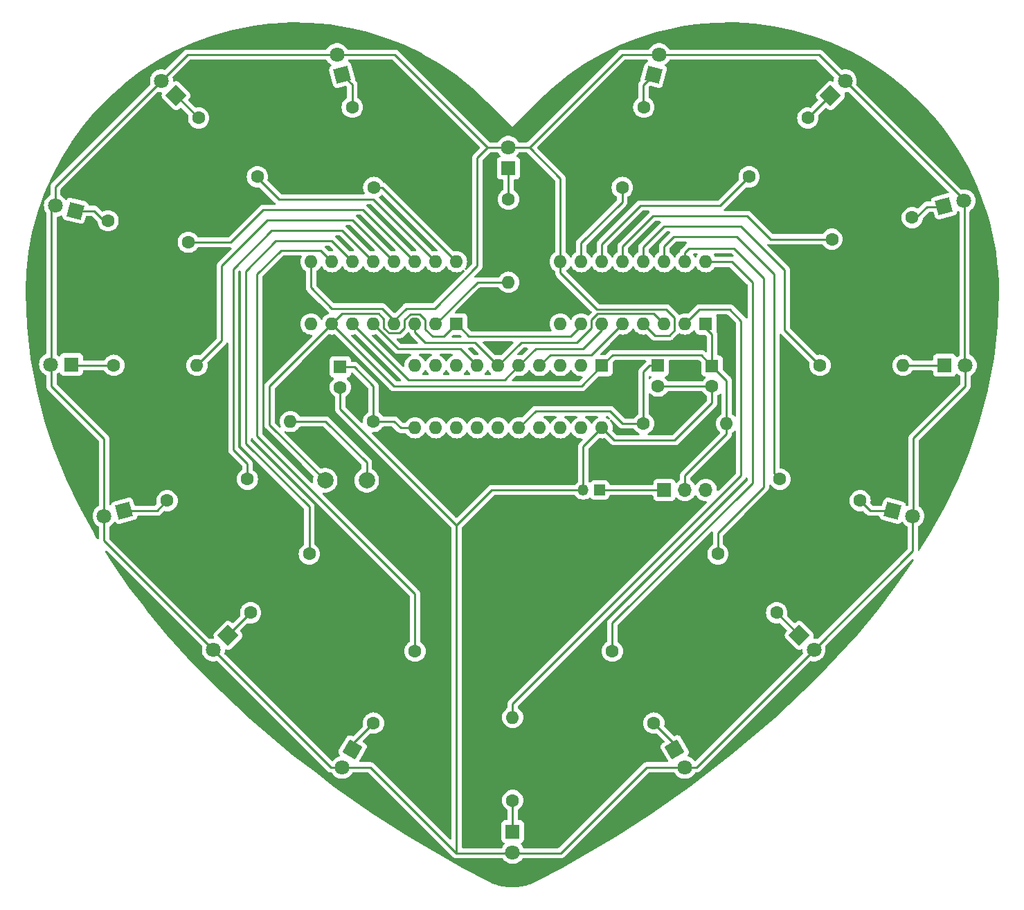
<source format=gbr>
%TF.GenerationSoftware,KiCad,Pcbnew,7.0.9*%
%TF.CreationDate,2025-02-08T08:35:37+01:00*%
%TF.ProjectId,heart,68656172-742e-46b6-9963-61645f706362,rev?*%
%TF.SameCoordinates,Original*%
%TF.FileFunction,Copper,L2,Bot*%
%TF.FilePolarity,Positive*%
%FSLAX46Y46*%
G04 Gerber Fmt 4.6, Leading zero omitted, Abs format (unit mm)*
G04 Created by KiCad (PCBNEW 7.0.9) date 2025-02-08 08:35:37*
%MOMM*%
%LPD*%
G01*
G04 APERTURE LIST*
G04 Aperture macros list*
%AMHorizOval*
0 Thick line with rounded ends*
0 $1 width*
0 $2 $3 position (X,Y) of the first rounded end (center of the circle)*
0 $4 $5 position (X,Y) of the second rounded end (center of the circle)*
0 Add line between two ends*
20,1,$1,$2,$3,$4,$5,0*
0 Add two circle primitives to create the rounded ends*
1,1,$1,$2,$3*
1,1,$1,$4,$5*%
%AMRotRect*
0 Rectangle, with rotation*
0 The origin of the aperture is its center*
0 $1 length*
0 $2 width*
0 $3 Rotation angle, in degrees counterclockwise*
0 Add horizontal line*
21,1,$1,$2,0,0,$3*%
G04 Aperture macros list end*
%TA.AperFunction,ComponentPad*%
%ADD10R,1.350000X1.350000*%
%TD*%
%TA.AperFunction,ComponentPad*%
%ADD11O,1.350000X1.350000*%
%TD*%
%TA.AperFunction,ComponentPad*%
%ADD12C,2.000000*%
%TD*%
%TA.AperFunction,ComponentPad*%
%ADD13O,1.600000X1.600000*%
%TD*%
%TA.AperFunction,ComponentPad*%
%ADD14R,1.600000X1.600000*%
%TD*%
%TA.AperFunction,ComponentPad*%
%ADD15C,1.800000*%
%TD*%
%TA.AperFunction,ComponentPad*%
%ADD16RotRect,1.800000X1.800000X315.000000*%
%TD*%
%TA.AperFunction,ComponentPad*%
%ADD17HorizOval,1.600000X0.000000X0.000000X0.000000X0.000000X0*%
%TD*%
%TA.AperFunction,ComponentPad*%
%ADD18C,1.600000*%
%TD*%
%TA.AperFunction,ComponentPad*%
%ADD19RotRect,1.800000X1.800000X195.000000*%
%TD*%
%TA.AperFunction,ComponentPad*%
%ADD20HorizOval,1.600000X0.000000X0.000000X0.000000X0.000000X0*%
%TD*%
%TA.AperFunction,ComponentPad*%
%ADD21RotRect,1.800000X1.800000X345.000000*%
%TD*%
%TA.AperFunction,ComponentPad*%
%ADD22RotRect,1.800000X1.800000X105.000000*%
%TD*%
%TA.AperFunction,ComponentPad*%
%ADD23HorizOval,1.600000X0.000000X0.000000X0.000000X0.000000X0*%
%TD*%
%TA.AperFunction,ComponentPad*%
%ADD24RotRect,1.800000X1.800000X225.000000*%
%TD*%
%TA.AperFunction,ComponentPad*%
%ADD25RotRect,1.800000X1.800000X75.000000*%
%TD*%
%TA.AperFunction,ComponentPad*%
%ADD26HorizOval,1.600000X0.000000X0.000000X0.000000X0.000000X0*%
%TD*%
%TA.AperFunction,ComponentPad*%
%ADD27RotRect,1.800000X1.800000X300.000000*%
%TD*%
%TA.AperFunction,ComponentPad*%
%ADD28R,1.800000X1.800000*%
%TD*%
%TA.AperFunction,ComponentPad*%
%ADD29RotRect,1.800000X1.800000X165.000000*%
%TD*%
%TA.AperFunction,ComponentPad*%
%ADD30HorizOval,1.600000X0.000000X0.000000X0.000000X0.000000X0*%
%TD*%
%TA.AperFunction,ComponentPad*%
%ADD31HorizOval,1.600000X0.000000X0.000000X0.000000X0.000000X0*%
%TD*%
%TA.AperFunction,ComponentPad*%
%ADD32HorizOval,1.600000X0.000000X0.000000X0.000000X0.000000X0*%
%TD*%
%TA.AperFunction,ComponentPad*%
%ADD33O,1.700000X1.700000*%
%TD*%
%TA.AperFunction,ComponentPad*%
%ADD34R,1.700000X1.700000*%
%TD*%
%TA.AperFunction,ComponentPad*%
%ADD35HorizOval,1.600000X0.000000X0.000000X0.000000X0.000000X0*%
%TD*%
%TA.AperFunction,ComponentPad*%
%ADD36RotRect,1.800000X1.800000X15.000000*%
%TD*%
%TA.AperFunction,ComponentPad*%
%ADD37RotRect,1.800000X1.800000X135.000000*%
%TD*%
%TA.AperFunction,ComponentPad*%
%ADD38RotRect,1.800000X1.800000X45.000000*%
%TD*%
%TA.AperFunction,ComponentPad*%
%ADD39RotRect,1.800000X1.800000X240.000000*%
%TD*%
%TA.AperFunction,Conductor*%
%ADD40C,0.250000*%
%TD*%
G04 APERTURE END LIST*
D10*
%TO.P,BAT,1*%
%TO.N,VCC*%
X159734000Y-105410000D03*
D11*
%TO.P,BAT,2*%
%TO.N,GND*%
X157734000Y-105410000D03*
%TD*%
D12*
%TO.P,BTN,1*%
%TO.N,VCC*%
X126172400Y-104240400D03*
%TO.P,BTN,2*%
X131252400Y-104240400D03*
%TD*%
D13*
%TO.P,MSP430G2553,20*%
%TO.N,GND*%
X160015000Y-97800000D03*
%TO.P,MSP430G2553,19*%
%TO.N,N/C*%
X157475000Y-97800000D03*
%TO.P,MSP430G2553,18*%
X154935000Y-97800000D03*
%TO.P,MSP430G2553,17*%
X152395000Y-97800000D03*
%TO.P,MSP430G2553,16*%
%TO.N,RST*%
X149855000Y-97800000D03*
%TO.P,MSP430G2553,15*%
%TO.N,N/C*%
X147315000Y-97800000D03*
%TO.P,MSP430G2553,14*%
X144775000Y-97800000D03*
%TO.P,MSP430G2553,13*%
X142235000Y-97800000D03*
%TO.P,MSP430G2553,12*%
X139695000Y-97800000D03*
%TO.P,MSP430G2553,11*%
%TO.N,BTN*%
X137155000Y-97800000D03*
%TO.P,MSP430G2553,10*%
%TO.N,N/C*%
X137155000Y-90180000D03*
%TO.P,MSP430G2553,9*%
X139695000Y-90180000D03*
%TO.P,MSP430G2553,8*%
X142235000Y-90180000D03*
%TO.P,MSP430G2553,7*%
%TO.N,LTCH2*%
X144775000Y-90180000D03*
%TO.P,MSP430G2553,6*%
%TO.N,DAT*%
X147315000Y-90180000D03*
%TO.P,MSP430G2553,5*%
%TO.N,CLK*%
X149855000Y-90180000D03*
%TO.P,MSP430G2553,4*%
%TO.N,LTCH1*%
X152395000Y-90180000D03*
%TO.P,MSP430G2553,3*%
%TO.N,N/C*%
X154935000Y-90180000D03*
%TO.P,MSP430G2553,2*%
X157475000Y-90180000D03*
D14*
%TO.P,MSP430G2553,1*%
%TO.N,VCC*%
X160015000Y-90180000D03*
%TD*%
D15*
%TO.P,C1,2*%
%TO.N,GND*%
X185936051Y-124976051D03*
D16*
%TO.P,C1,1*%
%TO.N,LED*%
X184140000Y-123180000D03*
%TD*%
D17*
%TO.P,R7,2*%
%TO.N,LED*%
X191586903Y-106714801D03*
D18*
%TO.P,R7,1*%
X181773097Y-104085200D03*
%TD*%
D19*
%TO.P,F2,1*%
%TO.N,LED*%
X101590000Y-107940000D03*
D15*
%TO.P,F2,2*%
%TO.N,GND*%
X99136548Y-108597400D03*
%TD*%
D18*
%TO.P,R4,1*%
%TO.N,LED*%
X178007898Y-67082103D03*
D20*
%TO.P,R4,2*%
X185192103Y-59897898D03*
%TD*%
D15*
%TO.P,D1,2*%
%TO.N,GND*%
X198023452Y-108597400D03*
D21*
%TO.P,D1,1*%
%TO.N,LED*%
X195570000Y-107940000D03*
%TD*%
D17*
%TO.P,R15,2*%
%TO.N,LED*%
X109427903Y-75101801D03*
D18*
%TO.P,R15,1*%
X99614097Y-72472200D03*
%TD*%
D15*
%TO.P,B2,2*%
%TO.N,GND*%
X127602600Y-52146548D03*
D22*
%TO.P,B2,1*%
%TO.N,LED*%
X128260000Y-54600000D03*
%TD*%
D18*
%TO.P,R11,1*%
%TO.N,LED*%
X132070000Y-133929409D03*
D23*
%TO.P,R11,2*%
X137150000Y-125130591D03*
%TD*%
D24*
%TO.P,G2,1*%
%TO.N,LED*%
X114290000Y-123180000D03*
D15*
%TO.P,G2,2*%
%TO.N,GND*%
X112493949Y-124976051D03*
%TD*%
%TO.P,H1,2*%
%TO.N,GND*%
X167017400Y-52146548D03*
D25*
%TO.P,H1,1*%
%TO.N,LED*%
X166360000Y-54600000D03*
%TD*%
D18*
%TO.P,R10,1*%
%TO.N,LED*%
X149098000Y-143383000D03*
D13*
%TO.P,R10,2*%
X149098000Y-133223000D03*
%TD*%
D14*
%TO.P,SN54HC595(2),16*%
%TO.N,VCC*%
X142225000Y-85100000D03*
D13*
%TO.P,SN54HC595(2),15*%
%TO.N,LED*%
X139685000Y-85100000D03*
%TO.P,SN54HC595(2),14*%
%TO.N,DAT*%
X137145000Y-85100000D03*
%TO.P,SN54HC595(2),13*%
%TO.N,GND*%
X134605000Y-85100000D03*
%TO.P,SN54HC595(2),12*%
%TO.N,LTCH2*%
X132065000Y-85100000D03*
%TO.P,SN54HC595(2),11*%
%TO.N,CLK*%
X129525000Y-85100000D03*
%TO.P,SN54HC595(2),10*%
%TO.N,VCC*%
X126985000Y-85100000D03*
%TO.P,SN54HC595(2),9*%
%TO.N,N/C*%
X124445000Y-85100000D03*
%TO.P,SN54HC595(2),8*%
%TO.N,GND*%
X124445000Y-77480000D03*
%TO.P,SN54HC595(2),7*%
%TO.N,LED*%
X126985000Y-77480000D03*
%TO.P,SN54HC595(2),6*%
X129525000Y-77480000D03*
%TO.P,SN54HC595(2),5*%
X132065000Y-77480000D03*
%TO.P,SN54HC595(2),4*%
X134605000Y-77480000D03*
%TO.P,SN54HC595(2),3*%
X137145000Y-77480000D03*
%TO.P,SN54HC595(2),2*%
X139685000Y-77480000D03*
%TO.P,SN54HC595(2),1*%
X142225000Y-77480000D03*
%TD*%
D18*
%TO.P,R14,1*%
%TO.N,LED*%
X100320000Y-90160000D03*
D13*
%TO.P,R14,2*%
X110480000Y-90160000D03*
%TD*%
D18*
%TO.P,R2,1*%
%TO.N,BTN*%
X132080000Y-97028000D03*
D13*
%TO.P,R2,2*%
%TO.N,VCC*%
X121920000Y-97028000D03*
%TD*%
D14*
%TO.P,C2,1*%
%TO.N,VCC*%
X173482000Y-90234888D03*
D18*
%TO.P,C2,2*%
%TO.N,GND*%
X173482000Y-92734888D03*
%TD*%
%TO.P,R6,1*%
%TO.N,LED*%
X186680000Y-90160000D03*
D13*
%TO.P,R6,2*%
X196840000Y-90160000D03*
%TD*%
D18*
%TO.P,R5,1*%
%TO.N,LED*%
X188133097Y-74720801D03*
D26*
%TO.P,R5,2*%
X197946903Y-72091200D03*
%TD*%
D15*
%TO.P,B1,2*%
%TO.N,GND*%
X170170000Y-139349705D03*
D27*
%TO.P,B1,1*%
%TO.N,LED*%
X168900000Y-137150000D03*
%TD*%
D28*
%TO.P,A2,1*%
%TO.N,LED*%
X148580000Y-66030000D03*
D15*
%TO.P,A2,2*%
%TO.N,GND*%
X148580000Y-63490000D03*
%TD*%
D18*
%TO.P,R13,1*%
%TO.N,LED*%
X106843097Y-106714801D03*
D26*
%TO.P,R13,2*%
X116656903Y-104085200D03*
%TD*%
D29*
%TO.P,D2,1*%
%TO.N,LED*%
X95631000Y-71247000D03*
D15*
%TO.P,D2,2*%
%TO.N,GND*%
X93177548Y-70589600D03*
%TD*%
D18*
%TO.P,C3,2*%
%TO.N,GND*%
X128016000Y-92836488D03*
D14*
%TO.P,C3,1*%
%TO.N,BTN*%
X128016000Y-90336488D03*
%TD*%
D18*
%TO.P,R9,1*%
%TO.N,LED*%
X161280000Y-125130591D03*
D30*
%TO.P,R9,2*%
X166360000Y-133929409D03*
%TD*%
D18*
%TO.P,R3,1*%
%TO.N,LED*%
X162505200Y-68396903D03*
D31*
%TO.P,R3,2*%
X165134801Y-58583097D03*
%TD*%
D18*
%TO.P,R17,1*%
%TO.N,LED*%
X129485200Y-58583097D03*
D32*
%TO.P,R17,2*%
X132114801Y-68396903D03*
%TD*%
D33*
%TO.P,PWR,3*%
%TO.N,N/C*%
X172720000Y-105410000D03*
%TO.P,PWR,2*%
%TO.N,VCC*%
X170180000Y-105410000D03*
D34*
%TO.P,PWR,1*%
X167640000Y-105410000D03*
%TD*%
D18*
%TO.P,R12,1*%
%TO.N,LED*%
X117047898Y-120422103D03*
D20*
%TO.P,R12,2*%
X124232103Y-113237898D03*
%TD*%
D15*
%TO.P,A1,2*%
%TO.N,GND*%
X149098000Y-149733000D03*
D28*
%TO.P,A1,1*%
%TO.N,LED*%
X149098000Y-147193000D03*
%TD*%
D18*
%TO.P,R8,1*%
%TO.N,LED*%
X174197898Y-113237898D03*
D35*
%TO.P,R8,2*%
X181382103Y-120422103D03*
%TD*%
D28*
%TO.P,E1,1*%
%TO.N,LED*%
X201920000Y-90160000D03*
D15*
%TO.P,E1,2*%
%TO.N,GND*%
X204460000Y-90160000D03*
%TD*%
D28*
%TO.P,E2,1*%
%TO.N,LED*%
X95128000Y-90043000D03*
D15*
%TO.P,E2,2*%
%TO.N,GND*%
X92588000Y-90043000D03*
%TD*%
D18*
%TO.P,R1,1*%
%TO.N,RST*%
X165100000Y-97282000D03*
D13*
%TO.P,R1,2*%
%TO.N,VCC*%
X175260000Y-97282000D03*
%TD*%
D14*
%TO.P,SN54HC595(1),16*%
%TO.N,VCC*%
X172705000Y-85100000D03*
D13*
%TO.P,SN54HC595(1),15*%
%TO.N,LED*%
X170165000Y-85100000D03*
%TO.P,SN54HC595(1),14*%
%TO.N,DAT*%
X167625000Y-85100000D03*
%TO.P,SN54HC595(1),13*%
%TO.N,GND*%
X165085000Y-85100000D03*
%TO.P,SN54HC595(1),12*%
%TO.N,LTCH1*%
X162545000Y-85100000D03*
%TO.P,SN54HC595(1),11*%
%TO.N,CLK*%
X160005000Y-85100000D03*
%TO.P,SN54HC595(1),10*%
%TO.N,VCC*%
X157465000Y-85100000D03*
%TO.P,SN54HC595(1),9*%
%TO.N,N/C*%
X154925000Y-85100000D03*
%TO.P,SN54HC595(1),8*%
%TO.N,GND*%
X154925000Y-77480000D03*
%TO.P,SN54HC595(1),7*%
%TO.N,LED*%
X157465000Y-77480000D03*
%TO.P,SN54HC595(1),6*%
X160005000Y-77480000D03*
%TO.P,SN54HC595(1),5*%
X162545000Y-77480000D03*
%TO.P,SN54HC595(1),4*%
X165085000Y-77480000D03*
%TO.P,SN54HC595(1),3*%
X167625000Y-77480000D03*
%TO.P,SN54HC595(1),2*%
X170165000Y-77480000D03*
%TO.P,SN54HC595(1),1*%
X172705000Y-77480000D03*
%TD*%
D18*
%TO.P,R16,1*%
%TO.N,LED*%
X110697898Y-59897898D03*
D35*
%TO.P,R16,2*%
X117882103Y-67082103D03*
%TD*%
D15*
%TO.P,F1,2*%
%TO.N,GND*%
X204294897Y-70030595D03*
D36*
%TO.P,F1,1*%
%TO.N,LED*%
X201841445Y-70687995D03*
%TD*%
D15*
%TO.P,C2,2*%
%TO.N,GND*%
X106143949Y-55343949D03*
D37*
%TO.P,C2,1*%
%TO.N,LED*%
X107940000Y-57140000D03*
%TD*%
D15*
%TO.P,G1,2*%
%TO.N,GND*%
X189746051Y-55343949D03*
D38*
%TO.P,G1,1*%
%TO.N,LED*%
X187950000Y-57140000D03*
%TD*%
D39*
%TO.P,H2,1*%
%TO.N,LED*%
X129530000Y-137150000D03*
D15*
%TO.P,H2,2*%
%TO.N,GND*%
X128260000Y-139349705D03*
%TD*%
D18*
%TO.P,C1,2*%
%TO.N,GND*%
X166878000Y-92710000D03*
D14*
%TO.P,C1,1*%
%TO.N,RST*%
X166878000Y-90210000D03*
%TD*%
D18*
%TO.P,R18,1*%
%TO.N,LED*%
X148580000Y-69840000D03*
D13*
%TO.P,R18,2*%
X148580000Y-80000000D03*
%TD*%
D40*
%TO.N,GND*%
X142240000Y-109728000D02*
X146558000Y-105410000D01*
X146558000Y-105410000D02*
X157734000Y-105410000D01*
X142240000Y-109728000D02*
X142240000Y-149840000D01*
X142240000Y-149840000D02*
X142230000Y-149850000D01*
X142240000Y-109728000D02*
X128016000Y-95504000D01*
X128016000Y-95504000D02*
X128016000Y-92836488D01*
X157734000Y-105410000D02*
X157734000Y-100081000D01*
X157734000Y-100081000D02*
X160015000Y-97800000D01*
%TO.N,VCC*%
X159734000Y-105410000D02*
X167640000Y-105410000D01*
X121920000Y-97028000D02*
X126238000Y-97028000D01*
X126238000Y-97028000D02*
X131252400Y-102042400D01*
X131252400Y-102042400D02*
X131252400Y-104240400D01*
X126985000Y-85100000D02*
X119380000Y-92705000D01*
X119380000Y-92705000D02*
X119380000Y-97448000D01*
X119380000Y-97448000D02*
X126172400Y-104240400D01*
%TO.N,GND*%
X165450295Y-139349705D02*
X170170000Y-139349705D01*
X149850000Y-149850000D02*
X154950000Y-149850000D01*
X154950000Y-149850000D02*
X165450295Y-139349705D01*
X142230000Y-149850000D02*
X149850000Y-149850000D01*
X134605000Y-85100000D02*
X134605000Y-84698600D01*
X134605000Y-84698600D02*
X136118600Y-83185000D01*
X136118600Y-83185000D02*
X139573000Y-83185000D01*
X139573000Y-83185000D02*
X144780000Y-77978000D01*
X144780000Y-77978000D02*
X144780000Y-64770000D01*
X144780000Y-64770000D02*
X146050000Y-63500000D01*
%TO.N,VCC*%
X142225000Y-85100000D02*
X142250000Y-85100000D01*
X142250000Y-85100000D02*
X143764000Y-86614000D01*
X156210000Y-86614000D02*
X157465000Y-85359000D01*
X143764000Y-86614000D02*
X156210000Y-86614000D01*
X157465000Y-85359000D02*
X157465000Y-85100000D01*
%TO.N,CLK*%
X149855000Y-90180000D02*
X151897000Y-88138000D01*
X157683200Y-88138000D02*
X160005000Y-85816200D01*
X151897000Y-88138000D02*
X157683200Y-88138000D01*
X160005000Y-85816200D02*
X160005000Y-85100000D01*
%TO.N,DAT*%
X158750000Y-85598000D02*
X158750000Y-84582000D01*
X158750000Y-84582000D02*
X159512000Y-83820000D01*
X147315000Y-90180000D02*
X150119000Y-87376000D01*
X150119000Y-87376000D02*
X156972000Y-87376000D01*
X156972000Y-87376000D02*
X158750000Y-85598000D01*
X159512000Y-83820000D02*
X166345000Y-83820000D01*
X166345000Y-83820000D02*
X167625000Y-85100000D01*
%TO.N,VCC*%
X132688604Y-83820000D02*
X133350000Y-84481396D01*
X133350000Y-85598000D02*
X133977000Y-86225000D01*
X133350000Y-84481396D02*
X133350000Y-85598000D01*
X133977000Y-86225000D02*
X135263000Y-86225000D01*
X137718800Y-83870800D02*
X138430000Y-84582000D01*
X135263000Y-86225000D02*
X135890000Y-85598000D01*
X135890000Y-85598000D02*
X135890000Y-84582000D01*
X128265000Y-83820000D02*
X132688604Y-83820000D01*
X135890000Y-84582000D02*
X136601200Y-83870800D01*
X126985000Y-85100000D02*
X128265000Y-83820000D01*
X136601200Y-83870800D02*
X137718800Y-83870800D01*
X138430000Y-84582000D02*
X138430000Y-85748604D01*
X138430000Y-85748604D02*
X139295396Y-86614000D01*
X139295396Y-86614000D02*
X140711000Y-86614000D01*
X140711000Y-86614000D02*
X142225000Y-85100000D01*
%TO.N,GND*%
X134605000Y-85100000D02*
X134605000Y-84668600D01*
X127000000Y-83185000D02*
X124445000Y-80630000D01*
X134605000Y-84668600D02*
X133121400Y-83185000D01*
X124445000Y-80630000D02*
X124445000Y-77480000D01*
X133121400Y-83185000D02*
X127000000Y-83185000D01*
%TO.N,BTN*%
X128052712Y-90373200D02*
X129743200Y-90373200D01*
X129743200Y-90373200D02*
X132080000Y-92710000D01*
X132080000Y-92710000D02*
X132080000Y-97155000D01*
%TO.N,GND*%
X99136548Y-99136548D02*
X92700000Y-92700000D01*
X99136548Y-108597400D02*
X99136548Y-99136548D01*
X92700000Y-92700000D02*
X92700000Y-90160000D01*
X92700000Y-71892000D02*
X92700000Y-90160000D01*
X93177548Y-70589600D02*
X92710000Y-71057148D01*
X92710000Y-71882000D02*
X92700000Y-71892000D01*
X92710000Y-71057148D02*
X92710000Y-71882000D01*
%TO.N,LED*%
X110480000Y-90160000D02*
X113538000Y-87102000D01*
X129515000Y-72390000D02*
X134605000Y-77480000D01*
X113538000Y-87102000D02*
X113538000Y-77978000D01*
X113538000Y-77978000D02*
X119126000Y-72390000D01*
X119126000Y-72390000D02*
X129515000Y-72390000D01*
X126985000Y-77480000D02*
X125578000Y-76073000D01*
X125578000Y-76073000D02*
X120777000Y-76073000D01*
X137160000Y-118110000D02*
X137160000Y-125120591D01*
X117856000Y-78994000D02*
X117856000Y-98806000D01*
X117856000Y-98806000D02*
X137160000Y-118110000D01*
X120777000Y-76073000D02*
X117856000Y-78994000D01*
X137160000Y-125120591D02*
X137150000Y-125130591D01*
X157465000Y-77480000D02*
X157465000Y-75199000D01*
X157465000Y-75199000D02*
X162505200Y-70158800D01*
X162505200Y-70158800D02*
X162505200Y-68396903D01*
X165085000Y-77480000D02*
X165085000Y-75707000D01*
X182372000Y-78486000D02*
X182372000Y-85852000D01*
X165085000Y-75707000D02*
X167640000Y-73152000D01*
X182372000Y-85852000D02*
X186680000Y-90160000D01*
X167640000Y-73152000D02*
X177038000Y-73152000D01*
X177038000Y-73152000D02*
X182372000Y-78486000D01*
X176530000Y-74422000D02*
X168783000Y-74422000D01*
X181102000Y-103414103D02*
X181102000Y-78994000D01*
X167625000Y-75580000D02*
X167625000Y-77480000D01*
X181102000Y-78994000D02*
X176530000Y-74422000D01*
X181773097Y-104085200D02*
X181102000Y-103414103D01*
X168783000Y-74422000D02*
X167625000Y-75580000D01*
X174197898Y-110663102D02*
X179832000Y-105029000D01*
X179832000Y-105029000D02*
X179832000Y-79502000D01*
X174197898Y-113237898D02*
X174197898Y-110663102D01*
X176149000Y-75819000D02*
X170688000Y-75819000D01*
X179832000Y-79502000D02*
X176149000Y-75819000D01*
X170688000Y-75819000D02*
X170165000Y-76342000D01*
X170165000Y-76342000D02*
X170165000Y-77480000D01*
X116656903Y-104085200D02*
X116656903Y-102178903D01*
X114935000Y-100457000D02*
X114935000Y-78359000D01*
X119634000Y-73660000D02*
X128245000Y-73660000D01*
X114935000Y-78359000D02*
X119634000Y-73660000D01*
X116656903Y-102178903D02*
X114935000Y-100457000D01*
X128245000Y-73660000D02*
X132065000Y-77480000D01*
X129525000Y-77480000D02*
X126975000Y-74930000D01*
X116459000Y-78613000D02*
X116459000Y-99695000D01*
X126975000Y-74930000D02*
X120142000Y-74930000D01*
X116459000Y-99695000D02*
X124232103Y-107468103D01*
X120142000Y-74930000D02*
X116459000Y-78613000D01*
X124232103Y-107468103D02*
X124232103Y-113237898D01*
X161280000Y-125130591D02*
X161280000Y-121676000D01*
X161280000Y-121676000D02*
X178435000Y-104521000D01*
X178435000Y-104521000D02*
X178435000Y-80010000D01*
X178435000Y-80010000D02*
X175905000Y-77480000D01*
X175905000Y-77480000D02*
X172705000Y-77480000D01*
X149098000Y-131572000D02*
X177038000Y-103632000D01*
X177038000Y-103632000D02*
X177038000Y-84709000D01*
X177038000Y-84709000D02*
X175641000Y-83312000D01*
X149098000Y-133223000D02*
X149098000Y-131572000D01*
X175641000Y-83312000D02*
X171953000Y-83312000D01*
X171953000Y-83312000D02*
X170165000Y-85100000D01*
X162545000Y-77480000D02*
X162545000Y-75580000D01*
X162545000Y-75580000D02*
X166243000Y-71882000D01*
X160005000Y-77480000D02*
X160005000Y-75327297D01*
X160005000Y-75327297D02*
X164720297Y-70612000D01*
X164720297Y-70612000D02*
X174478001Y-70612000D01*
X174478001Y-70612000D02*
X178007898Y-67082103D01*
%TO.N,GND*%
X154925000Y-77480000D02*
X154925000Y-78852000D01*
X154925000Y-78852000D02*
X159385000Y-83312000D01*
X159385000Y-83312000D02*
X167894000Y-83312000D01*
%TO.N,LED*%
X139685000Y-85100000D02*
X144785000Y-80000000D01*
X144785000Y-80000000D02*
X148580000Y-80000000D01*
%TO.N,DAT*%
X147315000Y-90180000D02*
X144511000Y-87376000D01*
X144511000Y-87376000D02*
X138430000Y-87376000D01*
X138430000Y-87376000D02*
X137145000Y-86091000D01*
X137145000Y-86091000D02*
X137145000Y-85100000D01*
%TO.N,LED*%
X177800000Y-71882000D02*
X180638801Y-74720801D01*
X166370000Y-71882000D02*
X177800000Y-71882000D01*
X180638801Y-74720801D02*
X188133097Y-74720801D01*
%TO.N,GND*%
X165085000Y-85100000D02*
X166472000Y-86487000D01*
X168275000Y-86487000D02*
X168910000Y-85852000D01*
X168910000Y-85852000D02*
X168910000Y-84328000D01*
X168910000Y-84328000D02*
X167894000Y-83312000D01*
X166472000Y-86487000D02*
X168275000Y-86487000D01*
%TO.N,LED*%
X165134801Y-58583097D02*
X165100000Y-58548296D01*
X165100000Y-58548296D02*
X165100000Y-55860000D01*
X165100000Y-55860000D02*
X166360000Y-54600000D01*
X129485200Y-58583097D02*
X129485200Y-55825200D01*
X129485200Y-55825200D02*
X128260000Y-54600000D01*
X99614097Y-72472200D02*
X99142200Y-72472200D01*
X99142200Y-72472200D02*
X97917000Y-71247000D01*
X97917000Y-71247000D02*
X95631000Y-71247000D01*
X197946903Y-72091200D02*
X198418800Y-72091200D01*
X198418800Y-72091200D02*
X199771000Y-70739000D01*
X199771000Y-70739000D02*
X201790440Y-70739000D01*
X201790440Y-70739000D02*
X201841445Y-70687995D01*
X191586903Y-106714801D02*
X192822102Y-107950000D01*
X192822102Y-107950000D02*
X195560000Y-107950000D01*
X195560000Y-107950000D02*
X195570000Y-107940000D01*
X106843097Y-106714801D02*
X105607898Y-107950000D01*
X105607898Y-107950000D02*
X101600000Y-107950000D01*
X101600000Y-107950000D02*
X101590000Y-107940000D01*
X168900000Y-136469409D02*
X168900000Y-137150000D01*
X166360000Y-133929409D02*
X168900000Y-136469409D01*
X109427903Y-75101801D02*
X114636199Y-75101801D01*
X118618000Y-71120000D02*
X130785000Y-71120000D01*
X114636199Y-75101801D02*
X118618000Y-71120000D01*
X130785000Y-71120000D02*
X137145000Y-77480000D01*
X117882103Y-67082103D02*
X117882103Y-67209103D01*
X132055000Y-69850000D02*
X139685000Y-77480000D01*
X117882103Y-67209103D02*
X120523000Y-69850000D01*
X120523000Y-69850000D02*
X132055000Y-69850000D01*
X142225000Y-77480000D02*
X142225000Y-77455000D01*
X133166903Y-68396903D02*
X132114801Y-68396903D01*
X142225000Y-77455000D02*
X133166903Y-68396903D01*
%TO.N,BTN*%
X132080000Y-97028000D02*
X134620000Y-97028000D01*
X134620000Y-97028000D02*
X135392000Y-97800000D01*
X135392000Y-97800000D02*
X137155000Y-97800000D01*
%TO.N,GND*%
X154925000Y-77480000D02*
X154925000Y-67295000D01*
X154925000Y-67295000D02*
X151140000Y-63510000D01*
X151140000Y-63510000D02*
X151140000Y-63490000D01*
%TO.N,VCC*%
X160015000Y-90180000D02*
X157485000Y-92710000D01*
X157485000Y-92710000D02*
X134595000Y-92710000D01*
X134595000Y-92710000D02*
X126985000Y-85100000D01*
%TO.N,LTCH1*%
X158745000Y-88900000D02*
X162545000Y-85100000D01*
X153675000Y-88900000D02*
X158745000Y-88900000D01*
X152395000Y-90180000D02*
X153675000Y-88900000D01*
%TO.N,VCC*%
X172705000Y-85100000D02*
X172705000Y-85583000D01*
X172705000Y-85583000D02*
X173482000Y-86360000D01*
X173482000Y-86360000D02*
X173482000Y-90234888D01*
%TO.N,CLK*%
X129525000Y-85100000D02*
X136373000Y-91948000D01*
X136373000Y-91948000D02*
X148087000Y-91948000D01*
X148087000Y-91948000D02*
X149855000Y-90180000D01*
%TO.N,LTCH2*%
X144775000Y-90180000D02*
X142733000Y-88138000D01*
X142733000Y-88138000D02*
X135103000Y-88138000D01*
X135103000Y-88138000D02*
X132065000Y-85100000D01*
%TO.N,RST*%
X151897000Y-95758000D02*
X149855000Y-97800000D01*
X162560000Y-97282000D02*
X161036000Y-95758000D01*
X161036000Y-95758000D02*
X151897000Y-95758000D01*
X165100000Y-97282000D02*
X162560000Y-97282000D01*
%TO.N,VCC*%
X173482000Y-90234888D02*
X172147112Y-88900000D01*
X172147112Y-88900000D02*
X161295000Y-88900000D01*
X161295000Y-88900000D02*
X160015000Y-90180000D01*
%TO.N,GND*%
X173482000Y-94742000D02*
X173482000Y-92734888D01*
X161529000Y-99314000D02*
X168910000Y-99314000D01*
X168910000Y-99314000D02*
X173482000Y-94742000D01*
X160015000Y-97800000D02*
X161529000Y-99314000D01*
X166878000Y-92710000D02*
X173457112Y-92710000D01*
X173457112Y-92710000D02*
X173482000Y-92734888D01*
%TO.N,RST*%
X166878000Y-90210000D02*
X165822000Y-90210000D01*
X165822000Y-90210000D02*
X165100000Y-90932000D01*
X165100000Y-90932000D02*
X165100000Y-97282000D01*
%TO.N,VCC*%
X175260000Y-92012888D02*
X173482000Y-90234888D01*
X175260000Y-97282000D02*
X175260000Y-92012888D01*
X170180000Y-105410000D02*
X170180000Y-103632000D01*
X170180000Y-103632000D02*
X175260000Y-98552000D01*
X175260000Y-98552000D02*
X175260000Y-97282000D01*
%TO.N,GND*%
X128260000Y-139349705D02*
X131729705Y-139349705D01*
X131729705Y-139349705D02*
X142230000Y-149850000D01*
X112493949Y-124976051D02*
X126867603Y-139349705D01*
X189746051Y-55343949D02*
X204343000Y-69940898D01*
X204343000Y-69940898D02*
X204343000Y-90043000D01*
X204343000Y-90043000D02*
X204460000Y-90160000D01*
X93177548Y-70589600D02*
X93177548Y-68310350D01*
X93177548Y-68310350D02*
X106143949Y-55343949D01*
X198023452Y-108597400D02*
X198120000Y-108500852D01*
X198120000Y-108500852D02*
X198120000Y-99060000D01*
X198120000Y-99060000D02*
X204460000Y-92720000D01*
X204460000Y-92720000D02*
X204460000Y-90160000D01*
X198023452Y-108597400D02*
X198023452Y-112888650D01*
X198023452Y-112888650D02*
X185936051Y-124976051D01*
X167017400Y-52146548D02*
X186548650Y-52146548D01*
X186548650Y-52146548D02*
X189746051Y-55343949D01*
X151140000Y-63490000D02*
X162483452Y-52146548D01*
X167017400Y-52146548D02*
X162483452Y-52146548D01*
X148580000Y-63490000D02*
X151140000Y-63490000D01*
X134696548Y-52146548D02*
X146050000Y-63500000D01*
X127602600Y-52146548D02*
X134696548Y-52146548D01*
X146050000Y-63500000D02*
X146060000Y-63490000D01*
X146060000Y-63490000D02*
X148580000Y-63490000D01*
X106143949Y-55343949D02*
X109318949Y-52168949D01*
X109341350Y-52146548D02*
X109318949Y-52168949D01*
X127602600Y-52146548D02*
X109341350Y-52146548D01*
X112493949Y-124976051D02*
X99136548Y-111618650D01*
X99136548Y-111618650D02*
X99136548Y-108597400D01*
X128260000Y-139349705D02*
X126867603Y-139349705D01*
X170170000Y-139349705D02*
X171562397Y-139349705D01*
X171562397Y-139349705D02*
X185936051Y-124976051D01*
%TO.N,LED*%
X181382103Y-120422103D02*
X184140000Y-123180000D01*
X149098000Y-143383000D02*
X149098000Y-147193000D01*
X132070000Y-133929409D02*
X129530000Y-136469409D01*
X129530000Y-136469409D02*
X129530000Y-137150000D01*
X117047898Y-120422103D02*
X114290000Y-123180000D01*
X100320000Y-90160000D02*
X95240000Y-90160000D01*
X110697898Y-59897898D02*
X107940000Y-57140000D01*
X148580000Y-69840000D02*
X148580000Y-66030000D01*
X185192103Y-59897898D02*
X187950000Y-57140000D01*
X196840000Y-90160000D02*
X196850000Y-90170000D01*
X196850000Y-90170000D02*
X196860000Y-90160000D01*
X196860000Y-90160000D02*
X201920000Y-90160000D01*
%TD*%
%TA.AperFunction,NonConductor*%
G36*
X133161483Y-69291920D02*
G01*
X133205831Y-69320421D01*
X139854988Y-75969578D01*
X139888473Y-76030901D01*
X139883489Y-76100593D01*
X139841617Y-76156526D01*
X139776153Y-76180943D01*
X139756500Y-76180787D01*
X139685002Y-76174532D01*
X139684999Y-76174532D01*
X139458313Y-76194364D01*
X139458296Y-76194367D01*
X139389949Y-76212680D01*
X139320099Y-76211016D01*
X139270177Y-76180586D01*
X132783527Y-69693936D01*
X132750042Y-69632613D01*
X132755026Y-69562921D01*
X132796898Y-69506988D01*
X132800085Y-69504680D01*
X132930839Y-69413125D01*
X132953940Y-69396950D01*
X133030470Y-69320419D01*
X133091791Y-69286936D01*
X133161483Y-69291920D01*
G37*
%TD.AperFunction*%
%TA.AperFunction,NonConductor*%
G36*
X131811587Y-70495185D02*
G01*
X131832229Y-70511819D01*
X137287590Y-75967181D01*
X137321075Y-76028504D01*
X137316091Y-76098196D01*
X137274219Y-76154129D01*
X137208755Y-76178546D01*
X137189102Y-76178390D01*
X137145002Y-76174532D01*
X137144999Y-76174532D01*
X136918313Y-76194364D01*
X136918296Y-76194367D01*
X136849949Y-76212680D01*
X136780099Y-76211016D01*
X136730177Y-76180586D01*
X131285803Y-70736212D01*
X131275980Y-70723950D01*
X131275759Y-70724134D01*
X131270786Y-70718123D01*
X131249956Y-70698562D01*
X131240723Y-70689891D01*
X131205329Y-70629652D01*
X131208121Y-70559838D01*
X131248215Y-70502617D01*
X131312880Y-70476155D01*
X131325607Y-70475500D01*
X131744548Y-70475500D01*
X131811587Y-70495185D01*
G37*
%TD.AperFunction*%
%TA.AperFunction,NonConductor*%
G36*
X130541587Y-71765185D02*
G01*
X130562229Y-71781819D01*
X134747590Y-75967181D01*
X134781075Y-76028504D01*
X134776091Y-76098196D01*
X134734219Y-76154129D01*
X134668755Y-76178546D01*
X134649102Y-76178390D01*
X134605002Y-76174532D01*
X134604999Y-76174532D01*
X134378313Y-76194364D01*
X134378296Y-76194367D01*
X134309949Y-76212680D01*
X134240099Y-76211016D01*
X134190177Y-76180586D01*
X130015803Y-72006212D01*
X130005980Y-71993950D01*
X130005759Y-71994134D01*
X130000786Y-71988123D01*
X129996498Y-71984096D01*
X129970723Y-71959891D01*
X129935329Y-71899652D01*
X129938121Y-71829838D01*
X129978215Y-71772617D01*
X130042880Y-71746155D01*
X130055607Y-71745500D01*
X130474548Y-71745500D01*
X130541587Y-71765185D01*
G37*
%TD.AperFunction*%
%TA.AperFunction,NonConductor*%
G36*
X129271587Y-73035185D02*
G01*
X129292229Y-73051819D01*
X132207590Y-75967181D01*
X132241075Y-76028504D01*
X132236091Y-76098196D01*
X132194219Y-76154129D01*
X132128755Y-76178546D01*
X132109102Y-76178390D01*
X132065002Y-76174532D01*
X132064999Y-76174532D01*
X131838313Y-76194364D01*
X131838296Y-76194367D01*
X131769949Y-76212680D01*
X131700099Y-76211016D01*
X131650177Y-76180586D01*
X128745803Y-73276212D01*
X128735980Y-73263950D01*
X128735759Y-73264134D01*
X128730786Y-73258123D01*
X128700724Y-73229893D01*
X128665329Y-73169652D01*
X128668121Y-73099838D01*
X128708215Y-73042617D01*
X128772880Y-73016155D01*
X128785607Y-73015500D01*
X129204548Y-73015500D01*
X129271587Y-73035185D01*
G37*
%TD.AperFunction*%
%TA.AperFunction,NonConductor*%
G36*
X128001587Y-74305185D02*
G01*
X128022229Y-74321819D01*
X129667590Y-75967181D01*
X129701075Y-76028504D01*
X129696091Y-76098196D01*
X129654219Y-76154129D01*
X129588755Y-76178546D01*
X129569102Y-76178390D01*
X129525002Y-76174532D01*
X129524999Y-76174532D01*
X129298313Y-76194364D01*
X129298296Y-76194367D01*
X129229949Y-76212680D01*
X129160099Y-76211016D01*
X129110177Y-76180586D01*
X127475803Y-74546212D01*
X127465980Y-74533950D01*
X127465759Y-74534134D01*
X127460786Y-74528123D01*
X127430724Y-74499893D01*
X127395329Y-74439652D01*
X127398121Y-74369838D01*
X127438215Y-74312617D01*
X127502880Y-74286155D01*
X127515607Y-74285500D01*
X127934548Y-74285500D01*
X128001587Y-74305185D01*
G37*
%TD.AperFunction*%
%TA.AperFunction,NonConductor*%
G36*
X126731587Y-75575185D02*
G01*
X126752229Y-75591819D01*
X127127591Y-75967181D01*
X127161076Y-76028504D01*
X127156092Y-76098196D01*
X127114220Y-76154129D01*
X127048756Y-76178546D01*
X127029104Y-76178390D01*
X126985003Y-76174532D01*
X126984999Y-76174532D01*
X126758313Y-76194364D01*
X126758296Y-76194367D01*
X126689949Y-76212680D01*
X126620099Y-76211016D01*
X126570177Y-76180586D01*
X126156772Y-75767181D01*
X126123287Y-75705858D01*
X126128271Y-75636166D01*
X126170143Y-75580233D01*
X126235607Y-75555816D01*
X126244453Y-75555500D01*
X126664548Y-75555500D01*
X126731587Y-75575185D01*
G37*
%TD.AperFunction*%
%TA.AperFunction,NonConductor*%
G36*
X175905587Y-76464185D02*
G01*
X175926229Y-76480819D01*
X176089490Y-76644080D01*
X176122975Y-76705403D01*
X176117991Y-76775095D01*
X176076119Y-76831028D01*
X176010655Y-76855445D01*
X175986279Y-76854785D01*
X175984021Y-76854500D01*
X175984019Y-76854500D01*
X175963984Y-76854500D01*
X175944586Y-76852973D01*
X175937162Y-76851797D01*
X175924805Y-76849840D01*
X175924804Y-76849840D01*
X175878416Y-76854225D01*
X175872578Y-76854500D01*
X173919188Y-76854500D01*
X173852149Y-76834815D01*
X173817613Y-76801623D01*
X173704181Y-76639623D01*
X173681854Y-76573417D01*
X173698865Y-76505649D01*
X173749813Y-76457837D01*
X173805756Y-76444500D01*
X175838548Y-76444500D01*
X175905587Y-76464185D01*
G37*
%TD.AperFunction*%
%TA.AperFunction,NonConductor*%
G36*
X171671283Y-76464185D02*
G01*
X171717038Y-76516989D01*
X171726982Y-76586147D01*
X171705819Y-76639623D01*
X171574432Y-76827265D01*
X171574431Y-76827267D01*
X171561292Y-76855445D01*
X171552218Y-76874905D01*
X171547382Y-76885275D01*
X171501209Y-76937714D01*
X171434016Y-76956866D01*
X171367135Y-76936650D01*
X171322618Y-76885275D01*
X171295568Y-76827266D01*
X171230837Y-76734819D01*
X171164181Y-76639623D01*
X171141853Y-76573416D01*
X171158865Y-76505649D01*
X171209813Y-76457837D01*
X171265756Y-76444500D01*
X171604244Y-76444500D01*
X171671283Y-76464185D01*
G37*
%TD.AperFunction*%
%TA.AperFunction,NonConductor*%
G36*
X170371120Y-75067185D02*
G01*
X170416875Y-75119989D01*
X170426819Y-75189147D01*
X170397794Y-75252703D01*
X170376965Y-75271819D01*
X170346570Y-75293902D01*
X170341687Y-75297109D01*
X170301580Y-75320829D01*
X170287414Y-75334995D01*
X170272624Y-75347627D01*
X170256414Y-75359404D01*
X170256411Y-75359407D01*
X170226710Y-75395309D01*
X170222777Y-75399631D01*
X169781211Y-75841197D01*
X169768948Y-75851022D01*
X169769131Y-75851244D01*
X169763121Y-75856215D01*
X169715772Y-75906636D01*
X169694889Y-75927519D01*
X169694877Y-75927532D01*
X169690621Y-75933017D01*
X169686837Y-75937447D01*
X169654937Y-75971418D01*
X169654936Y-75971420D01*
X169645284Y-75988976D01*
X169634610Y-76005226D01*
X169622329Y-76021061D01*
X169622324Y-76021068D01*
X169603815Y-76063838D01*
X169601245Y-76069084D01*
X169578803Y-76109906D01*
X169573822Y-76129307D01*
X169567521Y-76147710D01*
X169559562Y-76166102D01*
X169559561Y-76166105D01*
X169552271Y-76212127D01*
X169551087Y-76217846D01*
X169539501Y-76262972D01*
X169539500Y-76262982D01*
X169539500Y-76265811D01*
X169538873Y-76267945D01*
X169538523Y-76270718D01*
X169538075Y-76270661D01*
X169519815Y-76332850D01*
X169486623Y-76367386D01*
X169325859Y-76479953D01*
X169164954Y-76640858D01*
X169034432Y-76827265D01*
X169034431Y-76827267D01*
X169021292Y-76855445D01*
X169012218Y-76874905D01*
X169007382Y-76885275D01*
X168961209Y-76937714D01*
X168894016Y-76956866D01*
X168827135Y-76936650D01*
X168782618Y-76885275D01*
X168755568Y-76827266D01*
X168625047Y-76640861D01*
X168625045Y-76640858D01*
X168464140Y-76479953D01*
X168303377Y-76367386D01*
X168259752Y-76312809D01*
X168250500Y-76265811D01*
X168250500Y-75890452D01*
X168270185Y-75823413D01*
X168286819Y-75802771D01*
X169005772Y-75083819D01*
X169067095Y-75050334D01*
X169093453Y-75047500D01*
X170304081Y-75047500D01*
X170371120Y-75067185D01*
G37*
%TD.AperFunction*%
%TA.AperFunction,NonConductor*%
G36*
X168307906Y-73797185D02*
G01*
X168353661Y-73849989D01*
X168363605Y-73919147D01*
X168336405Y-73980547D01*
X168321707Y-73998312D01*
X168317776Y-74002631D01*
X167241208Y-75079199D01*
X167228951Y-75089020D01*
X167229134Y-75089241D01*
X167223123Y-75094213D01*
X167175772Y-75144636D01*
X167154889Y-75165519D01*
X167154877Y-75165532D01*
X167150621Y-75171017D01*
X167146837Y-75175447D01*
X167114937Y-75209418D01*
X167114936Y-75209420D01*
X167105284Y-75226976D01*
X167094610Y-75243226D01*
X167082329Y-75259061D01*
X167082324Y-75259068D01*
X167063815Y-75301838D01*
X167061245Y-75307084D01*
X167038803Y-75347906D01*
X167033822Y-75367307D01*
X167027521Y-75385710D01*
X167019562Y-75404102D01*
X167019561Y-75404105D01*
X167012271Y-75450127D01*
X167011087Y-75455846D01*
X166999501Y-75500972D01*
X166999500Y-75500982D01*
X166999500Y-75521016D01*
X166997973Y-75540415D01*
X166994840Y-75560194D01*
X166994840Y-75560195D01*
X166999225Y-75606583D01*
X166999500Y-75612421D01*
X166999500Y-76265811D01*
X166979815Y-76332850D01*
X166946623Y-76367386D01*
X166785859Y-76479953D01*
X166624954Y-76640858D01*
X166494432Y-76827265D01*
X166494431Y-76827267D01*
X166481292Y-76855445D01*
X166472218Y-76874905D01*
X166467382Y-76885275D01*
X166421209Y-76937714D01*
X166354016Y-76956866D01*
X166287135Y-76936650D01*
X166242618Y-76885275D01*
X166215568Y-76827266D01*
X166085047Y-76640861D01*
X166085045Y-76640858D01*
X165924140Y-76479953D01*
X165763377Y-76367386D01*
X165719752Y-76312809D01*
X165710500Y-76265811D01*
X165710500Y-76017452D01*
X165730185Y-75950413D01*
X165746819Y-75929771D01*
X167862771Y-73813819D01*
X167924094Y-73780334D01*
X167950452Y-73777500D01*
X168240867Y-73777500D01*
X168307906Y-73797185D01*
G37*
%TD.AperFunction*%
%TA.AperFunction,NonConductor*%
G36*
X167164906Y-72527185D02*
G01*
X167210661Y-72579989D01*
X167220605Y-72649147D01*
X167193407Y-72710544D01*
X167178708Y-72728311D01*
X167174777Y-72732632D01*
X164701208Y-75206199D01*
X164688951Y-75216020D01*
X164689134Y-75216241D01*
X164683123Y-75221213D01*
X164635772Y-75271636D01*
X164614889Y-75292519D01*
X164614877Y-75292532D01*
X164610621Y-75298017D01*
X164606837Y-75302447D01*
X164574937Y-75336418D01*
X164574936Y-75336420D01*
X164565284Y-75353976D01*
X164554610Y-75370226D01*
X164542329Y-75386061D01*
X164542324Y-75386068D01*
X164523815Y-75428838D01*
X164521245Y-75434084D01*
X164498803Y-75474906D01*
X164493822Y-75494307D01*
X164487521Y-75512710D01*
X164479562Y-75531102D01*
X164479561Y-75531105D01*
X164472271Y-75577127D01*
X164471087Y-75582846D01*
X164459501Y-75627972D01*
X164459500Y-75627982D01*
X164459500Y-75648016D01*
X164457973Y-75667415D01*
X164454840Y-75687194D01*
X164454840Y-75687195D01*
X164459225Y-75733583D01*
X164459500Y-75739421D01*
X164459500Y-76265811D01*
X164439815Y-76332850D01*
X164406623Y-76367386D01*
X164245859Y-76479953D01*
X164084954Y-76640858D01*
X163954432Y-76827265D01*
X163954431Y-76827267D01*
X163941292Y-76855445D01*
X163932218Y-76874905D01*
X163927382Y-76885275D01*
X163881209Y-76937714D01*
X163814016Y-76956866D01*
X163747135Y-76936650D01*
X163702618Y-76885275D01*
X163675568Y-76827266D01*
X163545047Y-76640861D01*
X163545045Y-76640858D01*
X163384140Y-76479953D01*
X163223377Y-76367386D01*
X163179752Y-76312809D01*
X163170500Y-76265811D01*
X163170500Y-75890452D01*
X163190185Y-75823413D01*
X163206819Y-75802771D01*
X166465771Y-72543819D01*
X166527094Y-72510334D01*
X166553452Y-72507500D01*
X167097867Y-72507500D01*
X167164906Y-72527185D01*
G37*
%TD.AperFunction*%
%TA.AperFunction,NonConductor*%
G36*
X165770586Y-71257185D02*
G01*
X165816341Y-71309989D01*
X165826285Y-71379147D01*
X165797260Y-71442703D01*
X165791228Y-71449181D01*
X162161208Y-75079199D01*
X162148951Y-75089020D01*
X162149134Y-75089241D01*
X162143123Y-75094213D01*
X162095772Y-75144636D01*
X162074889Y-75165519D01*
X162074877Y-75165532D01*
X162070621Y-75171017D01*
X162066837Y-75175447D01*
X162034937Y-75209418D01*
X162034936Y-75209420D01*
X162025284Y-75226976D01*
X162014610Y-75243226D01*
X162002329Y-75259061D01*
X162002324Y-75259068D01*
X161983815Y-75301838D01*
X161981245Y-75307084D01*
X161958803Y-75347906D01*
X161953822Y-75367307D01*
X161947521Y-75385710D01*
X161939562Y-75404102D01*
X161939561Y-75404105D01*
X161932271Y-75450127D01*
X161931087Y-75455846D01*
X161919501Y-75500972D01*
X161919500Y-75500982D01*
X161919500Y-75521016D01*
X161917973Y-75540415D01*
X161914840Y-75560194D01*
X161914840Y-75560195D01*
X161919225Y-75606583D01*
X161919500Y-75612421D01*
X161919500Y-76265811D01*
X161899815Y-76332850D01*
X161866623Y-76367386D01*
X161705859Y-76479953D01*
X161544954Y-76640858D01*
X161414432Y-76827265D01*
X161414431Y-76827267D01*
X161401292Y-76855445D01*
X161392218Y-76874905D01*
X161387382Y-76885275D01*
X161341209Y-76937714D01*
X161274016Y-76956866D01*
X161207135Y-76936650D01*
X161162618Y-76885275D01*
X161135568Y-76827266D01*
X161005047Y-76640861D01*
X161005045Y-76640858D01*
X160844140Y-76479953D01*
X160683377Y-76367386D01*
X160639752Y-76312809D01*
X160630500Y-76265811D01*
X160630500Y-75637749D01*
X160650185Y-75570710D01*
X160666819Y-75550068D01*
X164943069Y-71273819D01*
X165004392Y-71240334D01*
X165030750Y-71237500D01*
X165703547Y-71237500D01*
X165770586Y-71257185D01*
G37*
%TD.AperFunction*%
%TA.AperFunction,NonConductor*%
G36*
X141022865Y-78023348D02*
G01*
X141067381Y-78074724D01*
X141078973Y-78099582D01*
X141094429Y-78132728D01*
X141094432Y-78132734D01*
X141224954Y-78319141D01*
X141385858Y-78480045D01*
X141416806Y-78501715D01*
X141572266Y-78610568D01*
X141778504Y-78706739D01*
X141778509Y-78706740D01*
X141778511Y-78706741D01*
X141806961Y-78714364D01*
X141998308Y-78765635D01*
X142160230Y-78779801D01*
X142224998Y-78785468D01*
X142225000Y-78785468D01*
X142225002Y-78785468D01*
X142281673Y-78780509D01*
X142451692Y-78765635D01*
X142671496Y-78706739D01*
X142877734Y-78610568D01*
X143001308Y-78524041D01*
X143067512Y-78501715D01*
X143135279Y-78518725D01*
X143183092Y-78569673D01*
X143195770Y-78638383D01*
X143169288Y-78703040D01*
X143160110Y-78713298D01*
X139350228Y-82523181D01*
X139288905Y-82556666D01*
X139262547Y-82559500D01*
X136201343Y-82559500D01*
X136185722Y-82557775D01*
X136185695Y-82558061D01*
X136177933Y-82557326D01*
X136108772Y-82559500D01*
X136079249Y-82559500D01*
X136072378Y-82560367D01*
X136066559Y-82560825D01*
X136019974Y-82562289D01*
X136019968Y-82562290D01*
X136000726Y-82567880D01*
X135981687Y-82571823D01*
X135961817Y-82574334D01*
X135961803Y-82574337D01*
X135918483Y-82591488D01*
X135912958Y-82593380D01*
X135868213Y-82606380D01*
X135868210Y-82606381D01*
X135850966Y-82616579D01*
X135833505Y-82625133D01*
X135814874Y-82632510D01*
X135814862Y-82632517D01*
X135777170Y-82659902D01*
X135772287Y-82663109D01*
X135732180Y-82686829D01*
X135718014Y-82700995D01*
X135703224Y-82713627D01*
X135687014Y-82725404D01*
X135687011Y-82725407D01*
X135657310Y-82761309D01*
X135653377Y-82765631D01*
X134707680Y-83711327D01*
X134646357Y-83744812D01*
X134576665Y-83739828D01*
X134532318Y-83711327D01*
X133622203Y-82801212D01*
X133612380Y-82788950D01*
X133612159Y-82789134D01*
X133607186Y-82783123D01*
X133588559Y-82765631D01*
X133556764Y-82735773D01*
X133541370Y-82720379D01*
X133535875Y-82714883D01*
X133530386Y-82710625D01*
X133525961Y-82706847D01*
X133491982Y-82674938D01*
X133491980Y-82674936D01*
X133491977Y-82674935D01*
X133474429Y-82665288D01*
X133458163Y-82654604D01*
X133442333Y-82642325D01*
X133399568Y-82623818D01*
X133394322Y-82621248D01*
X133353493Y-82598803D01*
X133353492Y-82598802D01*
X133334093Y-82593822D01*
X133315681Y-82587518D01*
X133297298Y-82579562D01*
X133297292Y-82579560D01*
X133251274Y-82572272D01*
X133245552Y-82571087D01*
X133200421Y-82559500D01*
X133200419Y-82559500D01*
X133180384Y-82559500D01*
X133160986Y-82557973D01*
X133152733Y-82556666D01*
X133141205Y-82554840D01*
X133141204Y-82554840D01*
X133094816Y-82559225D01*
X133088978Y-82559500D01*
X127310452Y-82559500D01*
X127243413Y-82539815D01*
X127222771Y-82523181D01*
X125106819Y-80407228D01*
X125073334Y-80345905D01*
X125070500Y-80319547D01*
X125070500Y-78694188D01*
X125090185Y-78627149D01*
X125123377Y-78592613D01*
X125190900Y-78545333D01*
X125284139Y-78480047D01*
X125445047Y-78319139D01*
X125575568Y-78132734D01*
X125602618Y-78074724D01*
X125648790Y-78022285D01*
X125715983Y-78003133D01*
X125782865Y-78023348D01*
X125827381Y-78074724D01*
X125838973Y-78099582D01*
X125854429Y-78132728D01*
X125854432Y-78132734D01*
X125984954Y-78319141D01*
X126145858Y-78480045D01*
X126176806Y-78501715D01*
X126332266Y-78610568D01*
X126538504Y-78706739D01*
X126538509Y-78706740D01*
X126538511Y-78706741D01*
X126566961Y-78714364D01*
X126758308Y-78765635D01*
X126920230Y-78779801D01*
X126984998Y-78785468D01*
X126985000Y-78785468D01*
X126985002Y-78785468D01*
X127041673Y-78780509D01*
X127211692Y-78765635D01*
X127431496Y-78706739D01*
X127637734Y-78610568D01*
X127824139Y-78480047D01*
X127985047Y-78319139D01*
X128115568Y-78132734D01*
X128142618Y-78074724D01*
X128188790Y-78022285D01*
X128255983Y-78003133D01*
X128322865Y-78023348D01*
X128367381Y-78074724D01*
X128378973Y-78099582D01*
X128394429Y-78132728D01*
X128394432Y-78132734D01*
X128524954Y-78319141D01*
X128685858Y-78480045D01*
X128716806Y-78501715D01*
X128872266Y-78610568D01*
X129078504Y-78706739D01*
X129078509Y-78706740D01*
X129078511Y-78706741D01*
X129106961Y-78714364D01*
X129298308Y-78765635D01*
X129460230Y-78779801D01*
X129524998Y-78785468D01*
X129525000Y-78785468D01*
X129525002Y-78785468D01*
X129581673Y-78780509D01*
X129751692Y-78765635D01*
X129971496Y-78706739D01*
X130177734Y-78610568D01*
X130364139Y-78480047D01*
X130525047Y-78319139D01*
X130655568Y-78132734D01*
X130682618Y-78074724D01*
X130728790Y-78022285D01*
X130795983Y-78003133D01*
X130862865Y-78023348D01*
X130907381Y-78074724D01*
X130918973Y-78099582D01*
X130934429Y-78132728D01*
X130934432Y-78132734D01*
X131064954Y-78319141D01*
X131225858Y-78480045D01*
X131256806Y-78501715D01*
X131412266Y-78610568D01*
X131618504Y-78706739D01*
X131618509Y-78706740D01*
X131618511Y-78706741D01*
X131646961Y-78714364D01*
X131838308Y-78765635D01*
X132000230Y-78779801D01*
X132064998Y-78785468D01*
X132065000Y-78785468D01*
X132065002Y-78785468D01*
X132121673Y-78780509D01*
X132291692Y-78765635D01*
X132511496Y-78706739D01*
X132717734Y-78610568D01*
X132904139Y-78480047D01*
X133065047Y-78319139D01*
X133195568Y-78132734D01*
X133222618Y-78074724D01*
X133268790Y-78022285D01*
X133335983Y-78003133D01*
X133402865Y-78023348D01*
X133447381Y-78074724D01*
X133458973Y-78099582D01*
X133474429Y-78132728D01*
X133474432Y-78132734D01*
X133604954Y-78319141D01*
X133765858Y-78480045D01*
X133796806Y-78501715D01*
X133952266Y-78610568D01*
X134158504Y-78706739D01*
X134158509Y-78706740D01*
X134158511Y-78706741D01*
X134186961Y-78714364D01*
X134378308Y-78765635D01*
X134540230Y-78779801D01*
X134604998Y-78785468D01*
X134605000Y-78785468D01*
X134605002Y-78785468D01*
X134661673Y-78780509D01*
X134831692Y-78765635D01*
X135051496Y-78706739D01*
X135257734Y-78610568D01*
X135444139Y-78480047D01*
X135605047Y-78319139D01*
X135735568Y-78132734D01*
X135762618Y-78074724D01*
X135808790Y-78022285D01*
X135875983Y-78003133D01*
X135942865Y-78023348D01*
X135987381Y-78074724D01*
X135998973Y-78099582D01*
X136014429Y-78132728D01*
X136014432Y-78132734D01*
X136144954Y-78319141D01*
X136305858Y-78480045D01*
X136336806Y-78501715D01*
X136492266Y-78610568D01*
X136698504Y-78706739D01*
X136698509Y-78706740D01*
X136698511Y-78706741D01*
X136726961Y-78714364D01*
X136918308Y-78765635D01*
X137080230Y-78779801D01*
X137144998Y-78785468D01*
X137145000Y-78785468D01*
X137145002Y-78785468D01*
X137201673Y-78780509D01*
X137371692Y-78765635D01*
X137591496Y-78706739D01*
X137797734Y-78610568D01*
X137984139Y-78480047D01*
X138145047Y-78319139D01*
X138275568Y-78132734D01*
X138302618Y-78074724D01*
X138348790Y-78022285D01*
X138415983Y-78003133D01*
X138482865Y-78023348D01*
X138527381Y-78074724D01*
X138538973Y-78099582D01*
X138554429Y-78132728D01*
X138554432Y-78132734D01*
X138684954Y-78319141D01*
X138845858Y-78480045D01*
X138876806Y-78501715D01*
X139032266Y-78610568D01*
X139238504Y-78706739D01*
X139238509Y-78706740D01*
X139238511Y-78706741D01*
X139266961Y-78714364D01*
X139458308Y-78765635D01*
X139620230Y-78779801D01*
X139684998Y-78785468D01*
X139685000Y-78785468D01*
X139685002Y-78785468D01*
X139741673Y-78780509D01*
X139911692Y-78765635D01*
X140131496Y-78706739D01*
X140337734Y-78610568D01*
X140524139Y-78480047D01*
X140685047Y-78319139D01*
X140815568Y-78132734D01*
X140842618Y-78074724D01*
X140888790Y-78022285D01*
X140955983Y-78003133D01*
X141022865Y-78023348D01*
G37*
%TD.AperFunction*%
%TA.AperFunction,NonConductor*%
G36*
X171502865Y-78023348D02*
G01*
X171547381Y-78074724D01*
X171558973Y-78099582D01*
X171574429Y-78132728D01*
X171574432Y-78132734D01*
X171704954Y-78319141D01*
X171865858Y-78480045D01*
X171896806Y-78501715D01*
X172052266Y-78610568D01*
X172258504Y-78706739D01*
X172258509Y-78706740D01*
X172258511Y-78706741D01*
X172286961Y-78714364D01*
X172478308Y-78765635D01*
X172640230Y-78779801D01*
X172704998Y-78785468D01*
X172705000Y-78785468D01*
X172705002Y-78785468D01*
X172761673Y-78780509D01*
X172931692Y-78765635D01*
X173151496Y-78706739D01*
X173357734Y-78610568D01*
X173544139Y-78480047D01*
X173705047Y-78319139D01*
X173817613Y-78158377D01*
X173872189Y-78114752D01*
X173919188Y-78105500D01*
X175594548Y-78105500D01*
X175661587Y-78125185D01*
X175682229Y-78141819D01*
X177773181Y-80232771D01*
X177806666Y-80294094D01*
X177809500Y-80320452D01*
X177809500Y-84325082D01*
X177789815Y-84392121D01*
X177737011Y-84437876D01*
X177667853Y-84447820D01*
X177604297Y-84418795D01*
X177585184Y-84397970D01*
X177580429Y-84391426D01*
X177563086Y-84367555D01*
X177559906Y-84362715D01*
X177536170Y-84322579D01*
X177536169Y-84322578D01*
X177536165Y-84322573D01*
X177522005Y-84308413D01*
X177509370Y-84293620D01*
X177497593Y-84277412D01*
X177461693Y-84247713D01*
X177457381Y-84243790D01*
X176141803Y-82928212D01*
X176131980Y-82915950D01*
X176131759Y-82916134D01*
X176126786Y-82910123D01*
X176108159Y-82892631D01*
X176076364Y-82862773D01*
X176065919Y-82852328D01*
X176055475Y-82841883D01*
X176049986Y-82837625D01*
X176045561Y-82833847D01*
X176011582Y-82801938D01*
X176011580Y-82801936D01*
X176011577Y-82801935D01*
X175994029Y-82792288D01*
X175977763Y-82781604D01*
X175961933Y-82769325D01*
X175919168Y-82750818D01*
X175913922Y-82748248D01*
X175873093Y-82725803D01*
X175873092Y-82725802D01*
X175853693Y-82720822D01*
X175835281Y-82714518D01*
X175816898Y-82706562D01*
X175816892Y-82706560D01*
X175770874Y-82699272D01*
X175765152Y-82698087D01*
X175720021Y-82686500D01*
X175720019Y-82686500D01*
X175699984Y-82686500D01*
X175680586Y-82684973D01*
X175673162Y-82683797D01*
X175660805Y-82681840D01*
X175660804Y-82681840D01*
X175614416Y-82686225D01*
X175608578Y-82686500D01*
X172035743Y-82686500D01*
X172020122Y-82684775D01*
X172020096Y-82685061D01*
X172012334Y-82684327D01*
X172012333Y-82684327D01*
X171943186Y-82686500D01*
X171913649Y-82686500D01*
X171906766Y-82687369D01*
X171900949Y-82687826D01*
X171854373Y-82689290D01*
X171835129Y-82694881D01*
X171816079Y-82698825D01*
X171796211Y-82701334D01*
X171752884Y-82718488D01*
X171747358Y-82720379D01*
X171702614Y-82733379D01*
X171702610Y-82733381D01*
X171685366Y-82743579D01*
X171667905Y-82752133D01*
X171649274Y-82759510D01*
X171649262Y-82759517D01*
X171611570Y-82786902D01*
X171606687Y-82790109D01*
X171566580Y-82813829D01*
X171552414Y-82827995D01*
X171537624Y-82840627D01*
X171521414Y-82852404D01*
X171521411Y-82852407D01*
X171491710Y-82888309D01*
X171487777Y-82892631D01*
X170579821Y-83800586D01*
X170518498Y-83834071D01*
X170460048Y-83832680D01*
X170391697Y-83814366D01*
X170391693Y-83814365D01*
X170391692Y-83814365D01*
X170278346Y-83804448D01*
X170165001Y-83794532D01*
X170164998Y-83794532D01*
X169938313Y-83814364D01*
X169938302Y-83814366D01*
X169718511Y-83873258D01*
X169718502Y-83873262D01*
X169538960Y-83956984D01*
X169469882Y-83967476D01*
X169406098Y-83938956D01*
X169398874Y-83932283D01*
X169394006Y-83927415D01*
X169381368Y-83912619D01*
X169369594Y-83896413D01*
X169339138Y-83871218D01*
X169333688Y-83866709D01*
X169329376Y-83862786D01*
X168394803Y-82928212D01*
X168384980Y-82915950D01*
X168384759Y-82916134D01*
X168379786Y-82910123D01*
X168361159Y-82892631D01*
X168329364Y-82862773D01*
X168318919Y-82852328D01*
X168308475Y-82841883D01*
X168302986Y-82837625D01*
X168298561Y-82833847D01*
X168264582Y-82801938D01*
X168264580Y-82801936D01*
X168264577Y-82801935D01*
X168247029Y-82792288D01*
X168230763Y-82781604D01*
X168214933Y-82769325D01*
X168172168Y-82750818D01*
X168166922Y-82748248D01*
X168126093Y-82725803D01*
X168126092Y-82725802D01*
X168106693Y-82720822D01*
X168088281Y-82714518D01*
X168069898Y-82706562D01*
X168069892Y-82706560D01*
X168023874Y-82699272D01*
X168018152Y-82698087D01*
X167973021Y-82686500D01*
X167973019Y-82686500D01*
X167952984Y-82686500D01*
X167933586Y-82684973D01*
X167926162Y-82683797D01*
X167913805Y-82681840D01*
X167913804Y-82681840D01*
X167867416Y-82686225D01*
X167861578Y-82686500D01*
X159695453Y-82686500D01*
X159628414Y-82666815D01*
X159607772Y-82650181D01*
X155676597Y-78719006D01*
X155643112Y-78657683D01*
X155648096Y-78587991D01*
X155689968Y-78532058D01*
X155693155Y-78529750D01*
X155701907Y-78523622D01*
X155764139Y-78480047D01*
X155925047Y-78319139D01*
X156055568Y-78132734D01*
X156082618Y-78074724D01*
X156128790Y-78022285D01*
X156195983Y-78003133D01*
X156262865Y-78023348D01*
X156307381Y-78074724D01*
X156318973Y-78099582D01*
X156334429Y-78132728D01*
X156334432Y-78132734D01*
X156464954Y-78319141D01*
X156625858Y-78480045D01*
X156656806Y-78501715D01*
X156812266Y-78610568D01*
X157018504Y-78706739D01*
X157018509Y-78706740D01*
X157018511Y-78706741D01*
X157046961Y-78714364D01*
X157238308Y-78765635D01*
X157400230Y-78779801D01*
X157464998Y-78785468D01*
X157465000Y-78785468D01*
X157465002Y-78785468D01*
X157521673Y-78780509D01*
X157691692Y-78765635D01*
X157911496Y-78706739D01*
X158117734Y-78610568D01*
X158304139Y-78480047D01*
X158465047Y-78319139D01*
X158595568Y-78132734D01*
X158622618Y-78074724D01*
X158668790Y-78022285D01*
X158735983Y-78003133D01*
X158802865Y-78023348D01*
X158847381Y-78074724D01*
X158858973Y-78099582D01*
X158874429Y-78132728D01*
X158874432Y-78132734D01*
X159004954Y-78319141D01*
X159165858Y-78480045D01*
X159196806Y-78501715D01*
X159352266Y-78610568D01*
X159558504Y-78706739D01*
X159558509Y-78706740D01*
X159558511Y-78706741D01*
X159586961Y-78714364D01*
X159778308Y-78765635D01*
X159940230Y-78779801D01*
X160004998Y-78785468D01*
X160005000Y-78785468D01*
X160005002Y-78785468D01*
X160061673Y-78780509D01*
X160231692Y-78765635D01*
X160451496Y-78706739D01*
X160657734Y-78610568D01*
X160844139Y-78480047D01*
X161005047Y-78319139D01*
X161135568Y-78132734D01*
X161162618Y-78074724D01*
X161208790Y-78022285D01*
X161275983Y-78003133D01*
X161342865Y-78023348D01*
X161387381Y-78074724D01*
X161398973Y-78099582D01*
X161414429Y-78132728D01*
X161414432Y-78132734D01*
X161544954Y-78319141D01*
X161705858Y-78480045D01*
X161736806Y-78501715D01*
X161892266Y-78610568D01*
X162098504Y-78706739D01*
X162098509Y-78706740D01*
X162098511Y-78706741D01*
X162126961Y-78714364D01*
X162318308Y-78765635D01*
X162480230Y-78779801D01*
X162544998Y-78785468D01*
X162545000Y-78785468D01*
X162545002Y-78785468D01*
X162601673Y-78780509D01*
X162771692Y-78765635D01*
X162991496Y-78706739D01*
X163197734Y-78610568D01*
X163384139Y-78480047D01*
X163545047Y-78319139D01*
X163675568Y-78132734D01*
X163702618Y-78074724D01*
X163748790Y-78022285D01*
X163815983Y-78003133D01*
X163882865Y-78023348D01*
X163927381Y-78074724D01*
X163938973Y-78099582D01*
X163954429Y-78132728D01*
X163954432Y-78132734D01*
X164084954Y-78319141D01*
X164245858Y-78480045D01*
X164276806Y-78501715D01*
X164432266Y-78610568D01*
X164638504Y-78706739D01*
X164638509Y-78706740D01*
X164638511Y-78706741D01*
X164666961Y-78714364D01*
X164858308Y-78765635D01*
X165020230Y-78779801D01*
X165084998Y-78785468D01*
X165085000Y-78785468D01*
X165085002Y-78785468D01*
X165141673Y-78780509D01*
X165311692Y-78765635D01*
X165531496Y-78706739D01*
X165737734Y-78610568D01*
X165924139Y-78480047D01*
X166085047Y-78319139D01*
X166215568Y-78132734D01*
X166242618Y-78074724D01*
X166288790Y-78022285D01*
X166355983Y-78003133D01*
X166422865Y-78023348D01*
X166467381Y-78074724D01*
X166478973Y-78099582D01*
X166494429Y-78132728D01*
X166494432Y-78132734D01*
X166624954Y-78319141D01*
X166785858Y-78480045D01*
X166816806Y-78501715D01*
X166972266Y-78610568D01*
X167178504Y-78706739D01*
X167178509Y-78706740D01*
X167178511Y-78706741D01*
X167206961Y-78714364D01*
X167398308Y-78765635D01*
X167560230Y-78779801D01*
X167624998Y-78785468D01*
X167625000Y-78785468D01*
X167625002Y-78785468D01*
X167681673Y-78780509D01*
X167851692Y-78765635D01*
X168071496Y-78706739D01*
X168277734Y-78610568D01*
X168464139Y-78480047D01*
X168625047Y-78319139D01*
X168755568Y-78132734D01*
X168782618Y-78074724D01*
X168828790Y-78022285D01*
X168895983Y-78003133D01*
X168962865Y-78023348D01*
X169007381Y-78074724D01*
X169018973Y-78099582D01*
X169034429Y-78132728D01*
X169034432Y-78132734D01*
X169164954Y-78319141D01*
X169325858Y-78480045D01*
X169356806Y-78501715D01*
X169512266Y-78610568D01*
X169718504Y-78706739D01*
X169718509Y-78706740D01*
X169718511Y-78706741D01*
X169746961Y-78714364D01*
X169938308Y-78765635D01*
X170100230Y-78779801D01*
X170164998Y-78785468D01*
X170165000Y-78785468D01*
X170165002Y-78785468D01*
X170221673Y-78780509D01*
X170391692Y-78765635D01*
X170611496Y-78706739D01*
X170817734Y-78610568D01*
X171004139Y-78480047D01*
X171165047Y-78319139D01*
X171295568Y-78132734D01*
X171322618Y-78074724D01*
X171368790Y-78022285D01*
X171435983Y-78003133D01*
X171502865Y-78023348D01*
G37*
%TD.AperFunction*%
%TA.AperFunction,NonConductor*%
G36*
X147315688Y-64135185D02*
G01*
X147352458Y-64171679D01*
X147471016Y-64353147D01*
X147471019Y-64353151D01*
X147471021Y-64353153D01*
X147565803Y-64456114D01*
X147596724Y-64518767D01*
X147588864Y-64588193D01*
X147544716Y-64642348D01*
X147517906Y-64656277D01*
X147437669Y-64686203D01*
X147437664Y-64686206D01*
X147322455Y-64772452D01*
X147322452Y-64772455D01*
X147236206Y-64887664D01*
X147236202Y-64887671D01*
X147185908Y-65022517D01*
X147179680Y-65080452D01*
X147179501Y-65082123D01*
X147179500Y-65082135D01*
X147179500Y-66977870D01*
X147179501Y-66977876D01*
X147185908Y-67037483D01*
X147236202Y-67172328D01*
X147236206Y-67172335D01*
X147322452Y-67287544D01*
X147322455Y-67287547D01*
X147437664Y-67373793D01*
X147437671Y-67373797D01*
X147446664Y-67377151D01*
X147572517Y-67424091D01*
X147632127Y-67430500D01*
X147830500Y-67430499D01*
X147897539Y-67450183D01*
X147943294Y-67502987D01*
X147954500Y-67554499D01*
X147954500Y-68625811D01*
X147934815Y-68692850D01*
X147901623Y-68727386D01*
X147740859Y-68839953D01*
X147579954Y-69000858D01*
X147449432Y-69187265D01*
X147449431Y-69187267D01*
X147353261Y-69393502D01*
X147353258Y-69393511D01*
X147294366Y-69613302D01*
X147294364Y-69613313D01*
X147274532Y-69839998D01*
X147274532Y-69840001D01*
X147294364Y-70066686D01*
X147294366Y-70066697D01*
X147353258Y-70286488D01*
X147353261Y-70286497D01*
X147449431Y-70492732D01*
X147449432Y-70492734D01*
X147579954Y-70679141D01*
X147740858Y-70840045D01*
X147740861Y-70840047D01*
X147927266Y-70970568D01*
X148133504Y-71066739D01*
X148353308Y-71125635D01*
X148515230Y-71139801D01*
X148579998Y-71145468D01*
X148580000Y-71145468D01*
X148580002Y-71145468D01*
X148636673Y-71140509D01*
X148806692Y-71125635D01*
X149026496Y-71066739D01*
X149232734Y-70970568D01*
X149419139Y-70840047D01*
X149580047Y-70679139D01*
X149710568Y-70492734D01*
X149806739Y-70286496D01*
X149865635Y-70066692D01*
X149885468Y-69840000D01*
X149865635Y-69613308D01*
X149806739Y-69393504D01*
X149710568Y-69187266D01*
X149580047Y-69000861D01*
X149580045Y-69000858D01*
X149419140Y-68839953D01*
X149258377Y-68727386D01*
X149214752Y-68672809D01*
X149205500Y-68625811D01*
X149205500Y-67554499D01*
X149225185Y-67487460D01*
X149277989Y-67441705D01*
X149329500Y-67430499D01*
X149527871Y-67430499D01*
X149527872Y-67430499D01*
X149587483Y-67424091D01*
X149722331Y-67373796D01*
X149837546Y-67287546D01*
X149923796Y-67172331D01*
X149974091Y-67037483D01*
X149980500Y-66977873D01*
X149980499Y-65082128D01*
X149974091Y-65022517D01*
X149970695Y-65013413D01*
X149923797Y-64887671D01*
X149923793Y-64887664D01*
X149837547Y-64772455D01*
X149837544Y-64772452D01*
X149722335Y-64686206D01*
X149722328Y-64686202D01*
X149642094Y-64656277D01*
X149586160Y-64614406D01*
X149561743Y-64548941D01*
X149576595Y-64480668D01*
X149594190Y-64456121D01*
X149688979Y-64353153D01*
X149807542Y-64171679D01*
X149860689Y-64126322D01*
X149911351Y-64115500D01*
X150809548Y-64115500D01*
X150876587Y-64135185D01*
X150897229Y-64151819D01*
X154263181Y-67517771D01*
X154296666Y-67579094D01*
X154299500Y-67605452D01*
X154299500Y-76265811D01*
X154279815Y-76332850D01*
X154246623Y-76367386D01*
X154085859Y-76479953D01*
X153924954Y-76640858D01*
X153794432Y-76827265D01*
X153794431Y-76827267D01*
X153698261Y-77033502D01*
X153698258Y-77033511D01*
X153639366Y-77253302D01*
X153639364Y-77253313D01*
X153619532Y-77479998D01*
X153619532Y-77480001D01*
X153639364Y-77706686D01*
X153639366Y-77706697D01*
X153698258Y-77926488D01*
X153698261Y-77926497D01*
X153794431Y-78132732D01*
X153794432Y-78132734D01*
X153924954Y-78319141D01*
X154085858Y-78480045D01*
X154246623Y-78592613D01*
X154290248Y-78647189D01*
X154299500Y-78694188D01*
X154299500Y-78769255D01*
X154297775Y-78784872D01*
X154298061Y-78784899D01*
X154297326Y-78792665D01*
X154299500Y-78861814D01*
X154299500Y-78891343D01*
X154299501Y-78891360D01*
X154300368Y-78898231D01*
X154300826Y-78904050D01*
X154302290Y-78950624D01*
X154302291Y-78950627D01*
X154307880Y-78969867D01*
X154311824Y-78988911D01*
X154313220Y-78999954D01*
X154314336Y-79008791D01*
X154331490Y-79052119D01*
X154333382Y-79057647D01*
X154334951Y-79063048D01*
X154346382Y-79102390D01*
X154354182Y-79115580D01*
X154356580Y-79119634D01*
X154365138Y-79137103D01*
X154372514Y-79155732D01*
X154399898Y-79193423D01*
X154403106Y-79198307D01*
X154426827Y-79238416D01*
X154426833Y-79238424D01*
X154440990Y-79252580D01*
X154453628Y-79267376D01*
X154465405Y-79283586D01*
X154465406Y-79283587D01*
X154501309Y-79313288D01*
X154505620Y-79317210D01*
X155595638Y-80407228D01*
X158730227Y-83541818D01*
X158763712Y-83603141D01*
X158758728Y-83672833D01*
X158730227Y-83717180D01*
X158403189Y-84044219D01*
X158341866Y-84077704D01*
X158272175Y-84072720D01*
X158244385Y-84058113D01*
X158117734Y-83969432D01*
X158117732Y-83969431D01*
X157911497Y-83873261D01*
X157911488Y-83873258D01*
X157691697Y-83814366D01*
X157691693Y-83814365D01*
X157691692Y-83814365D01*
X157691691Y-83814364D01*
X157691686Y-83814364D01*
X157465002Y-83794532D01*
X157464998Y-83794532D01*
X157238313Y-83814364D01*
X157238302Y-83814366D01*
X157018511Y-83873258D01*
X157018502Y-83873261D01*
X156812267Y-83969431D01*
X156812265Y-83969432D01*
X156625858Y-84099954D01*
X156464954Y-84260858D01*
X156334432Y-84447265D01*
X156334431Y-84447267D01*
X156307382Y-84505275D01*
X156261209Y-84557714D01*
X156194016Y-84576866D01*
X156127135Y-84556650D01*
X156082618Y-84505275D01*
X156055568Y-84447266D01*
X155925047Y-84260861D01*
X155925045Y-84260858D01*
X155764141Y-84099954D01*
X155577734Y-83969432D01*
X155577732Y-83969431D01*
X155371497Y-83873261D01*
X155371488Y-83873258D01*
X155151697Y-83814366D01*
X155151693Y-83814365D01*
X155151692Y-83814365D01*
X155151691Y-83814364D01*
X155151686Y-83814364D01*
X154925002Y-83794532D01*
X154924998Y-83794532D01*
X154698313Y-83814364D01*
X154698302Y-83814366D01*
X154478511Y-83873258D01*
X154478502Y-83873261D01*
X154272267Y-83969431D01*
X154272265Y-83969432D01*
X154085858Y-84099954D01*
X153924954Y-84260858D01*
X153794432Y-84447265D01*
X153794431Y-84447267D01*
X153698261Y-84653502D01*
X153698258Y-84653511D01*
X153639366Y-84873302D01*
X153639364Y-84873313D01*
X153619532Y-85099998D01*
X153619532Y-85100001D01*
X153639364Y-85326686D01*
X153639366Y-85326697D01*
X153698258Y-85546488D01*
X153698261Y-85546497D01*
X153794431Y-85752732D01*
X153822891Y-85793378D01*
X153845218Y-85859584D01*
X153828206Y-85927351D01*
X153777257Y-85975164D01*
X153721315Y-85988500D01*
X144074453Y-85988500D01*
X144007414Y-85968815D01*
X143986772Y-85952181D01*
X143561818Y-85527227D01*
X143528333Y-85465904D01*
X143525499Y-85439546D01*
X143525499Y-84252129D01*
X143525498Y-84252123D01*
X143524601Y-84243780D01*
X143519091Y-84192517D01*
X143484567Y-84099954D01*
X143468797Y-84057671D01*
X143468793Y-84057664D01*
X143382547Y-83942455D01*
X143382544Y-83942452D01*
X143267335Y-83856206D01*
X143267328Y-83856202D01*
X143132482Y-83805908D01*
X143132483Y-83805908D01*
X143072883Y-83799501D01*
X143072881Y-83799500D01*
X143072873Y-83799500D01*
X143072865Y-83799500D01*
X142169451Y-83799500D01*
X142102412Y-83779815D01*
X142056657Y-83727011D01*
X142046713Y-83657853D01*
X142075738Y-83594297D01*
X142081770Y-83587819D01*
X142741378Y-82928212D01*
X145007772Y-80661819D01*
X145069095Y-80628334D01*
X145095453Y-80625500D01*
X147365812Y-80625500D01*
X147432851Y-80645185D01*
X147467387Y-80678377D01*
X147579954Y-80839141D01*
X147740858Y-81000045D01*
X147764244Y-81016420D01*
X147927266Y-81130568D01*
X148133504Y-81226739D01*
X148353308Y-81285635D01*
X148515230Y-81299801D01*
X148579998Y-81305468D01*
X148580000Y-81305468D01*
X148580002Y-81305468D01*
X148636673Y-81300509D01*
X148806692Y-81285635D01*
X149026496Y-81226739D01*
X149232734Y-81130568D01*
X149419139Y-81000047D01*
X149580047Y-80839139D01*
X149710568Y-80652734D01*
X149806739Y-80446496D01*
X149865635Y-80226692D01*
X149885468Y-80000000D01*
X149865635Y-79773308D01*
X149813413Y-79578413D01*
X149806741Y-79553511D01*
X149806738Y-79553502D01*
X149800631Y-79540406D01*
X149710568Y-79347266D01*
X149580047Y-79160861D01*
X149580045Y-79160858D01*
X149419141Y-78999954D01*
X149232734Y-78869432D01*
X149232732Y-78869431D01*
X149026497Y-78773261D01*
X149026488Y-78773258D01*
X148806697Y-78714366D01*
X148806693Y-78714365D01*
X148806692Y-78714365D01*
X148806691Y-78714364D01*
X148806686Y-78714364D01*
X148580002Y-78694532D01*
X148579998Y-78694532D01*
X148353313Y-78714364D01*
X148353302Y-78714366D01*
X148133511Y-78773258D01*
X148133502Y-78773261D01*
X147927267Y-78869431D01*
X147927265Y-78869432D01*
X147740858Y-78999954D01*
X147579954Y-79160858D01*
X147467387Y-79321623D01*
X147412811Y-79365248D01*
X147365812Y-79374500D01*
X144867738Y-79374500D01*
X144852121Y-79372776D01*
X144852094Y-79373062D01*
X144844332Y-79372327D01*
X144775204Y-79374500D01*
X144745650Y-79374500D01*
X144744929Y-79374590D01*
X144738757Y-79375369D01*
X144732945Y-79375826D01*
X144686373Y-79377290D01*
X144686372Y-79377290D01*
X144667129Y-79382881D01*
X144648079Y-79386825D01*
X144628211Y-79389334D01*
X144628209Y-79389335D01*
X144584884Y-79406488D01*
X144579357Y-79408380D01*
X144556644Y-79414979D01*
X144486775Y-79414782D01*
X144428104Y-79376841D01*
X144399260Y-79313203D01*
X144409399Y-79244073D01*
X144434363Y-79208226D01*
X145163788Y-78478801D01*
X145176042Y-78468986D01*
X145175859Y-78468764D01*
X145181866Y-78463792D01*
X145181877Y-78463786D01*
X145212775Y-78430882D01*
X145229227Y-78413364D01*
X145239671Y-78402918D01*
X145250120Y-78392471D01*
X145254379Y-78386978D01*
X145258152Y-78382561D01*
X145290062Y-78348582D01*
X145299715Y-78331020D01*
X145310389Y-78314770D01*
X145322673Y-78298936D01*
X145341180Y-78256167D01*
X145343749Y-78250924D01*
X145366196Y-78210093D01*
X145366197Y-78210092D01*
X145371177Y-78190691D01*
X145377478Y-78172288D01*
X145385438Y-78153896D01*
X145392730Y-78107849D01*
X145393911Y-78102152D01*
X145398209Y-78085413D01*
X145405500Y-78057019D01*
X145405500Y-78036983D01*
X145407027Y-78017582D01*
X145410160Y-77997804D01*
X145405775Y-77951415D01*
X145405500Y-77945577D01*
X145405500Y-65080452D01*
X145425185Y-65013413D01*
X145441819Y-64992771D01*
X146282772Y-64151819D01*
X146344095Y-64118334D01*
X146370453Y-64115500D01*
X147248649Y-64115500D01*
X147315688Y-64135185D01*
G37*
%TD.AperFunction*%
%TA.AperFunction,NonConductor*%
G36*
X142681585Y-86420184D02*
G01*
X142702227Y-86436818D01*
X142804228Y-86538819D01*
X142837713Y-86600142D01*
X142832729Y-86669834D01*
X142790857Y-86725767D01*
X142725393Y-86750184D01*
X142716547Y-86750500D01*
X141758451Y-86750500D01*
X141691412Y-86730815D01*
X141645657Y-86678011D01*
X141635713Y-86608853D01*
X141664738Y-86545297D01*
X141670770Y-86538819D01*
X141772771Y-86436818D01*
X141834094Y-86403333D01*
X141860452Y-86400499D01*
X142614546Y-86400499D01*
X142681585Y-86420184D01*
G37*
%TD.AperFunction*%
%TA.AperFunction,NonConductor*%
G36*
X136343706Y-86131397D02*
G01*
X136371495Y-86146004D01*
X136492265Y-86230568D01*
X136496957Y-86233277D01*
X136496017Y-86234904D01*
X136542211Y-86275574D01*
X136556446Y-86307193D01*
X136566381Y-86341388D01*
X136566382Y-86341390D01*
X136567805Y-86343797D01*
X136576580Y-86358634D01*
X136585138Y-86376103D01*
X136592514Y-86394732D01*
X136619898Y-86432423D01*
X136623106Y-86437307D01*
X136646827Y-86477416D01*
X136646833Y-86477424D01*
X136660990Y-86491580D01*
X136673628Y-86506376D01*
X136685405Y-86522586D01*
X136685406Y-86522587D01*
X136721309Y-86552288D01*
X136725620Y-86556210D01*
X137284081Y-87114672D01*
X137470228Y-87300819D01*
X137503713Y-87362142D01*
X137498729Y-87431834D01*
X137456857Y-87487767D01*
X137391393Y-87512184D01*
X137382547Y-87512500D01*
X135413452Y-87512500D01*
X135346413Y-87492815D01*
X135325771Y-87476181D01*
X134911771Y-87062181D01*
X134878286Y-87000858D01*
X134883270Y-86931166D01*
X134925142Y-86875233D01*
X134990606Y-86850816D01*
X134999452Y-86850500D01*
X135180257Y-86850500D01*
X135195877Y-86852224D01*
X135195904Y-86851939D01*
X135203660Y-86852671D01*
X135203667Y-86852673D01*
X135272814Y-86850500D01*
X135302350Y-86850500D01*
X135309228Y-86849630D01*
X135315041Y-86849172D01*
X135361627Y-86847709D01*
X135380869Y-86842117D01*
X135399912Y-86838174D01*
X135419792Y-86835664D01*
X135463122Y-86818507D01*
X135468646Y-86816617D01*
X135472396Y-86815527D01*
X135513390Y-86803618D01*
X135530629Y-86793422D01*
X135548103Y-86784862D01*
X135566727Y-86777488D01*
X135566727Y-86777487D01*
X135566732Y-86777486D01*
X135604449Y-86750082D01*
X135609305Y-86746892D01*
X135649420Y-86723170D01*
X135663589Y-86708999D01*
X135678379Y-86696368D01*
X135694587Y-86684594D01*
X135724299Y-86648676D01*
X135728212Y-86644376D01*
X136212692Y-86159896D01*
X136274014Y-86126413D01*
X136343706Y-86131397D01*
G37*
%TD.AperFunction*%
%TA.AperFunction,NonConductor*%
G36*
X163882865Y-85643348D02*
G01*
X163927382Y-85694725D01*
X163954429Y-85752728D01*
X163954432Y-85752734D01*
X164084954Y-85939141D01*
X164245858Y-86100045D01*
X164283516Y-86126413D01*
X164432266Y-86230568D01*
X164638504Y-86326739D01*
X164858308Y-86385635D01*
X165015780Y-86399412D01*
X165084998Y-86405468D01*
X165085000Y-86405468D01*
X165085002Y-86405468D01*
X165141807Y-86400498D01*
X165311692Y-86385635D01*
X165380048Y-86367319D01*
X165449897Y-86368982D01*
X165499822Y-86399413D01*
X165971197Y-86870788D01*
X165981022Y-86883051D01*
X165981243Y-86882869D01*
X165986214Y-86888878D01*
X166007043Y-86908437D01*
X166036635Y-86936226D01*
X166057529Y-86957120D01*
X166063011Y-86961373D01*
X166067443Y-86965157D01*
X166101418Y-86997062D01*
X166118976Y-87006714D01*
X166135235Y-87017395D01*
X166151064Y-87029673D01*
X166193838Y-87048182D01*
X166199056Y-87050738D01*
X166239908Y-87073197D01*
X166259316Y-87078180D01*
X166277717Y-87084480D01*
X166296104Y-87092437D01*
X166339488Y-87099308D01*
X166342119Y-87099725D01*
X166347839Y-87100909D01*
X166392981Y-87112500D01*
X166413016Y-87112500D01*
X166432414Y-87114026D01*
X166452194Y-87117159D01*
X166452195Y-87117160D01*
X166452195Y-87117159D01*
X166452196Y-87117160D01*
X166498584Y-87112775D01*
X166504422Y-87112500D01*
X168192257Y-87112500D01*
X168207877Y-87114224D01*
X168207904Y-87113939D01*
X168215660Y-87114671D01*
X168215667Y-87114673D01*
X168284814Y-87112500D01*
X168314350Y-87112500D01*
X168321228Y-87111630D01*
X168327041Y-87111172D01*
X168373627Y-87109709D01*
X168392869Y-87104117D01*
X168411912Y-87100174D01*
X168431792Y-87097664D01*
X168475122Y-87080507D01*
X168480646Y-87078617D01*
X168484396Y-87077527D01*
X168525390Y-87065618D01*
X168542629Y-87055422D01*
X168560103Y-87046862D01*
X168578727Y-87039488D01*
X168578727Y-87039487D01*
X168578732Y-87039486D01*
X168616449Y-87012082D01*
X168621305Y-87008892D01*
X168661420Y-86985170D01*
X168675589Y-86970999D01*
X168690379Y-86958368D01*
X168706587Y-86946594D01*
X168736299Y-86910676D01*
X168740212Y-86906376D01*
X169293786Y-86352802D01*
X169306048Y-86342980D01*
X169305865Y-86342759D01*
X169311867Y-86337792D01*
X169311877Y-86337786D01*
X169359241Y-86287348D01*
X169363002Y-86283587D01*
X169382877Y-86263714D01*
X169383637Y-86264474D01*
X169438759Y-86229684D01*
X169508626Y-86230257D01*
X169525111Y-86236557D01*
X169718504Y-86326739D01*
X169938308Y-86385635D01*
X170095780Y-86399412D01*
X170164998Y-86405468D01*
X170165000Y-86405468D01*
X170165002Y-86405468D01*
X170221807Y-86400498D01*
X170391692Y-86385635D01*
X170611496Y-86326739D01*
X170817734Y-86230568D01*
X171004139Y-86100047D01*
X171165047Y-85939139D01*
X171182272Y-85914539D01*
X171236848Y-85870913D01*
X171306346Y-85863718D01*
X171368701Y-85895239D01*
X171404116Y-85955468D01*
X171407138Y-85972406D01*
X171410908Y-86007483D01*
X171461202Y-86142328D01*
X171461206Y-86142335D01*
X171547452Y-86257544D01*
X171547455Y-86257547D01*
X171662664Y-86343793D01*
X171662671Y-86343797D01*
X171797517Y-86394091D01*
X171797516Y-86394091D01*
X171803479Y-86394732D01*
X171857127Y-86400500D01*
X172586547Y-86400499D01*
X172653586Y-86420183D01*
X172674228Y-86436818D01*
X172820181Y-86582771D01*
X172853666Y-86644094D01*
X172856500Y-86670452D01*
X172856500Y-88423987D01*
X172836815Y-88491026D01*
X172784011Y-88536781D01*
X172714853Y-88546725D01*
X172651297Y-88517700D01*
X172636958Y-88503029D01*
X172632902Y-88498126D01*
X172609670Y-88476310D01*
X172582476Y-88450773D01*
X172572031Y-88440328D01*
X172561587Y-88429883D01*
X172556098Y-88425625D01*
X172551673Y-88421847D01*
X172517694Y-88389938D01*
X172517692Y-88389936D01*
X172517689Y-88389935D01*
X172500141Y-88380288D01*
X172483875Y-88369604D01*
X172468045Y-88357325D01*
X172425280Y-88338818D01*
X172420034Y-88336248D01*
X172379205Y-88313803D01*
X172379204Y-88313802D01*
X172359805Y-88308822D01*
X172341393Y-88302518D01*
X172323010Y-88294562D01*
X172323004Y-88294560D01*
X172276986Y-88287272D01*
X172271264Y-88286087D01*
X172226133Y-88274500D01*
X172226131Y-88274500D01*
X172206096Y-88274500D01*
X172186698Y-88272973D01*
X172179274Y-88271797D01*
X172166917Y-88269840D01*
X172166916Y-88269840D01*
X172120528Y-88274225D01*
X172114690Y-88274500D01*
X161377737Y-88274500D01*
X161362120Y-88272776D01*
X161362093Y-88273062D01*
X161354331Y-88272327D01*
X161285203Y-88274500D01*
X161255650Y-88274500D01*
X161254929Y-88274590D01*
X161248757Y-88275369D01*
X161242945Y-88275826D01*
X161196372Y-88277290D01*
X161196369Y-88277291D01*
X161177126Y-88282881D01*
X161158083Y-88286825D01*
X161138204Y-88289336D01*
X161138203Y-88289337D01*
X161094878Y-88306490D01*
X161089352Y-88308382D01*
X161044608Y-88321383D01*
X161044604Y-88321385D01*
X161027365Y-88331580D01*
X161009898Y-88340137D01*
X160991269Y-88347512D01*
X160991267Y-88347513D01*
X160953564Y-88374906D01*
X160948682Y-88378112D01*
X160908580Y-88401828D01*
X160894408Y-88416000D01*
X160879623Y-88428628D01*
X160863412Y-88440407D01*
X160833709Y-88476310D01*
X160829777Y-88480631D01*
X160467227Y-88843181D01*
X160405904Y-88876666D01*
X160379546Y-88879500D01*
X159949451Y-88879500D01*
X159882412Y-88859815D01*
X159836657Y-88807011D01*
X159826713Y-88737853D01*
X159855738Y-88674297D01*
X159861770Y-88667819D01*
X160992225Y-87537364D01*
X162130178Y-86399410D01*
X162191499Y-86365927D01*
X162249946Y-86367317D01*
X162318308Y-86385635D01*
X162475780Y-86399412D01*
X162544998Y-86405468D01*
X162545000Y-86405468D01*
X162545002Y-86405468D01*
X162601807Y-86400498D01*
X162771692Y-86385635D01*
X162991496Y-86326739D01*
X163197734Y-86230568D01*
X163384139Y-86100047D01*
X163545047Y-85939139D01*
X163675568Y-85752734D01*
X163702618Y-85694724D01*
X163748790Y-85642285D01*
X163815983Y-85623133D01*
X163882865Y-85643348D01*
G37*
%TD.AperFunction*%
%TA.AperFunction,NonConductor*%
G36*
X144267587Y-88021185D02*
G01*
X144288229Y-88037819D01*
X144917591Y-88667181D01*
X144951076Y-88728504D01*
X144946092Y-88798196D01*
X144904220Y-88854129D01*
X144838756Y-88878546D01*
X144819104Y-88878390D01*
X144775003Y-88874532D01*
X144774999Y-88874532D01*
X144548313Y-88894364D01*
X144548296Y-88894367D01*
X144479949Y-88912680D01*
X144410099Y-88911016D01*
X144360177Y-88880586D01*
X143692772Y-88213181D01*
X143659287Y-88151858D01*
X143664271Y-88082166D01*
X143706143Y-88026233D01*
X143771607Y-88001816D01*
X143780453Y-88001500D01*
X144200548Y-88001500D01*
X144267587Y-88021185D01*
G37*
%TD.AperFunction*%
%TA.AperFunction,NonConductor*%
G36*
X150916587Y-88021185D02*
G01*
X150962342Y-88073989D01*
X150972286Y-88143147D01*
X150943261Y-88206703D01*
X150937235Y-88213174D01*
X150818829Y-88331580D01*
X150269821Y-88880586D01*
X150208498Y-88914071D01*
X150150048Y-88912680D01*
X150081697Y-88894366D01*
X150081693Y-88894365D01*
X150081692Y-88894365D01*
X149968346Y-88884448D01*
X149855001Y-88874532D01*
X149854996Y-88874532D01*
X149810895Y-88878390D01*
X149742395Y-88864623D01*
X149692213Y-88816007D01*
X149676280Y-88747978D01*
X149699656Y-88682135D01*
X149712400Y-88667189D01*
X150341772Y-88037819D01*
X150403095Y-88004334D01*
X150429453Y-88001500D01*
X150849548Y-88001500D01*
X150916587Y-88021185D01*
G37*
%TD.AperFunction*%
%TA.AperFunction,NonConductor*%
G36*
X149138587Y-87259185D02*
G01*
X149184342Y-87311989D01*
X149194286Y-87381147D01*
X149165261Y-87444703D01*
X149159229Y-87451181D01*
X147729821Y-88880586D01*
X147668498Y-88914071D01*
X147610048Y-88912680D01*
X147541697Y-88894366D01*
X147541693Y-88894365D01*
X147541692Y-88894365D01*
X147428346Y-88884448D01*
X147315001Y-88874532D01*
X147314999Y-88874532D01*
X147088313Y-88894364D01*
X147088296Y-88894367D01*
X147019949Y-88912680D01*
X146950099Y-88911016D01*
X146900177Y-88880586D01*
X145470772Y-87451181D01*
X145437287Y-87389858D01*
X145442271Y-87320166D01*
X145484143Y-87264233D01*
X145549607Y-87239816D01*
X145558453Y-87239500D01*
X149071548Y-87239500D01*
X149138587Y-87259185D01*
G37*
%TD.AperFunction*%
%TA.AperFunction,NonConductor*%
G36*
X141703160Y-88783185D02*
G01*
X141748915Y-88835989D01*
X141758859Y-88905147D01*
X141729834Y-88968703D01*
X141688526Y-88999881D01*
X141668792Y-89009084D01*
X141582267Y-89049431D01*
X141582265Y-89049432D01*
X141395858Y-89179954D01*
X141234954Y-89340858D01*
X141104432Y-89527265D01*
X141104431Y-89527267D01*
X141077382Y-89585275D01*
X141031209Y-89637714D01*
X140964016Y-89656866D01*
X140897135Y-89636650D01*
X140852618Y-89585275D01*
X140841680Y-89561818D01*
X140825568Y-89527266D01*
X140695047Y-89340861D01*
X140695045Y-89340858D01*
X140534141Y-89179954D01*
X140347734Y-89049432D01*
X140347732Y-89049431D01*
X140304842Y-89029431D01*
X140241473Y-88999881D01*
X140189035Y-88953709D01*
X140169883Y-88886516D01*
X140190099Y-88819635D01*
X140243264Y-88774300D01*
X140293879Y-88763500D01*
X141636121Y-88763500D01*
X141703160Y-88783185D01*
G37*
%TD.AperFunction*%
%TA.AperFunction,NonConductor*%
G36*
X139163160Y-88783185D02*
G01*
X139208915Y-88835989D01*
X139218859Y-88905147D01*
X139189834Y-88968703D01*
X139148526Y-88999881D01*
X139128792Y-89009084D01*
X139042267Y-89049431D01*
X139042265Y-89049432D01*
X138855858Y-89179954D01*
X138694954Y-89340858D01*
X138564432Y-89527265D01*
X138564431Y-89527267D01*
X138537382Y-89585275D01*
X138491209Y-89637714D01*
X138424016Y-89656866D01*
X138357135Y-89636650D01*
X138312618Y-89585275D01*
X138301680Y-89561818D01*
X138285568Y-89527266D01*
X138155047Y-89340861D01*
X138155045Y-89340858D01*
X137994141Y-89179954D01*
X137807734Y-89049432D01*
X137807732Y-89049431D01*
X137764842Y-89029431D01*
X137701473Y-88999881D01*
X137649035Y-88953709D01*
X137629883Y-88886516D01*
X137650099Y-88819635D01*
X137703264Y-88774300D01*
X137753879Y-88763500D01*
X139096121Y-88763500D01*
X139163160Y-88783185D01*
G37*
%TD.AperFunction*%
%TA.AperFunction,NonConductor*%
G36*
X132429897Y-86368982D02*
G01*
X132479822Y-86399413D01*
X134602197Y-88521788D01*
X134612022Y-88534051D01*
X134612243Y-88533869D01*
X134617214Y-88539878D01*
X134624506Y-88546725D01*
X134667635Y-88587226D01*
X134688529Y-88608120D01*
X134694011Y-88612373D01*
X134698443Y-88616157D01*
X134732418Y-88648062D01*
X134749976Y-88657714D01*
X134766233Y-88668393D01*
X134782064Y-88680673D01*
X134801737Y-88689186D01*
X134824833Y-88699182D01*
X134830077Y-88701750D01*
X134870908Y-88724197D01*
X134883523Y-88727435D01*
X134890305Y-88729177D01*
X134908719Y-88735481D01*
X134927104Y-88743438D01*
X134973157Y-88750732D01*
X134978826Y-88751906D01*
X135023981Y-88763500D01*
X135044016Y-88763500D01*
X135063413Y-88765026D01*
X135083196Y-88768160D01*
X135129584Y-88763775D01*
X135135422Y-88763500D01*
X136556121Y-88763500D01*
X136623160Y-88783185D01*
X136668915Y-88835989D01*
X136678859Y-88905147D01*
X136649834Y-88968703D01*
X136608526Y-88999881D01*
X136588792Y-89009084D01*
X136502267Y-89049431D01*
X136502265Y-89049432D01*
X136315858Y-89179954D01*
X136154954Y-89340858D01*
X136024432Y-89527265D01*
X136024431Y-89527267D01*
X135928261Y-89733502D01*
X135928258Y-89733511D01*
X135869366Y-89953302D01*
X135869364Y-89953313D01*
X135849532Y-90179998D01*
X135849532Y-90180002D01*
X135854349Y-90235061D01*
X135840582Y-90303561D01*
X135791967Y-90353744D01*
X135723938Y-90369677D01*
X135658095Y-90346302D01*
X135643140Y-90333549D01*
X131922409Y-86612818D01*
X131888924Y-86551495D01*
X131893908Y-86481803D01*
X131935780Y-86425870D01*
X132001244Y-86401453D01*
X132020890Y-86401608D01*
X132065000Y-86405468D01*
X132065000Y-86405467D01*
X132065001Y-86405468D01*
X132065002Y-86405468D01*
X132121807Y-86400498D01*
X132291692Y-86385635D01*
X132360048Y-86367319D01*
X132429897Y-86368982D01*
G37*
%TD.AperFunction*%
%TA.AperFunction,NonConductor*%
G36*
X146112865Y-90723348D02*
G01*
X146157382Y-90774725D01*
X146184429Y-90832728D01*
X146184432Y-90832734D01*
X146314954Y-91019141D01*
X146406632Y-91110819D01*
X146440117Y-91172142D01*
X146435133Y-91241834D01*
X146393261Y-91297767D01*
X146327797Y-91322184D01*
X146318951Y-91322500D01*
X145771049Y-91322500D01*
X145704010Y-91302815D01*
X145658255Y-91250011D01*
X145648311Y-91180853D01*
X145677336Y-91117297D01*
X145683368Y-91110819D01*
X145775045Y-91019141D01*
X145775047Y-91019139D01*
X145905568Y-90832734D01*
X145932618Y-90774724D01*
X145978790Y-90722285D01*
X146045983Y-90703133D01*
X146112865Y-90723348D01*
G37*
%TD.AperFunction*%
%TA.AperFunction,NonConductor*%
G36*
X143572865Y-90723348D02*
G01*
X143617382Y-90774725D01*
X143644429Y-90832728D01*
X143644432Y-90832734D01*
X143774954Y-91019141D01*
X143866632Y-91110819D01*
X143900117Y-91172142D01*
X143895133Y-91241834D01*
X143853261Y-91297767D01*
X143787797Y-91322184D01*
X143778951Y-91322500D01*
X143231049Y-91322500D01*
X143164010Y-91302815D01*
X143118255Y-91250011D01*
X143108311Y-91180853D01*
X143137336Y-91117297D01*
X143143368Y-91110819D01*
X143235045Y-91019141D01*
X143235047Y-91019139D01*
X143365568Y-90832734D01*
X143392618Y-90774724D01*
X143438790Y-90722285D01*
X143505983Y-90703133D01*
X143572865Y-90723348D01*
G37*
%TD.AperFunction*%
%TA.AperFunction,NonConductor*%
G36*
X141032865Y-90723348D02*
G01*
X141077382Y-90774725D01*
X141104429Y-90832728D01*
X141104432Y-90832734D01*
X141234954Y-91019141D01*
X141326632Y-91110819D01*
X141360117Y-91172142D01*
X141355133Y-91241834D01*
X141313261Y-91297767D01*
X141247797Y-91322184D01*
X141238951Y-91322500D01*
X140691049Y-91322500D01*
X140624010Y-91302815D01*
X140578255Y-91250011D01*
X140568311Y-91180853D01*
X140597336Y-91117297D01*
X140603368Y-91110819D01*
X140695045Y-91019141D01*
X140695047Y-91019139D01*
X140825568Y-90832734D01*
X140852618Y-90774724D01*
X140898790Y-90722285D01*
X140965983Y-90703133D01*
X141032865Y-90723348D01*
G37*
%TD.AperFunction*%
%TA.AperFunction,NonConductor*%
G36*
X138492865Y-90723348D02*
G01*
X138537382Y-90774725D01*
X138564429Y-90832728D01*
X138564432Y-90832734D01*
X138694954Y-91019141D01*
X138786632Y-91110819D01*
X138820117Y-91172142D01*
X138815133Y-91241834D01*
X138773261Y-91297767D01*
X138707797Y-91322184D01*
X138698951Y-91322500D01*
X138151049Y-91322500D01*
X138084010Y-91302815D01*
X138038255Y-91250011D01*
X138028311Y-91180853D01*
X138057336Y-91117297D01*
X138063368Y-91110819D01*
X138155045Y-91019141D01*
X138155047Y-91019139D01*
X138285568Y-90832734D01*
X138312618Y-90774724D01*
X138358790Y-90722285D01*
X138425983Y-90703133D01*
X138492865Y-90723348D01*
G37*
%TD.AperFunction*%
%TA.AperFunction,NonConductor*%
G36*
X165892833Y-91475117D02*
G01*
X165914862Y-91483333D01*
X165970517Y-91504091D01*
X165970527Y-91504092D01*
X165975913Y-91505365D01*
X166036631Y-91539935D01*
X166069021Y-91601843D01*
X166062799Y-91671435D01*
X166035088Y-91713725D01*
X165937182Y-91811632D01*
X165875859Y-91845117D01*
X165806167Y-91840133D01*
X165750233Y-91798262D01*
X165725816Y-91732798D01*
X165725500Y-91723951D01*
X165725500Y-91591299D01*
X165745185Y-91524260D01*
X165797989Y-91478505D01*
X165867147Y-91468561D01*
X165892833Y-91475117D01*
G37*
%TD.AperFunction*%
%TA.AperFunction,NonConductor*%
G36*
X171903699Y-89545185D02*
G01*
X171924341Y-89561819D01*
X172145181Y-89782659D01*
X172178666Y-89843982D01*
X172181500Y-89870340D01*
X172181500Y-91082758D01*
X172181501Y-91082764D01*
X172187908Y-91142371D01*
X172238202Y-91277216D01*
X172238206Y-91277223D01*
X172324452Y-91392432D01*
X172324455Y-91392435D01*
X172439664Y-91478681D01*
X172439671Y-91478685D01*
X172480827Y-91494035D01*
X172574517Y-91528979D01*
X172574527Y-91528980D01*
X172579913Y-91530253D01*
X172640631Y-91564823D01*
X172673021Y-91626731D01*
X172666799Y-91696323D01*
X172639088Y-91738613D01*
X172481951Y-91895750D01*
X172386814Y-92031623D01*
X172332238Y-92075248D01*
X172285239Y-92084500D01*
X168092188Y-92084500D01*
X168025149Y-92064815D01*
X167990613Y-92031623D01*
X167878045Y-91870858D01*
X167720913Y-91713726D01*
X167687428Y-91652403D01*
X167692412Y-91582711D01*
X167734284Y-91526778D01*
X167780078Y-91505368D01*
X167785480Y-91504091D01*
X167785483Y-91504091D01*
X167786272Y-91503797D01*
X167888589Y-91465635D01*
X167920331Y-91453796D01*
X168035546Y-91367546D01*
X168121796Y-91252331D01*
X168172091Y-91117483D01*
X168178500Y-91057873D01*
X168178499Y-89649499D01*
X168198184Y-89582461D01*
X168250987Y-89536706D01*
X168302499Y-89525500D01*
X171836660Y-89525500D01*
X171903699Y-89545185D01*
G37*
%TD.AperFunction*%
%TA.AperFunction,NonConductor*%
G36*
X156272865Y-90723348D02*
G01*
X156317382Y-90774725D01*
X156344429Y-90832728D01*
X156344432Y-90832734D01*
X156474954Y-91019141D01*
X156635858Y-91180045D01*
X156635861Y-91180047D01*
X156822266Y-91310568D01*
X157028504Y-91406739D01*
X157248308Y-91465635D01*
X157397459Y-91478684D01*
X157474998Y-91485468D01*
X157474999Y-91485468D01*
X157474999Y-91485467D01*
X157475000Y-91485468D01*
X157519101Y-91481609D01*
X157587599Y-91495375D01*
X157637783Y-91543989D01*
X157653717Y-91612018D01*
X157630343Y-91677861D01*
X157617589Y-91692818D01*
X157262228Y-92048181D01*
X157200905Y-92081666D01*
X157174547Y-92084500D01*
X149134452Y-92084500D01*
X149067413Y-92064815D01*
X149021658Y-92012011D01*
X149011714Y-91942853D01*
X149040739Y-91879297D01*
X149046771Y-91872819D01*
X149140699Y-91778891D01*
X149440178Y-91479410D01*
X149501499Y-91445927D01*
X149559946Y-91447317D01*
X149628308Y-91465635D01*
X149777459Y-91478684D01*
X149854998Y-91485468D01*
X149855000Y-91485468D01*
X149855002Y-91485468D01*
X149924220Y-91479412D01*
X150081692Y-91465635D01*
X150301496Y-91406739D01*
X150507734Y-91310568D01*
X150694139Y-91180047D01*
X150855047Y-91019139D01*
X150985568Y-90832734D01*
X151012618Y-90774724D01*
X151058790Y-90722285D01*
X151125983Y-90703133D01*
X151192865Y-90723348D01*
X151237382Y-90774725D01*
X151264429Y-90832728D01*
X151264432Y-90832734D01*
X151394954Y-91019141D01*
X151555858Y-91180045D01*
X151555861Y-91180047D01*
X151742266Y-91310568D01*
X151948504Y-91406739D01*
X152168308Y-91465635D01*
X152317459Y-91478684D01*
X152394998Y-91485468D01*
X152395000Y-91485468D01*
X152395002Y-91485468D01*
X152464220Y-91479412D01*
X152621692Y-91465635D01*
X152841496Y-91406739D01*
X153047734Y-91310568D01*
X153234139Y-91180047D01*
X153395047Y-91019139D01*
X153525568Y-90832734D01*
X153552618Y-90774724D01*
X153598790Y-90722285D01*
X153665983Y-90703133D01*
X153732865Y-90723348D01*
X153777382Y-90774725D01*
X153804429Y-90832728D01*
X153804432Y-90832734D01*
X153934954Y-91019141D01*
X154095858Y-91180045D01*
X154095861Y-91180047D01*
X154282266Y-91310568D01*
X154488504Y-91406739D01*
X154708308Y-91465635D01*
X154857459Y-91478684D01*
X154934998Y-91485468D01*
X154935000Y-91485468D01*
X154935002Y-91485468D01*
X155004220Y-91479412D01*
X155161692Y-91465635D01*
X155381496Y-91406739D01*
X155587734Y-91310568D01*
X155774139Y-91180047D01*
X155935047Y-91019139D01*
X156065568Y-90832734D01*
X156092618Y-90774724D01*
X156138790Y-90722285D01*
X156205983Y-90703133D01*
X156272865Y-90723348D01*
G37*
%TD.AperFunction*%
%TA.AperFunction,NonConductor*%
G36*
X129889897Y-86368982D02*
G01*
X129939822Y-86399413D01*
X135413228Y-91872819D01*
X135446713Y-91934142D01*
X135441729Y-92003834D01*
X135399857Y-92059767D01*
X135334393Y-92084184D01*
X135325547Y-92084500D01*
X134905453Y-92084500D01*
X134838414Y-92064815D01*
X134817772Y-92048181D01*
X129382409Y-86612818D01*
X129348924Y-86551495D01*
X129353908Y-86481803D01*
X129395780Y-86425870D01*
X129461244Y-86401453D01*
X129480890Y-86401608D01*
X129525000Y-86405468D01*
X129525000Y-86405467D01*
X129525001Y-86405468D01*
X129525002Y-86405468D01*
X129581807Y-86400498D01*
X129751692Y-86385635D01*
X129820048Y-86367319D01*
X129889897Y-86368982D01*
G37*
%TD.AperFunction*%
%TA.AperFunction,NonConductor*%
G36*
X175397587Y-83957185D02*
G01*
X175418229Y-83973819D01*
X176376181Y-84931771D01*
X176409666Y-84993094D01*
X176412500Y-85019452D01*
X176412500Y-96295951D01*
X176392815Y-96362990D01*
X176340011Y-96408745D01*
X176270853Y-96418689D01*
X176207297Y-96389664D01*
X176200819Y-96383632D01*
X176099140Y-96281953D01*
X175938377Y-96169386D01*
X175894752Y-96114809D01*
X175885500Y-96067811D01*
X175885500Y-92095630D01*
X175887224Y-92080010D01*
X175886939Y-92079983D01*
X175887673Y-92072221D01*
X175885500Y-92003060D01*
X175885500Y-91973544D01*
X175885500Y-91973538D01*
X175884631Y-91966667D01*
X175884173Y-91960840D01*
X175883608Y-91942853D01*
X175882710Y-91914261D01*
X175877119Y-91895018D01*
X175873173Y-91875966D01*
X175870664Y-91856096D01*
X175853504Y-91812755D01*
X175851624Y-91807267D01*
X175838618Y-91762498D01*
X175828422Y-91745258D01*
X175819861Y-91727782D01*
X175812487Y-91709158D01*
X175812486Y-91709156D01*
X175785079Y-91671433D01*
X175781888Y-91666574D01*
X175758172Y-91626471D01*
X175758165Y-91626462D01*
X175744006Y-91612303D01*
X175731368Y-91597507D01*
X175720618Y-91582711D01*
X175719594Y-91581301D01*
X175699675Y-91564823D01*
X175683688Y-91551597D01*
X175679376Y-91547674D01*
X174818818Y-90687116D01*
X174785333Y-90625793D01*
X174782499Y-90599435D01*
X174782499Y-89387017D01*
X174782498Y-89387011D01*
X174776091Y-89327404D01*
X174725797Y-89192559D01*
X174725793Y-89192552D01*
X174639547Y-89077343D01*
X174639544Y-89077340D01*
X174524335Y-88991094D01*
X174524328Y-88991090D01*
X174389482Y-88940796D01*
X174389483Y-88940796D01*
X174329883Y-88934389D01*
X174329881Y-88934388D01*
X174329873Y-88934388D01*
X174329865Y-88934388D01*
X174231500Y-88934388D01*
X174164461Y-88914703D01*
X174118706Y-88861899D01*
X174107500Y-88810388D01*
X174107500Y-86442742D01*
X174109224Y-86427122D01*
X174108939Y-86427096D01*
X174109671Y-86419340D01*
X174109673Y-86419333D01*
X174107500Y-86350185D01*
X174107500Y-86320650D01*
X174106631Y-86313772D01*
X174106172Y-86307943D01*
X174106148Y-86307193D01*
X174104709Y-86261373D01*
X174103597Y-86257547D01*
X174099122Y-86242144D01*
X174095174Y-86223084D01*
X174092663Y-86203204D01*
X174075512Y-86159887D01*
X174073619Y-86154358D01*
X174060618Y-86109609D01*
X174060616Y-86109606D01*
X174050423Y-86092371D01*
X174041861Y-86074894D01*
X174034487Y-86056271D01*
X174034486Y-86056268D01*
X174027159Y-86046184D01*
X174003682Y-85980379D01*
X174004191Y-85960044D01*
X174004683Y-85955468D01*
X174005500Y-85947873D01*
X174005499Y-84252128D01*
X173999091Y-84192517D01*
X173966386Y-84104832D01*
X173961403Y-84035142D01*
X173994888Y-83973819D01*
X174056211Y-83940334D01*
X174082569Y-83937500D01*
X175330548Y-83937500D01*
X175397587Y-83957185D01*
G37*
%TD.AperFunction*%
%TA.AperFunction,NonConductor*%
G36*
X160792587Y-96403185D02*
G01*
X160813229Y-96419819D01*
X160983468Y-96590058D01*
X161016953Y-96651381D01*
X161011969Y-96721073D01*
X160970097Y-96777006D01*
X160904633Y-96801423D01*
X160836360Y-96786571D01*
X160824664Y-96779314D01*
X160667734Y-96669432D01*
X160667732Y-96669431D01*
X160629024Y-96651381D01*
X160561473Y-96619881D01*
X160509035Y-96573709D01*
X160489883Y-96506516D01*
X160510099Y-96439635D01*
X160563264Y-96394300D01*
X160613879Y-96383500D01*
X160725548Y-96383500D01*
X160792587Y-96403185D01*
G37*
%TD.AperFunction*%
%TA.AperFunction,NonConductor*%
G36*
X129521703Y-91036739D02*
G01*
X129528181Y-91042771D01*
X131418181Y-92932771D01*
X131451666Y-92994094D01*
X131454500Y-93020452D01*
X131454500Y-95813811D01*
X131434815Y-95880850D01*
X131401623Y-95915386D01*
X131240859Y-96027953D01*
X131079954Y-96188858D01*
X130949432Y-96375265D01*
X130949431Y-96375267D01*
X130853261Y-96581502D01*
X130853258Y-96581511D01*
X130794366Y-96801302D01*
X130794364Y-96801313D01*
X130774532Y-97027998D01*
X130774532Y-97028002D01*
X130778390Y-97072102D01*
X130764623Y-97140602D01*
X130716008Y-97190785D01*
X130647979Y-97206718D01*
X130582135Y-97183342D01*
X130567181Y-97170590D01*
X128677819Y-95281228D01*
X128644334Y-95219905D01*
X128641500Y-95193547D01*
X128641500Y-94050676D01*
X128661185Y-93983637D01*
X128694377Y-93949101D01*
X128761534Y-93902077D01*
X128855139Y-93836535D01*
X129016047Y-93675627D01*
X129146568Y-93489222D01*
X129242739Y-93282984D01*
X129301635Y-93063180D01*
X129320550Y-92846981D01*
X129321468Y-92836489D01*
X129321468Y-92836486D01*
X129313825Y-92749130D01*
X129301635Y-92609796D01*
X129249682Y-92415905D01*
X129242741Y-92389999D01*
X129242738Y-92389990D01*
X129242531Y-92389547D01*
X129146568Y-92183754D01*
X129016047Y-91997349D01*
X129016045Y-91997346D01*
X128858913Y-91840214D01*
X128825428Y-91778891D01*
X128830412Y-91709199D01*
X128872284Y-91653266D01*
X128918078Y-91631856D01*
X128923480Y-91630579D01*
X128923483Y-91630579D01*
X128934522Y-91626462D01*
X129055604Y-91581301D01*
X129058331Y-91580284D01*
X129173546Y-91494034D01*
X129259796Y-91378819D01*
X129310091Y-91243971D01*
X129316500Y-91184361D01*
X129316500Y-91130452D01*
X129336185Y-91063413D01*
X129388989Y-91017658D01*
X129458147Y-91007714D01*
X129521703Y-91036739D01*
G37*
%TD.AperFunction*%
%TA.AperFunction,NonConductor*%
G36*
X159483160Y-96403185D02*
G01*
X159528915Y-96455989D01*
X159538859Y-96525147D01*
X159509834Y-96588703D01*
X159468526Y-96619881D01*
X159455142Y-96626123D01*
X159362267Y-96669431D01*
X159362265Y-96669432D01*
X159175858Y-96799954D01*
X159014954Y-96960858D01*
X158884432Y-97147265D01*
X158884431Y-97147267D01*
X158857382Y-97205275D01*
X158811209Y-97257714D01*
X158744016Y-97276866D01*
X158677135Y-97256650D01*
X158632618Y-97205275D01*
X158625861Y-97190785D01*
X158605568Y-97147266D01*
X158495685Y-96990336D01*
X158475045Y-96960858D01*
X158314141Y-96799954D01*
X158127734Y-96669432D01*
X158127732Y-96669431D01*
X158089024Y-96651381D01*
X158021473Y-96619881D01*
X157969035Y-96573709D01*
X157949883Y-96506516D01*
X157970099Y-96439635D01*
X158023264Y-96394300D01*
X158073879Y-96383500D01*
X159416121Y-96383500D01*
X159483160Y-96403185D01*
G37*
%TD.AperFunction*%
%TA.AperFunction,NonConductor*%
G36*
X156943160Y-96403185D02*
G01*
X156988915Y-96455989D01*
X156998859Y-96525147D01*
X156969834Y-96588703D01*
X156928526Y-96619881D01*
X156915142Y-96626123D01*
X156822267Y-96669431D01*
X156822265Y-96669432D01*
X156635858Y-96799954D01*
X156474954Y-96960858D01*
X156344432Y-97147265D01*
X156344431Y-97147267D01*
X156317382Y-97205275D01*
X156271209Y-97257714D01*
X156204016Y-97276866D01*
X156137135Y-97256650D01*
X156092618Y-97205275D01*
X156085861Y-97190785D01*
X156065568Y-97147266D01*
X155955685Y-96990336D01*
X155935045Y-96960858D01*
X155774141Y-96799954D01*
X155587734Y-96669432D01*
X155587732Y-96669431D01*
X155549024Y-96651381D01*
X155481473Y-96619881D01*
X155429035Y-96573709D01*
X155409883Y-96506516D01*
X155430099Y-96439635D01*
X155483264Y-96394300D01*
X155533879Y-96383500D01*
X156876121Y-96383500D01*
X156943160Y-96403185D01*
G37*
%TD.AperFunction*%
%TA.AperFunction,NonConductor*%
G36*
X154403160Y-96403185D02*
G01*
X154448915Y-96455989D01*
X154458859Y-96525147D01*
X154429834Y-96588703D01*
X154388526Y-96619881D01*
X154375142Y-96626123D01*
X154282267Y-96669431D01*
X154282265Y-96669432D01*
X154095858Y-96799954D01*
X153934954Y-96960858D01*
X153804432Y-97147265D01*
X153804431Y-97147267D01*
X153777382Y-97205275D01*
X153731209Y-97257714D01*
X153664016Y-97276866D01*
X153597135Y-97256650D01*
X153552618Y-97205275D01*
X153545861Y-97190785D01*
X153525568Y-97147266D01*
X153415685Y-96990336D01*
X153395045Y-96960858D01*
X153234141Y-96799954D01*
X153047734Y-96669432D01*
X153047732Y-96669431D01*
X153009024Y-96651381D01*
X152941473Y-96619881D01*
X152889035Y-96573709D01*
X152869883Y-96506516D01*
X152890099Y-96439635D01*
X152943264Y-96394300D01*
X152993879Y-96383500D01*
X154336121Y-96383500D01*
X154403160Y-96403185D01*
G37*
%TD.AperFunction*%
%TA.AperFunction,NonConductor*%
G36*
X172317425Y-93355185D02*
G01*
X172351961Y-93388377D01*
X172481954Y-93574029D01*
X172642858Y-93734933D01*
X172803623Y-93847501D01*
X172847248Y-93902077D01*
X172856500Y-93949076D01*
X172856500Y-94431547D01*
X172836815Y-94498586D01*
X172820181Y-94519228D01*
X168687228Y-98652181D01*
X168625905Y-98685666D01*
X168599547Y-98688500D01*
X165720324Y-98688500D01*
X165653285Y-98668815D01*
X165607530Y-98616011D01*
X165597586Y-98546853D01*
X165626611Y-98483297D01*
X165667919Y-98452118D01*
X165752734Y-98412568D01*
X165939139Y-98282047D01*
X166100047Y-98121139D01*
X166230568Y-97934734D01*
X166326739Y-97728496D01*
X166385635Y-97508692D01*
X166405468Y-97282000D01*
X166385635Y-97055308D01*
X166326739Y-96835504D01*
X166230568Y-96629266D01*
X166116822Y-96466818D01*
X166100045Y-96442858D01*
X165939140Y-96281953D01*
X165778377Y-96169386D01*
X165734752Y-96114809D01*
X165725500Y-96067811D01*
X165725500Y-93696049D01*
X165745185Y-93629010D01*
X165797989Y-93583255D01*
X165867147Y-93573311D01*
X165930703Y-93602336D01*
X165937181Y-93608368D01*
X166038858Y-93710045D01*
X166038861Y-93710047D01*
X166225266Y-93840568D01*
X166431504Y-93936739D01*
X166431509Y-93936740D01*
X166431511Y-93936741D01*
X166477640Y-93949101D01*
X166651308Y-93995635D01*
X166813230Y-94009801D01*
X166877998Y-94015468D01*
X166878000Y-94015468D01*
X166878002Y-94015468D01*
X166934673Y-94010509D01*
X167104692Y-93995635D01*
X167324496Y-93936739D01*
X167530734Y-93840568D01*
X167717139Y-93710047D01*
X167878047Y-93549139D01*
X167990613Y-93388377D01*
X168045189Y-93344752D01*
X168092188Y-93335500D01*
X172250386Y-93335500D01*
X172317425Y-93355185D01*
G37*
%TD.AperFunction*%
%TA.AperFunction,NonConductor*%
G36*
X161214683Y-96822354D02*
G01*
X161224941Y-96831532D01*
X162059197Y-97665788D01*
X162069022Y-97678051D01*
X162069243Y-97677869D01*
X162074214Y-97683878D01*
X162098174Y-97706377D01*
X162124635Y-97731226D01*
X162145529Y-97752120D01*
X162151011Y-97756373D01*
X162155443Y-97760157D01*
X162189418Y-97792062D01*
X162206976Y-97801714D01*
X162223235Y-97812395D01*
X162239064Y-97824673D01*
X162281838Y-97843182D01*
X162287056Y-97845738D01*
X162327908Y-97868197D01*
X162347316Y-97873180D01*
X162365717Y-97879480D01*
X162384104Y-97887437D01*
X162427488Y-97894308D01*
X162430119Y-97894725D01*
X162435839Y-97895909D01*
X162480981Y-97907500D01*
X162501016Y-97907500D01*
X162520414Y-97909026D01*
X162540194Y-97912159D01*
X162540195Y-97912160D01*
X162540195Y-97912159D01*
X162540196Y-97912160D01*
X162586584Y-97907775D01*
X162592422Y-97907500D01*
X163885812Y-97907500D01*
X163952851Y-97927185D01*
X163987387Y-97960377D01*
X164099954Y-98121141D01*
X164260858Y-98282045D01*
X164300867Y-98310059D01*
X164447266Y-98412568D01*
X164517213Y-98445185D01*
X164532081Y-98452118D01*
X164584520Y-98498291D01*
X164603672Y-98565484D01*
X164583456Y-98632365D01*
X164530291Y-98677700D01*
X164479676Y-98688500D01*
X161839453Y-98688500D01*
X161772414Y-98668815D01*
X161751772Y-98652181D01*
X161314413Y-98214822D01*
X161280928Y-98153499D01*
X161282319Y-98095048D01*
X161285000Y-98085042D01*
X161300635Y-98026692D01*
X161318309Y-97824672D01*
X161320468Y-97800001D01*
X161320468Y-97799998D01*
X161314212Y-97728496D01*
X161300635Y-97573308D01*
X161241739Y-97353504D01*
X161145568Y-97147266D01*
X161035684Y-96990334D01*
X161013358Y-96924130D01*
X161030368Y-96856363D01*
X161081317Y-96808550D01*
X161150026Y-96795872D01*
X161214683Y-96822354D01*
G37*
%TD.AperFunction*%
%TA.AperFunction,NonConductor*%
G36*
X123246875Y-76718185D02*
G01*
X123292630Y-76770989D01*
X123302574Y-76840147D01*
X123292219Y-76874901D01*
X123287382Y-76885275D01*
X123218261Y-77033502D01*
X123218258Y-77033511D01*
X123159366Y-77253302D01*
X123159364Y-77253313D01*
X123139532Y-77479998D01*
X123139532Y-77480001D01*
X123159364Y-77706686D01*
X123159366Y-77706697D01*
X123218258Y-77926488D01*
X123218261Y-77926497D01*
X123314431Y-78132732D01*
X123314432Y-78132734D01*
X123444954Y-78319141D01*
X123605858Y-78480045D01*
X123766623Y-78592613D01*
X123810248Y-78647189D01*
X123819500Y-78694188D01*
X123819500Y-80547255D01*
X123817775Y-80562872D01*
X123818061Y-80562899D01*
X123817326Y-80570665D01*
X123819500Y-80639814D01*
X123819500Y-80669343D01*
X123819501Y-80669360D01*
X123820368Y-80676231D01*
X123820826Y-80682050D01*
X123822290Y-80728624D01*
X123822291Y-80728627D01*
X123827880Y-80747867D01*
X123831824Y-80766911D01*
X123834336Y-80786791D01*
X123851490Y-80830119D01*
X123853382Y-80835647D01*
X123866381Y-80880388D01*
X123876580Y-80897634D01*
X123885138Y-80915103D01*
X123892514Y-80933732D01*
X123919898Y-80971423D01*
X123923106Y-80976307D01*
X123946827Y-81016416D01*
X123946833Y-81016424D01*
X123960990Y-81030580D01*
X123973628Y-81045376D01*
X123985405Y-81061586D01*
X123985406Y-81061587D01*
X124021309Y-81091288D01*
X124025620Y-81095210D01*
X125453591Y-82523181D01*
X126499194Y-83568784D01*
X126509019Y-83581048D01*
X126509240Y-83580866D01*
X126514210Y-83586873D01*
X126514213Y-83586876D01*
X126514214Y-83586877D01*
X126564651Y-83634241D01*
X126585530Y-83655120D01*
X126585532Y-83655122D01*
X126588458Y-83657702D01*
X126587767Y-83658484D01*
X126626003Y-83711420D01*
X126629798Y-83781186D01*
X126595272Y-83841929D01*
X126543529Y-83871218D01*
X126543598Y-83871407D01*
X126542471Y-83871816D01*
X126541198Y-83872538D01*
X126538518Y-83873256D01*
X126538502Y-83873261D01*
X126332267Y-83969431D01*
X126332265Y-83969432D01*
X126145858Y-84099954D01*
X125984954Y-84260858D01*
X125854432Y-84447265D01*
X125854431Y-84447267D01*
X125827382Y-84505275D01*
X125781209Y-84557714D01*
X125714016Y-84576866D01*
X125647135Y-84556650D01*
X125602618Y-84505275D01*
X125575568Y-84447266D01*
X125445047Y-84260861D01*
X125445045Y-84260858D01*
X125284141Y-84099954D01*
X125097734Y-83969432D01*
X125097732Y-83969431D01*
X124891497Y-83873261D01*
X124891488Y-83873258D01*
X124671697Y-83814366D01*
X124671693Y-83814365D01*
X124671692Y-83814365D01*
X124671691Y-83814364D01*
X124671686Y-83814364D01*
X124445002Y-83794532D01*
X124444998Y-83794532D01*
X124218313Y-83814364D01*
X124218302Y-83814366D01*
X123998511Y-83873258D01*
X123998502Y-83873261D01*
X123792267Y-83969431D01*
X123792265Y-83969432D01*
X123605858Y-84099954D01*
X123444954Y-84260858D01*
X123314432Y-84447265D01*
X123314431Y-84447267D01*
X123218261Y-84653502D01*
X123218258Y-84653511D01*
X123159366Y-84873302D01*
X123159364Y-84873313D01*
X123139532Y-85099998D01*
X123139532Y-85100001D01*
X123159364Y-85326686D01*
X123159366Y-85326697D01*
X123218258Y-85546488D01*
X123218261Y-85546497D01*
X123314431Y-85752732D01*
X123314432Y-85752734D01*
X123444954Y-85939141D01*
X123605858Y-86100045D01*
X123643516Y-86126413D01*
X123792266Y-86230568D01*
X123998504Y-86326739D01*
X124218308Y-86385635D01*
X124375780Y-86399412D01*
X124444998Y-86405468D01*
X124444999Y-86405468D01*
X124444999Y-86405467D01*
X124445000Y-86405468D01*
X124489101Y-86401609D01*
X124557599Y-86415375D01*
X124607783Y-86463989D01*
X124623717Y-86532018D01*
X124600343Y-86597861D01*
X124587589Y-86612818D01*
X118996208Y-92204199D01*
X118983951Y-92214020D01*
X118984134Y-92214241D01*
X118978123Y-92219213D01*
X118930772Y-92269636D01*
X118909889Y-92290519D01*
X118909877Y-92290532D01*
X118905621Y-92296017D01*
X118901837Y-92300447D01*
X118869937Y-92334418D01*
X118869936Y-92334420D01*
X118860284Y-92351976D01*
X118849610Y-92368226D01*
X118837329Y-92384061D01*
X118837324Y-92384068D01*
X118818815Y-92426838D01*
X118816245Y-92432084D01*
X118793803Y-92472906D01*
X118788822Y-92492307D01*
X118782521Y-92510710D01*
X118774562Y-92529102D01*
X118774561Y-92529105D01*
X118767271Y-92575127D01*
X118766087Y-92580846D01*
X118754501Y-92625972D01*
X118754500Y-92625982D01*
X118754500Y-92646016D01*
X118752973Y-92665415D01*
X118749840Y-92685194D01*
X118749840Y-92685195D01*
X118754225Y-92731583D01*
X118754500Y-92737421D01*
X118754500Y-97365255D01*
X118752775Y-97380872D01*
X118753061Y-97380899D01*
X118752326Y-97388665D01*
X118754500Y-97457814D01*
X118754500Y-97487343D01*
X118754501Y-97487360D01*
X118755368Y-97494231D01*
X118755826Y-97500050D01*
X118757290Y-97546624D01*
X118757291Y-97546627D01*
X118762880Y-97565867D01*
X118766824Y-97584911D01*
X118767558Y-97590715D01*
X118769336Y-97604791D01*
X118786490Y-97648119D01*
X118788382Y-97653647D01*
X118798891Y-97689819D01*
X118801382Y-97698390D01*
X118806105Y-97706377D01*
X118811580Y-97715634D01*
X118820138Y-97733103D01*
X118827514Y-97751732D01*
X118854898Y-97789423D01*
X118858106Y-97794307D01*
X118881827Y-97834416D01*
X118881833Y-97834424D01*
X118895990Y-97848580D01*
X118908628Y-97863376D01*
X118917513Y-97875606D01*
X118920406Y-97879587D01*
X118954147Y-97907500D01*
X118956309Y-97909288D01*
X118960620Y-97913210D01*
X123285645Y-102238236D01*
X124708738Y-103661329D01*
X124742223Y-103722652D01*
X124741263Y-103779450D01*
X124687292Y-103992574D01*
X124687290Y-103992587D01*
X124666757Y-104240394D01*
X124666757Y-104240405D01*
X124683253Y-104439484D01*
X124669172Y-104507920D01*
X124620327Y-104557879D01*
X124552226Y-104573500D01*
X124486490Y-104549823D01*
X124471996Y-104537405D01*
X118517819Y-98583228D01*
X118484334Y-98521905D01*
X118481500Y-98495547D01*
X118481500Y-79304452D01*
X118501185Y-79237413D01*
X118517819Y-79216771D01*
X120999772Y-76734819D01*
X121061095Y-76701334D01*
X121087453Y-76698500D01*
X123179836Y-76698500D01*
X123246875Y-76718185D01*
G37*
%TD.AperFunction*%
%TA.AperFunction,NonConductor*%
G36*
X174553834Y-93604755D02*
G01*
X174609767Y-93646627D01*
X174634184Y-93712091D01*
X174634500Y-93720937D01*
X174634500Y-96067811D01*
X174614815Y-96134850D01*
X174581623Y-96169386D01*
X174420859Y-96281953D01*
X174259954Y-96442858D01*
X174129432Y-96629265D01*
X174129431Y-96629267D01*
X174033261Y-96835502D01*
X174033258Y-96835511D01*
X173974366Y-97055302D01*
X173974364Y-97055313D01*
X173954532Y-97281998D01*
X173954532Y-97282001D01*
X173974364Y-97508686D01*
X173974366Y-97508697D01*
X174033258Y-97728488D01*
X174033261Y-97728497D01*
X174129431Y-97934732D01*
X174129432Y-97934734D01*
X174259954Y-98121141D01*
X174420858Y-98282045D01*
X174431853Y-98289744D01*
X174475477Y-98344322D01*
X174482669Y-98413820D01*
X174451146Y-98476174D01*
X174448409Y-98478999D01*
X169796208Y-103131199D01*
X169783951Y-103141020D01*
X169784134Y-103141241D01*
X169778123Y-103146213D01*
X169730772Y-103196636D01*
X169709889Y-103217519D01*
X169709877Y-103217532D01*
X169705621Y-103223017D01*
X169701837Y-103227447D01*
X169669937Y-103261418D01*
X169669936Y-103261420D01*
X169660284Y-103278976D01*
X169649610Y-103295226D01*
X169637329Y-103311061D01*
X169637324Y-103311068D01*
X169618815Y-103353838D01*
X169616245Y-103359084D01*
X169593803Y-103399906D01*
X169588822Y-103419307D01*
X169582521Y-103437710D01*
X169574562Y-103456102D01*
X169574561Y-103456105D01*
X169567271Y-103502127D01*
X169566087Y-103507846D01*
X169554501Y-103552972D01*
X169554500Y-103552982D01*
X169554500Y-103573016D01*
X169552973Y-103592415D01*
X169551375Y-103602507D01*
X169549840Y-103612196D01*
X169553584Y-103651804D01*
X169554225Y-103658583D01*
X169554500Y-103664421D01*
X169554500Y-104134773D01*
X169534815Y-104201812D01*
X169501623Y-104236348D01*
X169308600Y-104371503D01*
X169186673Y-104493430D01*
X169125350Y-104526914D01*
X169055658Y-104521930D01*
X168999725Y-104480058D01*
X168982810Y-104449081D01*
X168933797Y-104317671D01*
X168933793Y-104317664D01*
X168847547Y-104202455D01*
X168847544Y-104202452D01*
X168732335Y-104116206D01*
X168732328Y-104116202D01*
X168597482Y-104065908D01*
X168597483Y-104065908D01*
X168537883Y-104059501D01*
X168537881Y-104059500D01*
X168537873Y-104059500D01*
X168537864Y-104059500D01*
X166742129Y-104059500D01*
X166742123Y-104059501D01*
X166682516Y-104065908D01*
X166547671Y-104116202D01*
X166547664Y-104116206D01*
X166432455Y-104202452D01*
X166432452Y-104202455D01*
X166346206Y-104317664D01*
X166346202Y-104317671D01*
X166295908Y-104452517D01*
X166289501Y-104512116D01*
X166289500Y-104512135D01*
X166289500Y-104660500D01*
X166269815Y-104727539D01*
X166217011Y-104773294D01*
X166165500Y-104784500D01*
X161031351Y-104784500D01*
X160964312Y-104764815D01*
X160918557Y-104712011D01*
X160908061Y-104673752D01*
X160903091Y-104627516D01*
X160852797Y-104492671D01*
X160852793Y-104492664D01*
X160766547Y-104377455D01*
X160766544Y-104377452D01*
X160651335Y-104291206D01*
X160651328Y-104291202D01*
X160516482Y-104240908D01*
X160516483Y-104240908D01*
X160456883Y-104234501D01*
X160456881Y-104234500D01*
X160456873Y-104234500D01*
X160456864Y-104234500D01*
X159011129Y-104234500D01*
X159011123Y-104234501D01*
X158951516Y-104240908D01*
X158816671Y-104291202D01*
X158816664Y-104291206D01*
X158701455Y-104377452D01*
X158639214Y-104460595D01*
X158583280Y-104502465D01*
X158513588Y-104507449D01*
X158456411Y-104477921D01*
X158445432Y-104467912D01*
X158433615Y-104460595D01*
X158418221Y-104451063D01*
X158371586Y-104399035D01*
X158359500Y-104345637D01*
X158359500Y-100391452D01*
X158379185Y-100324413D01*
X158395819Y-100303771D01*
X158994776Y-99704814D01*
X159600179Y-99099410D01*
X159661500Y-99065927D01*
X159719947Y-99067317D01*
X159788308Y-99085635D01*
X159945780Y-99099412D01*
X160014998Y-99105468D01*
X160015000Y-99105468D01*
X160015002Y-99105468D01*
X160071673Y-99100509D01*
X160241692Y-99085635D01*
X160310048Y-99067319D01*
X160379897Y-99068982D01*
X160429822Y-99099413D01*
X161028197Y-99697788D01*
X161038022Y-99710051D01*
X161038243Y-99709869D01*
X161043214Y-99715878D01*
X161066441Y-99737689D01*
X161093635Y-99763226D01*
X161114529Y-99784120D01*
X161120011Y-99788373D01*
X161124443Y-99792157D01*
X161158418Y-99824062D01*
X161175976Y-99833714D01*
X161192235Y-99844395D01*
X161208064Y-99856673D01*
X161250838Y-99875182D01*
X161256056Y-99877738D01*
X161296908Y-99900197D01*
X161316316Y-99905180D01*
X161334717Y-99911480D01*
X161353104Y-99919437D01*
X161396488Y-99926308D01*
X161399119Y-99926725D01*
X161404839Y-99927909D01*
X161449981Y-99939500D01*
X161470016Y-99939500D01*
X161489414Y-99941026D01*
X161509194Y-99944159D01*
X161509195Y-99944160D01*
X161509195Y-99944159D01*
X161509196Y-99944160D01*
X161555584Y-99939775D01*
X161561422Y-99939500D01*
X168827257Y-99939500D01*
X168842877Y-99941224D01*
X168842904Y-99940939D01*
X168850660Y-99941671D01*
X168850667Y-99941673D01*
X168919814Y-99939500D01*
X168949350Y-99939500D01*
X168956228Y-99938630D01*
X168962041Y-99938172D01*
X169008627Y-99936709D01*
X169027869Y-99931117D01*
X169046912Y-99927174D01*
X169066792Y-99924664D01*
X169110122Y-99907507D01*
X169115646Y-99905617D01*
X169119396Y-99904527D01*
X169160390Y-99892618D01*
X169177629Y-99882422D01*
X169195103Y-99873862D01*
X169213727Y-99866488D01*
X169213727Y-99866487D01*
X169213732Y-99866486D01*
X169251449Y-99839082D01*
X169256305Y-99835892D01*
X169296420Y-99812170D01*
X169310589Y-99797999D01*
X169325379Y-99785368D01*
X169341587Y-99773594D01*
X169371299Y-99737676D01*
X169375212Y-99733376D01*
X173865788Y-95242801D01*
X173878042Y-95232986D01*
X173877859Y-95232764D01*
X173883866Y-95227792D01*
X173883877Y-95227786D01*
X173916029Y-95193547D01*
X173931227Y-95177364D01*
X173941671Y-95166918D01*
X173952120Y-95156471D01*
X173956379Y-95150978D01*
X173960152Y-95146561D01*
X173992062Y-95112582D01*
X174001713Y-95095024D01*
X174012396Y-95078761D01*
X174024673Y-95062936D01*
X174043185Y-95020153D01*
X174045738Y-95014941D01*
X174068197Y-94974092D01*
X174073180Y-94954680D01*
X174079481Y-94936280D01*
X174087437Y-94917896D01*
X174094729Y-94871852D01*
X174095906Y-94866171D01*
X174107500Y-94821019D01*
X174107500Y-94800983D01*
X174109027Y-94781582D01*
X174112160Y-94761804D01*
X174107775Y-94715415D01*
X174107500Y-94709577D01*
X174107500Y-93949076D01*
X174127185Y-93882037D01*
X174160377Y-93847501D01*
X174208836Y-93813569D01*
X174321139Y-93734935D01*
X174360025Y-93696049D01*
X174422819Y-93633256D01*
X174484142Y-93599771D01*
X174553834Y-93604755D01*
G37*
%TD.AperFunction*%
%TA.AperFunction,NonConductor*%
G36*
X176331834Y-98151867D02*
G01*
X176387767Y-98193739D01*
X176412184Y-98259203D01*
X176412500Y-98268049D01*
X176412500Y-103321547D01*
X176392815Y-103388586D01*
X176376181Y-103409228D01*
X174287340Y-105498069D01*
X174226017Y-105531554D01*
X174156325Y-105526570D01*
X174100392Y-105484698D01*
X174075975Y-105419234D01*
X174075659Y-105410388D01*
X174075659Y-105409999D01*
X174067080Y-105311941D01*
X174055063Y-105174592D01*
X173996762Y-104957006D01*
X173993905Y-104946344D01*
X173993904Y-104946343D01*
X173993903Y-104946337D01*
X173894035Y-104732171D01*
X173892012Y-104729281D01*
X173758494Y-104538597D01*
X173591402Y-104371506D01*
X173591395Y-104371501D01*
X173397834Y-104235967D01*
X173397830Y-104235965D01*
X173334831Y-104206588D01*
X173183663Y-104136097D01*
X173183659Y-104136096D01*
X173183655Y-104136094D01*
X172955413Y-104074938D01*
X172955403Y-104074936D01*
X172720001Y-104054341D01*
X172719999Y-104054341D01*
X172484596Y-104074936D01*
X172484586Y-104074938D01*
X172256344Y-104136094D01*
X172256335Y-104136098D01*
X172042171Y-104235964D01*
X172042169Y-104235965D01*
X171848597Y-104371505D01*
X171681505Y-104538597D01*
X171551575Y-104724158D01*
X171496998Y-104767783D01*
X171427500Y-104774977D01*
X171365145Y-104743454D01*
X171348425Y-104724158D01*
X171218494Y-104538597D01*
X171051402Y-104371506D01*
X171051401Y-104371505D01*
X170864891Y-104240909D01*
X170858376Y-104236347D01*
X170814751Y-104181770D01*
X170805500Y-104134772D01*
X170805500Y-103942452D01*
X170825185Y-103875413D01*
X170841819Y-103854771D01*
X173119410Y-101577180D01*
X175643788Y-99052801D01*
X175656042Y-99042986D01*
X175655859Y-99042764D01*
X175661866Y-99037792D01*
X175661877Y-99037786D01*
X175697706Y-98999632D01*
X175709227Y-98987364D01*
X175719671Y-98976918D01*
X175730120Y-98966471D01*
X175734379Y-98960978D01*
X175738152Y-98956561D01*
X175770062Y-98922582D01*
X175779715Y-98905020D01*
X175790389Y-98888770D01*
X175802673Y-98872936D01*
X175821180Y-98830167D01*
X175823749Y-98824924D01*
X175837425Y-98800047D01*
X175846197Y-98784092D01*
X175851177Y-98764691D01*
X175857478Y-98746288D01*
X175865438Y-98727896D01*
X175872730Y-98681849D01*
X175873911Y-98676152D01*
X175875795Y-98668815D01*
X175885500Y-98631019D01*
X175885500Y-98610983D01*
X175887027Y-98591582D01*
X175890160Y-98571804D01*
X175885775Y-98525415D01*
X175885500Y-98519577D01*
X175885500Y-98496188D01*
X175905185Y-98429149D01*
X175938377Y-98394613D01*
X176017395Y-98339284D01*
X176099139Y-98282047D01*
X176134690Y-98246496D01*
X176200819Y-98180368D01*
X176262142Y-98146883D01*
X176331834Y-98151867D01*
G37*
%TD.AperFunction*%
%TA.AperFunction,NonConductor*%
G36*
X134376587Y-97673185D02*
G01*
X134397228Y-97689818D01*
X134667786Y-97960377D01*
X134891197Y-98183788D01*
X134901022Y-98196051D01*
X134901243Y-98195869D01*
X134906214Y-98201878D01*
X134927797Y-98222145D01*
X134956635Y-98249226D01*
X134977529Y-98270120D01*
X134983011Y-98274373D01*
X134987443Y-98278157D01*
X135021418Y-98310062D01*
X135038976Y-98319714D01*
X135055233Y-98330393D01*
X135071064Y-98342673D01*
X135090737Y-98351186D01*
X135113833Y-98361182D01*
X135119077Y-98363750D01*
X135159908Y-98386197D01*
X135172523Y-98389435D01*
X135179305Y-98391177D01*
X135197719Y-98397481D01*
X135216104Y-98405438D01*
X135262157Y-98412732D01*
X135267826Y-98413906D01*
X135312981Y-98425500D01*
X135333016Y-98425500D01*
X135352413Y-98427026D01*
X135372196Y-98430160D01*
X135418584Y-98425775D01*
X135424422Y-98425500D01*
X135940812Y-98425500D01*
X136007851Y-98445185D01*
X136042387Y-98478377D01*
X136154954Y-98639141D01*
X136315858Y-98800045D01*
X136315861Y-98800047D01*
X136502266Y-98930568D01*
X136708504Y-99026739D01*
X136928308Y-99085635D01*
X137085780Y-99099412D01*
X137154998Y-99105468D01*
X137155000Y-99105468D01*
X137155002Y-99105468D01*
X137211673Y-99100509D01*
X137381692Y-99085635D01*
X137601496Y-99026739D01*
X137807734Y-98930568D01*
X137994139Y-98800047D01*
X138155047Y-98639139D01*
X138285568Y-98452734D01*
X138312618Y-98394724D01*
X138358790Y-98342285D01*
X138425983Y-98323133D01*
X138492865Y-98343348D01*
X138537381Y-98394724D01*
X138544413Y-98409803D01*
X138564429Y-98452728D01*
X138564432Y-98452734D01*
X138694954Y-98639141D01*
X138855858Y-98800045D01*
X138855861Y-98800047D01*
X139042266Y-98930568D01*
X139248504Y-99026739D01*
X139468308Y-99085635D01*
X139625780Y-99099412D01*
X139694998Y-99105468D01*
X139695000Y-99105468D01*
X139695002Y-99105468D01*
X139751673Y-99100509D01*
X139921692Y-99085635D01*
X140141496Y-99026739D01*
X140347734Y-98930568D01*
X140534139Y-98800047D01*
X140695047Y-98639139D01*
X140825568Y-98452734D01*
X140852618Y-98394724D01*
X140898790Y-98342285D01*
X140965983Y-98323133D01*
X141032865Y-98343348D01*
X141077381Y-98394724D01*
X141084413Y-98409803D01*
X141104429Y-98452728D01*
X141104432Y-98452734D01*
X141234954Y-98639141D01*
X141395858Y-98800045D01*
X141395861Y-98800047D01*
X141582266Y-98930568D01*
X141788504Y-99026739D01*
X142008308Y-99085635D01*
X142165780Y-99099412D01*
X142234998Y-99105468D01*
X142235000Y-99105468D01*
X142235002Y-99105468D01*
X142291673Y-99100509D01*
X142461692Y-99085635D01*
X142681496Y-99026739D01*
X142887734Y-98930568D01*
X143074139Y-98800047D01*
X143235047Y-98639139D01*
X143365568Y-98452734D01*
X143392618Y-98394724D01*
X143438790Y-98342285D01*
X143505983Y-98323133D01*
X143572865Y-98343348D01*
X143617381Y-98394724D01*
X143624413Y-98409803D01*
X143644429Y-98452728D01*
X143644432Y-98452734D01*
X143774954Y-98639141D01*
X143935858Y-98800045D01*
X143935861Y-98800047D01*
X144122266Y-98930568D01*
X144328504Y-99026739D01*
X144548308Y-99085635D01*
X144705780Y-99099412D01*
X144774998Y-99105468D01*
X144775000Y-99105468D01*
X144775002Y-99105468D01*
X144831673Y-99100509D01*
X145001692Y-99085635D01*
X145221496Y-99026739D01*
X145427734Y-98930568D01*
X145614139Y-98800047D01*
X145775047Y-98639139D01*
X145905568Y-98452734D01*
X145932618Y-98394724D01*
X145978790Y-98342285D01*
X146045983Y-98323133D01*
X146112865Y-98343348D01*
X146157381Y-98394724D01*
X146164413Y-98409803D01*
X146184429Y-98452728D01*
X146184432Y-98452734D01*
X146314954Y-98639141D01*
X146475858Y-98800045D01*
X146475861Y-98800047D01*
X146662266Y-98930568D01*
X146868504Y-99026739D01*
X147088308Y-99085635D01*
X147245780Y-99099412D01*
X147314998Y-99105468D01*
X147315000Y-99105468D01*
X147315002Y-99105468D01*
X147371673Y-99100509D01*
X147541692Y-99085635D01*
X147761496Y-99026739D01*
X147967734Y-98930568D01*
X148154139Y-98800047D01*
X148315047Y-98639139D01*
X148445568Y-98452734D01*
X148472618Y-98394724D01*
X148518790Y-98342285D01*
X148585983Y-98323133D01*
X148652865Y-98343348D01*
X148697381Y-98394724D01*
X148704413Y-98409803D01*
X148724429Y-98452728D01*
X148724432Y-98452734D01*
X148854954Y-98639141D01*
X149015858Y-98800045D01*
X149015861Y-98800047D01*
X149202266Y-98930568D01*
X149408504Y-99026739D01*
X149628308Y-99085635D01*
X149785780Y-99099412D01*
X149854998Y-99105468D01*
X149855000Y-99105468D01*
X149855002Y-99105468D01*
X149911673Y-99100509D01*
X150081692Y-99085635D01*
X150301496Y-99026739D01*
X150507734Y-98930568D01*
X150694139Y-98800047D01*
X150855047Y-98639139D01*
X150985568Y-98452734D01*
X151012618Y-98394724D01*
X151058790Y-98342285D01*
X151125983Y-98323133D01*
X151192865Y-98343348D01*
X151237381Y-98394724D01*
X151244413Y-98409803D01*
X151264429Y-98452728D01*
X151264432Y-98452734D01*
X151394954Y-98639141D01*
X151555858Y-98800045D01*
X151555861Y-98800047D01*
X151742266Y-98930568D01*
X151948504Y-99026739D01*
X152168308Y-99085635D01*
X152325780Y-99099412D01*
X152394998Y-99105468D01*
X152395000Y-99105468D01*
X152395002Y-99105468D01*
X152451673Y-99100509D01*
X152621692Y-99085635D01*
X152841496Y-99026739D01*
X153047734Y-98930568D01*
X153234139Y-98800047D01*
X153395047Y-98639139D01*
X153525568Y-98452734D01*
X153552618Y-98394724D01*
X153598790Y-98342285D01*
X153665983Y-98323133D01*
X153732865Y-98343348D01*
X153777381Y-98394724D01*
X153784413Y-98409803D01*
X153804429Y-98452728D01*
X153804432Y-98452734D01*
X153934954Y-98639141D01*
X154095858Y-98800045D01*
X154095861Y-98800047D01*
X154282266Y-98930568D01*
X154488504Y-99026739D01*
X154708308Y-99085635D01*
X154865780Y-99099412D01*
X154934998Y-99105468D01*
X154935000Y-99105468D01*
X154935002Y-99105468D01*
X154991673Y-99100509D01*
X155161692Y-99085635D01*
X155381496Y-99026739D01*
X155587734Y-98930568D01*
X155774139Y-98800047D01*
X155935047Y-98639139D01*
X156065568Y-98452734D01*
X156092618Y-98394724D01*
X156138790Y-98342285D01*
X156205983Y-98323133D01*
X156272865Y-98343348D01*
X156317381Y-98394724D01*
X156324413Y-98409803D01*
X156344429Y-98452728D01*
X156344432Y-98452734D01*
X156474954Y-98639141D01*
X156635858Y-98800045D01*
X156635861Y-98800047D01*
X156822266Y-98930568D01*
X157028504Y-99026739D01*
X157248308Y-99085635D01*
X157405780Y-99099412D01*
X157474998Y-99105468D01*
X157474999Y-99105468D01*
X157474999Y-99105467D01*
X157475000Y-99105468D01*
X157519101Y-99101609D01*
X157587599Y-99115375D01*
X157637783Y-99163989D01*
X157653717Y-99232018D01*
X157630343Y-99297861D01*
X157617589Y-99312818D01*
X157350208Y-99580199D01*
X157337951Y-99590020D01*
X157338134Y-99590241D01*
X157332123Y-99595213D01*
X157284772Y-99645636D01*
X157263889Y-99666519D01*
X157263877Y-99666532D01*
X157259621Y-99672017D01*
X157255837Y-99676447D01*
X157223937Y-99710418D01*
X157223936Y-99710420D01*
X157214284Y-99727976D01*
X157203610Y-99744226D01*
X157191329Y-99760061D01*
X157191324Y-99760068D01*
X157172815Y-99802838D01*
X157170245Y-99808084D01*
X157147803Y-99848906D01*
X157142822Y-99868307D01*
X157136521Y-99886710D01*
X157128562Y-99905102D01*
X157128561Y-99905105D01*
X157121271Y-99951127D01*
X157120087Y-99956846D01*
X157108501Y-100001972D01*
X157108500Y-100001982D01*
X157108500Y-100022016D01*
X157106973Y-100041415D01*
X157103840Y-100061194D01*
X157103840Y-100061195D01*
X157108225Y-100107583D01*
X157108500Y-100113421D01*
X157108500Y-104345637D01*
X157088815Y-104412676D01*
X157049779Y-104451063D01*
X157022568Y-104467911D01*
X157022567Y-104467912D01*
X156861578Y-104614672D01*
X156861571Y-104614680D01*
X156799486Y-104696895D01*
X156772849Y-104732169D01*
X156770540Y-104735226D01*
X156714432Y-104776863D01*
X156671586Y-104784500D01*
X146640738Y-104784500D01*
X146625121Y-104782776D01*
X146625094Y-104783062D01*
X146617332Y-104782327D01*
X146548204Y-104784500D01*
X146518650Y-104784500D01*
X146517929Y-104784590D01*
X146511757Y-104785369D01*
X146505945Y-104785826D01*
X146459373Y-104787290D01*
X146459372Y-104787290D01*
X146440129Y-104792881D01*
X146421079Y-104796825D01*
X146401211Y-104799334D01*
X146401209Y-104799335D01*
X146357884Y-104816488D01*
X146352357Y-104818380D01*
X146307610Y-104831381D01*
X146307609Y-104831382D01*
X146290367Y-104841579D01*
X146272899Y-104850137D01*
X146254269Y-104857513D01*
X146254267Y-104857514D01*
X146216576Y-104884898D01*
X146211694Y-104888105D01*
X146171579Y-104911830D01*
X146157408Y-104926000D01*
X146142623Y-104938628D01*
X146126412Y-104950407D01*
X146096709Y-104986310D01*
X146092777Y-104990631D01*
X142327680Y-108755727D01*
X142266357Y-108789212D01*
X142196665Y-108784228D01*
X142152318Y-108755727D01*
X131937409Y-98540818D01*
X131903924Y-98479495D01*
X131908908Y-98409803D01*
X131950780Y-98353870D01*
X132016244Y-98329453D01*
X132035890Y-98329608D01*
X132080000Y-98333468D01*
X132080000Y-98333467D01*
X132080001Y-98333468D01*
X132080002Y-98333468D01*
X132136673Y-98328509D01*
X132306692Y-98313635D01*
X132526496Y-98254739D01*
X132732734Y-98158568D01*
X132919139Y-98028047D01*
X133080047Y-97867139D01*
X133173899Y-97733103D01*
X133192613Y-97706377D01*
X133247189Y-97662752D01*
X133294188Y-97653500D01*
X134309548Y-97653500D01*
X134376587Y-97673185D01*
G37*
%TD.AperFunction*%
%TA.AperFunction,NonConductor*%
G36*
X176233007Y-48198462D02*
G01*
X178643598Y-48339550D01*
X178648097Y-48339980D01*
X181053804Y-48659272D01*
X181058304Y-48660039D01*
X183449396Y-49159460D01*
X183453859Y-49160566D01*
X185471551Y-49741522D01*
X185820672Y-49842045D01*
X185825071Y-49843492D01*
X188158085Y-50709023D01*
X188158457Y-50709161D01*
X188161695Y-50710467D01*
X189305890Y-51209890D01*
X190425733Y-51749610D01*
X191519046Y-52327951D01*
X192585069Y-52943845D01*
X193623197Y-53596313D01*
X194632651Y-54284271D01*
X195612789Y-55006714D01*
X196562910Y-55762606D01*
X197482333Y-56550922D01*
X198370370Y-57370633D01*
X199226332Y-58220707D01*
X200049532Y-59100118D01*
X200839294Y-60007848D01*
X201594906Y-60942843D01*
X202315694Y-61904087D01*
X203000966Y-62890545D01*
X203650019Y-63901163D01*
X204262212Y-64934985D01*
X204836818Y-65990923D01*
X205373164Y-67067972D01*
X205870546Y-68165069D01*
X206328288Y-69281207D01*
X206745700Y-70415353D01*
X207122102Y-71566498D01*
X207456794Y-72733575D01*
X207749098Y-73915593D01*
X207998316Y-75111477D01*
X208203773Y-76320249D01*
X208364774Y-77540873D01*
X208480629Y-78772278D01*
X208550653Y-80013458D01*
X208574124Y-81261605D01*
X208574090Y-81265143D01*
X208418357Y-85332316D01*
X208418000Y-85337000D01*
X207963828Y-89302724D01*
X207963143Y-89307231D01*
X207229948Y-93170491D01*
X207228980Y-93174763D01*
X206236169Y-96934049D01*
X206234969Y-96938043D01*
X205001975Y-100591685D01*
X205000597Y-100595377D01*
X203546812Y-104141836D01*
X203545307Y-104145217D01*
X201890164Y-107582825D01*
X201888578Y-107585898D01*
X200051491Y-110913041D01*
X200049863Y-110915817D01*
X198878248Y-112799584D01*
X198826126Y-112846115D01*
X198757123Y-112857080D01*
X198693144Y-112828999D01*
X198654505Y-112770786D01*
X198648952Y-112734095D01*
X198648952Y-109925214D01*
X198668637Y-109858175D01*
X198713935Y-109816159D01*
X198722652Y-109811441D01*
X198792078Y-109773870D01*
X198975236Y-109631313D01*
X199132431Y-109460553D01*
X199259376Y-109266249D01*
X199352609Y-109053700D01*
X199409586Y-108828705D01*
X199409587Y-108828697D01*
X199428752Y-108597406D01*
X199428752Y-108597393D01*
X199409587Y-108366102D01*
X199409585Y-108366091D01*
X199352609Y-108141099D01*
X199259376Y-107928551D01*
X199132435Y-107734252D01*
X199132432Y-107734249D01*
X199132431Y-107734247D01*
X198975236Y-107563487D01*
X198913168Y-107515178D01*
X198793337Y-107421909D01*
X198752525Y-107365199D01*
X198745500Y-107324056D01*
X198745500Y-99370452D01*
X198765185Y-99303413D01*
X198781819Y-99282771D01*
X201782637Y-96281953D01*
X204843788Y-93220801D01*
X204856042Y-93210986D01*
X204855859Y-93210764D01*
X204861866Y-93205792D01*
X204861877Y-93205786D01*
X204895021Y-93170491D01*
X204909227Y-93155364D01*
X204919671Y-93144918D01*
X204930120Y-93134471D01*
X204934379Y-93128978D01*
X204938152Y-93124561D01*
X204970062Y-93090582D01*
X204979715Y-93073020D01*
X204990389Y-93056770D01*
X205002673Y-93040936D01*
X205021180Y-92998167D01*
X205023749Y-92992924D01*
X205028049Y-92985103D01*
X205046197Y-92952092D01*
X205051177Y-92932691D01*
X205057478Y-92914288D01*
X205065438Y-92895896D01*
X205072730Y-92849849D01*
X205073911Y-92844152D01*
X205085500Y-92799019D01*
X205085500Y-92778983D01*
X205087027Y-92759582D01*
X205088220Y-92752050D01*
X205090160Y-92739804D01*
X205085775Y-92693415D01*
X205085500Y-92687577D01*
X205085500Y-91487814D01*
X205105185Y-91420775D01*
X205150483Y-91378759D01*
X205171201Y-91367547D01*
X205228626Y-91336470D01*
X205411784Y-91193913D01*
X205568979Y-91023153D01*
X205571602Y-91019139D01*
X205609264Y-90961492D01*
X205695924Y-90828849D01*
X205789157Y-90616300D01*
X205846134Y-90391305D01*
X205846516Y-90386697D01*
X205865300Y-90160006D01*
X205865300Y-90159993D01*
X205846135Y-89928702D01*
X205846133Y-89928691D01*
X205789157Y-89703699D01*
X205695924Y-89491151D01*
X205568983Y-89296852D01*
X205568980Y-89296849D01*
X205568979Y-89296847D01*
X205411784Y-89126087D01*
X205411779Y-89126083D01*
X205411777Y-89126081D01*
X205228634Y-88983535D01*
X205228628Y-88983531D01*
X205033482Y-88877923D01*
X204983892Y-88828703D01*
X204968500Y-88768868D01*
X204968500Y-71332376D01*
X204988185Y-71265337D01*
X205033484Y-71223321D01*
X205034698Y-71222664D01*
X205063523Y-71207065D01*
X205246681Y-71064508D01*
X205403876Y-70893748D01*
X205530821Y-70699444D01*
X205624054Y-70486895D01*
X205681031Y-70261900D01*
X205681031Y-70261895D01*
X205681032Y-70261892D01*
X205700197Y-70030601D01*
X205700197Y-70030588D01*
X205681032Y-69799297D01*
X205681030Y-69799286D01*
X205624054Y-69574294D01*
X205530821Y-69361746D01*
X205403880Y-69167447D01*
X205403877Y-69167444D01*
X205403876Y-69167442D01*
X205246681Y-68996682D01*
X205246676Y-68996678D01*
X205246674Y-68996676D01*
X205063531Y-68854130D01*
X205063525Y-68854126D01*
X204859401Y-68743659D01*
X204859392Y-68743656D01*
X204639881Y-68668297D01*
X204468179Y-68639645D01*
X204410946Y-68630095D01*
X204178848Y-68630095D01*
X204017220Y-68657065D01*
X203947855Y-68648683D01*
X203909130Y-68622437D01*
X191127400Y-55840707D01*
X191093915Y-55779384D01*
X191094875Y-55722585D01*
X191101110Y-55697965D01*
X191132185Y-55575254D01*
X191132722Y-55568774D01*
X191151351Y-55343955D01*
X191151351Y-55343942D01*
X191132186Y-55112651D01*
X191132184Y-55112640D01*
X191075208Y-54887648D01*
X190981975Y-54675100D01*
X190855034Y-54480801D01*
X190855031Y-54480798D01*
X190855030Y-54480796D01*
X190697835Y-54310036D01*
X190697830Y-54310032D01*
X190697828Y-54310030D01*
X190514685Y-54167484D01*
X190514679Y-54167480D01*
X190310555Y-54057013D01*
X190310546Y-54057010D01*
X190091035Y-53981651D01*
X189919333Y-53952999D01*
X189862100Y-53943449D01*
X189630002Y-53943449D01*
X189591846Y-53949816D01*
X189401065Y-53981651D01*
X189375470Y-53990438D01*
X189305671Y-53993586D01*
X189247529Y-53960837D01*
X187049453Y-51762760D01*
X187039630Y-51750498D01*
X187039409Y-51750682D01*
X187034436Y-51744671D01*
X187015809Y-51727179D01*
X186984014Y-51697321D01*
X186973569Y-51686876D01*
X186963125Y-51676431D01*
X186957636Y-51672173D01*
X186953211Y-51668395D01*
X186919232Y-51636486D01*
X186919230Y-51636484D01*
X186919227Y-51636483D01*
X186901679Y-51626836D01*
X186885413Y-51616152D01*
X186869583Y-51603873D01*
X186826818Y-51585366D01*
X186821572Y-51582796D01*
X186780743Y-51560351D01*
X186780742Y-51560350D01*
X186761343Y-51555370D01*
X186742931Y-51549066D01*
X186724548Y-51541110D01*
X186724542Y-51541108D01*
X186678524Y-51533820D01*
X186672802Y-51532635D01*
X186627671Y-51521048D01*
X186627669Y-51521048D01*
X186607634Y-51521048D01*
X186588236Y-51519521D01*
X186580812Y-51518345D01*
X186568455Y-51516388D01*
X186568454Y-51516388D01*
X186522066Y-51520773D01*
X186516228Y-51521048D01*
X168348751Y-51521048D01*
X168281712Y-51501363D01*
X168244942Y-51464869D01*
X168126383Y-51283400D01*
X168126380Y-51283397D01*
X168126379Y-51283395D01*
X167969184Y-51112635D01*
X167969179Y-51112631D01*
X167969177Y-51112629D01*
X167786034Y-50970083D01*
X167786028Y-50970079D01*
X167581904Y-50859612D01*
X167581895Y-50859609D01*
X167362384Y-50784250D01*
X167190682Y-50755598D01*
X167133449Y-50746048D01*
X166901351Y-50746048D01*
X166855564Y-50753688D01*
X166672415Y-50784250D01*
X166452904Y-50859609D01*
X166452895Y-50859612D01*
X166248771Y-50970079D01*
X166248765Y-50970083D01*
X166065622Y-51112629D01*
X166065619Y-51112632D01*
X165908416Y-51283400D01*
X165789858Y-51464869D01*
X165736711Y-51510226D01*
X165686049Y-51521048D01*
X162566195Y-51521048D01*
X162550574Y-51519323D01*
X162550547Y-51519609D01*
X162542785Y-51518874D01*
X162473624Y-51521048D01*
X162444101Y-51521048D01*
X162437230Y-51521915D01*
X162431411Y-51522373D01*
X162384826Y-51523837D01*
X162384820Y-51523838D01*
X162365578Y-51529428D01*
X162346539Y-51533371D01*
X162326669Y-51535882D01*
X162326655Y-51535885D01*
X162283335Y-51553036D01*
X162277810Y-51554928D01*
X162233065Y-51567928D01*
X162233062Y-51567929D01*
X162215818Y-51578127D01*
X162198357Y-51586681D01*
X162179726Y-51594058D01*
X162179714Y-51594065D01*
X162142022Y-51621450D01*
X162137139Y-51624657D01*
X162097032Y-51648377D01*
X162082866Y-51662543D01*
X162068076Y-51675175D01*
X162051866Y-51686952D01*
X162051863Y-51686955D01*
X162022162Y-51722857D01*
X162018229Y-51727179D01*
X150917228Y-62828181D01*
X150855905Y-62861666D01*
X150829547Y-62864500D01*
X149911351Y-62864500D01*
X149844312Y-62844815D01*
X149807542Y-62808321D01*
X149688983Y-62626852D01*
X149688980Y-62626849D01*
X149688979Y-62626847D01*
X149531784Y-62456087D01*
X149531779Y-62456083D01*
X149531777Y-62456081D01*
X149348634Y-62313535D01*
X149348628Y-62313531D01*
X149144504Y-62203064D01*
X149144495Y-62203061D01*
X148924984Y-62127702D01*
X148753282Y-62099050D01*
X148696049Y-62089500D01*
X148463951Y-62089500D01*
X148418164Y-62097140D01*
X148235015Y-62127702D01*
X148015504Y-62203061D01*
X148015495Y-62203064D01*
X147811371Y-62313531D01*
X147811365Y-62313535D01*
X147628222Y-62456081D01*
X147628219Y-62456084D01*
X147471016Y-62626852D01*
X147352458Y-62808321D01*
X147299311Y-62853678D01*
X147248649Y-62864500D01*
X146350452Y-62864500D01*
X146283413Y-62844815D01*
X146262771Y-62828181D01*
X135197351Y-51762760D01*
X135187528Y-51750498D01*
X135187307Y-51750682D01*
X135182334Y-51744671D01*
X135163707Y-51727179D01*
X135131912Y-51697321D01*
X135121467Y-51686876D01*
X135111023Y-51676431D01*
X135105534Y-51672173D01*
X135101109Y-51668395D01*
X135067130Y-51636486D01*
X135067128Y-51636484D01*
X135067125Y-51636483D01*
X135049577Y-51626836D01*
X135033311Y-51616152D01*
X135017481Y-51603873D01*
X134974716Y-51585366D01*
X134969470Y-51582796D01*
X134928641Y-51560351D01*
X134928640Y-51560350D01*
X134909241Y-51555370D01*
X134890829Y-51549066D01*
X134872446Y-51541110D01*
X134872440Y-51541108D01*
X134826422Y-51533820D01*
X134820700Y-51532635D01*
X134775569Y-51521048D01*
X134775567Y-51521048D01*
X134755532Y-51521048D01*
X134736134Y-51519521D01*
X134728710Y-51518345D01*
X134716353Y-51516388D01*
X134716352Y-51516388D01*
X134669964Y-51520773D01*
X134664126Y-51521048D01*
X128933951Y-51521048D01*
X128866912Y-51501363D01*
X128830142Y-51464869D01*
X128711583Y-51283400D01*
X128711580Y-51283397D01*
X128711579Y-51283395D01*
X128554384Y-51112635D01*
X128554379Y-51112631D01*
X128554377Y-51112629D01*
X128371234Y-50970083D01*
X128371228Y-50970079D01*
X128167104Y-50859612D01*
X128167095Y-50859609D01*
X127947584Y-50784250D01*
X127775882Y-50755598D01*
X127718649Y-50746048D01*
X127486551Y-50746048D01*
X127440764Y-50753688D01*
X127257615Y-50784250D01*
X127038104Y-50859609D01*
X127038095Y-50859612D01*
X126833971Y-50970079D01*
X126833965Y-50970083D01*
X126650822Y-51112629D01*
X126650819Y-51112632D01*
X126493616Y-51283400D01*
X126375058Y-51464869D01*
X126321911Y-51510226D01*
X126271249Y-51521048D01*
X109424093Y-51521048D01*
X109408472Y-51519323D01*
X109408446Y-51519609D01*
X109400684Y-51518875D01*
X109400683Y-51518875D01*
X109331536Y-51521048D01*
X109301999Y-51521048D01*
X109295116Y-51521917D01*
X109289299Y-51522374D01*
X109242723Y-51523838D01*
X109223479Y-51529429D01*
X109204429Y-51533373D01*
X109184561Y-51535882D01*
X109141234Y-51553036D01*
X109135708Y-51554927D01*
X109090964Y-51567927D01*
X109090960Y-51567929D01*
X109073716Y-51578127D01*
X109056255Y-51586681D01*
X109037624Y-51594058D01*
X109037612Y-51594065D01*
X108999920Y-51621450D01*
X108995037Y-51624657D01*
X108954930Y-51648377D01*
X108940765Y-51662542D01*
X108925973Y-51675176D01*
X108909764Y-51686952D01*
X108880063Y-51722853D01*
X108876132Y-51727173D01*
X108862016Y-51741289D01*
X108848829Y-51754478D01*
X108848825Y-51754482D01*
X106642469Y-53960837D01*
X106581146Y-53994322D01*
X106514526Y-53990437D01*
X106488935Y-53981651D01*
X106298153Y-53949816D01*
X106259998Y-53943449D01*
X106027900Y-53943449D01*
X105982113Y-53951089D01*
X105798964Y-53981651D01*
X105579453Y-54057010D01*
X105579444Y-54057013D01*
X105375320Y-54167480D01*
X105375314Y-54167484D01*
X105192171Y-54310030D01*
X105192168Y-54310033D01*
X105034965Y-54480801D01*
X104908024Y-54675100D01*
X104814791Y-54887648D01*
X104757815Y-55112640D01*
X104757813Y-55112651D01*
X104738649Y-55343942D01*
X104738649Y-55343955D01*
X104757814Y-55575250D01*
X104795124Y-55722585D01*
X104792499Y-55792405D01*
X104762599Y-55840706D01*
X92793756Y-67809549D01*
X92781499Y-67819370D01*
X92781682Y-67819591D01*
X92775671Y-67824563D01*
X92728320Y-67874986D01*
X92707437Y-67895869D01*
X92707425Y-67895882D01*
X92703169Y-67901367D01*
X92699385Y-67905797D01*
X92667485Y-67939768D01*
X92667484Y-67939770D01*
X92657832Y-67957326D01*
X92647158Y-67973576D01*
X92634877Y-67989411D01*
X92634872Y-67989418D01*
X92616363Y-68032188D01*
X92613793Y-68037434D01*
X92591351Y-68078256D01*
X92586370Y-68097657D01*
X92580069Y-68116060D01*
X92572110Y-68134452D01*
X92572109Y-68134455D01*
X92564819Y-68180477D01*
X92563635Y-68186196D01*
X92552049Y-68231322D01*
X92552048Y-68231332D01*
X92552048Y-68251366D01*
X92550521Y-68270765D01*
X92547388Y-68290544D01*
X92547388Y-68290545D01*
X92551773Y-68336933D01*
X92552048Y-68342771D01*
X92552048Y-69261785D01*
X92532363Y-69328824D01*
X92487066Y-69370839D01*
X92408928Y-69413125D01*
X92408913Y-69413135D01*
X92225770Y-69555681D01*
X92225767Y-69555684D01*
X92068564Y-69726452D01*
X91941623Y-69920751D01*
X91848390Y-70133299D01*
X91791414Y-70358291D01*
X91791412Y-70358302D01*
X91772248Y-70589593D01*
X91772248Y-70589606D01*
X91791412Y-70820897D01*
X91791414Y-70820908D01*
X91848390Y-71045900D01*
X91941427Y-71258000D01*
X91941624Y-71258449D01*
X92064309Y-71446233D01*
X92084496Y-71513121D01*
X92084500Y-71514053D01*
X92084500Y-71758370D01*
X92080604Y-71789207D01*
X92074501Y-71812976D01*
X92074500Y-71812985D01*
X92074500Y-71833016D01*
X92072973Y-71852415D01*
X92071058Y-71864508D01*
X92069840Y-71872196D01*
X92070572Y-71879938D01*
X92074225Y-71918583D01*
X92074500Y-71924421D01*
X92074500Y-88654574D01*
X92054815Y-88721613D01*
X92009518Y-88763629D01*
X91819371Y-88866531D01*
X91819365Y-88866535D01*
X91636222Y-89009081D01*
X91636219Y-89009084D01*
X91636216Y-89009086D01*
X91636216Y-89009087D01*
X91599077Y-89049431D01*
X91479016Y-89179852D01*
X91352075Y-89374151D01*
X91258842Y-89586699D01*
X91201866Y-89811691D01*
X91201864Y-89811702D01*
X91182700Y-90042993D01*
X91182700Y-90043006D01*
X91201864Y-90274297D01*
X91201866Y-90274308D01*
X91258842Y-90499300D01*
X91352075Y-90711848D01*
X91479016Y-90906147D01*
X91479019Y-90906151D01*
X91479021Y-90906153D01*
X91636216Y-91076913D01*
X91636219Y-91076915D01*
X91636222Y-91076918D01*
X91819365Y-91219464D01*
X91819372Y-91219468D01*
X91819374Y-91219470D01*
X92009517Y-91322370D01*
X92059108Y-91371589D01*
X92074500Y-91431425D01*
X92074500Y-92617255D01*
X92072775Y-92632872D01*
X92073061Y-92632899D01*
X92072326Y-92640665D01*
X92074500Y-92709814D01*
X92074500Y-92739343D01*
X92074501Y-92739360D01*
X92075368Y-92746231D01*
X92075826Y-92752050D01*
X92077290Y-92798624D01*
X92077405Y-92799019D01*
X92082880Y-92817867D01*
X92086824Y-92836911D01*
X92089336Y-92856791D01*
X92106490Y-92900119D01*
X92108382Y-92905647D01*
X92121381Y-92950388D01*
X92131580Y-92967634D01*
X92140138Y-92985103D01*
X92147514Y-93003732D01*
X92174898Y-93041423D01*
X92178106Y-93046307D01*
X92201827Y-93086416D01*
X92201833Y-93086424D01*
X92215990Y-93100580D01*
X92228628Y-93115376D01*
X92240405Y-93131586D01*
X92240406Y-93131587D01*
X92276309Y-93161288D01*
X92280620Y-93165210D01*
X95397363Y-96281953D01*
X98474729Y-99359319D01*
X98508214Y-99420642D01*
X98511048Y-99447000D01*
X98511048Y-107269585D01*
X98491363Y-107336624D01*
X98446066Y-107378639D01*
X98367928Y-107420925D01*
X98367913Y-107420935D01*
X98184770Y-107563481D01*
X98184767Y-107563484D01*
X98027564Y-107734252D01*
X97900623Y-107928551D01*
X97807390Y-108141099D01*
X97750414Y-108366091D01*
X97750412Y-108366102D01*
X97731248Y-108597393D01*
X97731248Y-108597406D01*
X97750412Y-108828697D01*
X97750414Y-108828708D01*
X97807390Y-109053700D01*
X97900623Y-109266248D01*
X98027564Y-109460547D01*
X98027567Y-109460551D01*
X98027569Y-109460553D01*
X98184764Y-109631313D01*
X98184767Y-109631315D01*
X98184770Y-109631318D01*
X98367913Y-109773864D01*
X98367924Y-109773871D01*
X98446065Y-109816159D01*
X98495656Y-109865378D01*
X98511048Y-109925214D01*
X98511048Y-111312612D01*
X98491363Y-111379651D01*
X98438559Y-111425406D01*
X98369401Y-111435350D01*
X98305845Y-111406325D01*
X98281734Y-111378072D01*
X98038936Y-110987450D01*
X98037304Y-110984666D01*
X97801637Y-110557445D01*
X96199797Y-107653604D01*
X96198218Y-107650540D01*
X96062130Y-107367535D01*
X94542690Y-104207735D01*
X94541196Y-104204374D01*
X93087075Y-100651378D01*
X93085698Y-100647683D01*
X93037045Y-100503231D01*
X91852411Y-96986048D01*
X91851219Y-96982070D01*
X91845630Y-96960858D01*
X90858166Y-93213266D01*
X90857213Y-93209050D01*
X90123828Y-89334603D01*
X90123147Y-89330104D01*
X90122091Y-89320858D01*
X89668866Y-85351572D01*
X89668513Y-85346927D01*
X89512763Y-81265728D01*
X89512761Y-81261036D01*
X89520247Y-81061586D01*
X89606084Y-78774641D01*
X89606427Y-78770079D01*
X89882733Y-76322694D01*
X89883421Y-76318134D01*
X89892397Y-76270661D01*
X90337215Y-73918023D01*
X90338224Y-73913592D01*
X90964022Y-71568913D01*
X90965351Y-71564581D01*
X90988405Y-71498212D01*
X91461953Y-70134894D01*
X91757645Y-69283614D01*
X91759287Y-69279390D01*
X92712606Y-67070297D01*
X92714506Y-67066298D01*
X93823367Y-64937285D01*
X93825580Y-64933391D01*
X93924862Y-64772455D01*
X95084461Y-62892744D01*
X95086946Y-62889026D01*
X95135945Y-62821151D01*
X96490351Y-60944966D01*
X96493096Y-60941440D01*
X98035562Y-59102146D01*
X98038555Y-59098829D01*
X99714583Y-57372534D01*
X99717824Y-57369431D01*
X101521896Y-55764382D01*
X101525389Y-55761498D01*
X101558882Y-55735846D01*
X103452009Y-54285912D01*
X103455728Y-54283275D01*
X105499442Y-52945344D01*
X105503371Y-52942976D01*
X107658686Y-51750926D01*
X107662779Y-51748859D01*
X109924230Y-50710901D01*
X109928461Y-50709148D01*
X112261335Y-49843631D01*
X112265710Y-49842191D01*
X114632548Y-49160671D01*
X114636986Y-49159570D01*
X117028077Y-48660118D01*
X117032588Y-48659349D01*
X117451385Y-48603758D01*
X119438289Y-48340023D01*
X119442786Y-48339594D01*
X121222717Y-48235394D01*
X121853341Y-48198477D01*
X121857870Y-48198377D01*
X124263653Y-48233532D01*
X124268156Y-48233761D01*
X126659437Y-48443266D01*
X126663885Y-48443818D01*
X129030969Y-48825742D01*
X129035376Y-48826619D01*
X131368580Y-49379037D01*
X131372885Y-49380223D01*
X133662537Y-50101221D01*
X133666741Y-50102715D01*
X135903098Y-50990350D01*
X135907183Y-50992147D01*
X138032695Y-52021318D01*
X138080537Y-52044483D01*
X138084560Y-52046616D01*
X140185227Y-53261733D01*
X140189069Y-53264149D01*
X142207359Y-54640119D01*
X142211073Y-54642859D01*
X142666768Y-55005977D01*
X144137285Y-56177750D01*
X144140798Y-56180772D01*
X145966959Y-57874252D01*
X149025617Y-60932904D01*
X149025758Y-60933114D01*
X149043037Y-60950383D01*
X149043420Y-60950542D01*
X149043803Y-60950383D01*
X149043803Y-60950381D01*
X149057065Y-60937061D01*
X152119546Y-57874574D01*
X153945706Y-56181048D01*
X153949192Y-56178049D01*
X155875419Y-54643105D01*
X155879106Y-54640386D01*
X157897389Y-53264382D01*
X157901242Y-53261959D01*
X160001889Y-52046816D01*
X160005871Y-52044703D01*
X162179218Y-50992335D01*
X162183354Y-50990514D01*
X164419652Y-50102868D01*
X164423886Y-50101364D01*
X166713489Y-49380348D01*
X166717828Y-49379153D01*
X167938447Y-49090136D01*
X169051032Y-48826700D01*
X169055428Y-48825827D01*
X169741964Y-48715046D01*
X171422505Y-48443871D01*
X171426946Y-48443319D01*
X173818254Y-48233780D01*
X173822703Y-48233553D01*
X176228500Y-48198364D01*
X176233007Y-48198462D01*
G37*
%TD.AperFunction*%
%TA.AperFunction,NonConductor*%
G36*
X126338288Y-52791733D02*
G01*
X126375058Y-52828227D01*
X126493616Y-53009695D01*
X126493619Y-53009699D01*
X126493621Y-53009701D01*
X126650816Y-53180461D01*
X126650819Y-53180463D01*
X126650822Y-53180466D01*
X126833965Y-53323012D01*
X126833975Y-53323019D01*
X126863852Y-53339187D01*
X126913443Y-53388406D01*
X126928552Y-53456622D01*
X126904381Y-53522178D01*
X126876762Y-53549249D01*
X126808794Y-53597648D01*
X126808789Y-53597653D01*
X126719826Y-53710781D01*
X126666336Y-53844391D01*
X126666336Y-53844393D01*
X126652656Y-53987663D01*
X126661893Y-54046901D01*
X127152549Y-55878050D01*
X127174167Y-55933971D01*
X127257650Y-56051207D01*
X127257651Y-56051208D01*
X127257652Y-56051209D01*
X127257653Y-56051210D01*
X127343971Y-56119090D01*
X127370781Y-56140173D01*
X127504393Y-56193664D01*
X127647663Y-56207344D01*
X127706901Y-56198107D01*
X128636696Y-55948968D01*
X128706545Y-55950631D01*
X128756470Y-55981061D01*
X128823381Y-56047971D01*
X128856866Y-56109294D01*
X128859700Y-56135653D01*
X128859700Y-57368908D01*
X128840015Y-57435947D01*
X128806823Y-57470483D01*
X128646059Y-57583050D01*
X128485154Y-57743955D01*
X128354632Y-57930362D01*
X128354631Y-57930364D01*
X128258461Y-58136599D01*
X128258458Y-58136608D01*
X128199566Y-58356399D01*
X128199564Y-58356410D01*
X128179732Y-58583095D01*
X128179732Y-58583098D01*
X128199564Y-58809783D01*
X128199566Y-58809794D01*
X128258458Y-59029585D01*
X128258461Y-59029594D01*
X128354631Y-59235829D01*
X128354632Y-59235831D01*
X128485154Y-59422238D01*
X128646058Y-59583142D01*
X128646061Y-59583144D01*
X128832466Y-59713665D01*
X129038704Y-59809836D01*
X129258508Y-59868732D01*
X129420430Y-59882898D01*
X129485198Y-59888565D01*
X129485200Y-59888565D01*
X129485202Y-59888565D01*
X129541873Y-59883606D01*
X129711892Y-59868732D01*
X129931696Y-59809836D01*
X130137934Y-59713665D01*
X130324339Y-59583144D01*
X130485247Y-59422236D01*
X130615768Y-59235831D01*
X130711939Y-59029593D01*
X130770835Y-58809789D01*
X130789322Y-58598484D01*
X130790668Y-58583098D01*
X130790668Y-58583095D01*
X130770835Y-58356410D01*
X130770835Y-58356405D01*
X130711939Y-58136601D01*
X130615768Y-57930363D01*
X130485247Y-57743958D01*
X130485245Y-57743955D01*
X130324340Y-57583050D01*
X130163577Y-57470483D01*
X130119952Y-57415906D01*
X130110700Y-57368908D01*
X130110700Y-55907937D01*
X130112424Y-55892323D01*
X130112138Y-55892296D01*
X130112872Y-55884533D01*
X130110700Y-55815402D01*
X130110700Y-55785851D01*
X130110700Y-55785850D01*
X130109829Y-55778959D01*
X130109372Y-55773145D01*
X130109027Y-55762178D01*
X130107909Y-55726572D01*
X130102320Y-55707337D01*
X130098374Y-55688284D01*
X130095864Y-55668408D01*
X130078701Y-55625059D01*
X130076814Y-55619546D01*
X130063817Y-55574810D01*
X130063816Y-55574808D01*
X130053621Y-55557569D01*
X130045060Y-55540093D01*
X130037686Y-55521469D01*
X130037686Y-55521467D01*
X130027157Y-55506976D01*
X130010283Y-55483750D01*
X130007100Y-55478905D01*
X129983370Y-55438779D01*
X129983365Y-55438773D01*
X129969205Y-55424613D01*
X129956570Y-55409820D01*
X129944793Y-55393612D01*
X129908893Y-55363913D01*
X129904581Y-55359990D01*
X129899030Y-55354439D01*
X129865545Y-55293116D01*
X129863273Y-55254969D01*
X129867344Y-55212336D01*
X129867344Y-55212335D01*
X129858109Y-55153112D01*
X129858107Y-55153099D01*
X129367451Y-53321950D01*
X129345833Y-53266029D01*
X129262350Y-53148793D01*
X129262348Y-53148791D01*
X129262347Y-53148790D01*
X129262346Y-53148789D01*
X129149218Y-53059826D01*
X129027670Y-53011165D01*
X128972749Y-52967974D01*
X128949897Y-52901947D01*
X128966370Y-52834047D01*
X129016938Y-52785832D01*
X129073757Y-52772048D01*
X134386096Y-52772048D01*
X134453135Y-52791733D01*
X134473777Y-52808367D01*
X145077728Y-63412318D01*
X145111213Y-63473641D01*
X145106229Y-63543333D01*
X145077728Y-63587680D01*
X144396208Y-64269199D01*
X144383951Y-64279020D01*
X144384134Y-64279241D01*
X144378123Y-64284213D01*
X144330772Y-64334636D01*
X144309889Y-64355519D01*
X144309877Y-64355532D01*
X144305621Y-64361017D01*
X144301837Y-64365447D01*
X144269937Y-64399418D01*
X144269936Y-64399420D01*
X144260284Y-64416976D01*
X144249610Y-64433226D01*
X144237329Y-64449061D01*
X144237324Y-64449068D01*
X144218815Y-64491838D01*
X144216245Y-64497084D01*
X144193803Y-64537906D01*
X144188822Y-64557307D01*
X144182521Y-64575710D01*
X144174562Y-64594102D01*
X144174561Y-64594105D01*
X144167271Y-64640127D01*
X144166087Y-64645846D01*
X144154501Y-64690972D01*
X144154500Y-64690982D01*
X144154500Y-64711016D01*
X144152973Y-64730415D01*
X144149840Y-64750194D01*
X144149840Y-64750195D01*
X144154225Y-64796583D01*
X144154500Y-64802421D01*
X144154500Y-77667547D01*
X144134815Y-77734586D01*
X144118181Y-77755228D01*
X143458298Y-78415110D01*
X143396975Y-78448595D01*
X143327283Y-78443611D01*
X143271350Y-78401739D01*
X143246933Y-78336275D01*
X143261785Y-78268002D01*
X143269036Y-78256315D01*
X143355568Y-78132734D01*
X143451739Y-77926496D01*
X143510635Y-77706692D01*
X143529399Y-77492214D01*
X143530468Y-77480001D01*
X143530468Y-77479998D01*
X143510635Y-77253313D01*
X143510635Y-77253308D01*
X143451739Y-77033504D01*
X143355568Y-76827266D01*
X143225047Y-76640861D01*
X143225045Y-76640858D01*
X143064141Y-76479954D01*
X142877734Y-76349432D01*
X142877732Y-76349431D01*
X142671497Y-76253261D01*
X142671488Y-76253258D01*
X142451697Y-76194366D01*
X142451693Y-76194365D01*
X142451692Y-76194365D01*
X142451691Y-76194364D01*
X142451686Y-76194364D01*
X142225002Y-76174532D01*
X142224999Y-76174532D01*
X141998313Y-76194364D01*
X141998304Y-76194366D01*
X141949664Y-76207398D01*
X141879814Y-76205733D01*
X141829893Y-76175303D01*
X133667706Y-68013115D01*
X133657883Y-68000853D01*
X133657662Y-68001037D01*
X133652689Y-67995026D01*
X133629847Y-67973576D01*
X133602267Y-67947676D01*
X133591822Y-67937231D01*
X133581378Y-67926786D01*
X133575889Y-67922528D01*
X133571464Y-67918750D01*
X133537485Y-67886841D01*
X133537483Y-67886839D01*
X133537480Y-67886838D01*
X133519932Y-67877191D01*
X133503666Y-67866507D01*
X133487836Y-67854228D01*
X133445071Y-67835721D01*
X133439825Y-67833151D01*
X133398996Y-67810706D01*
X133398995Y-67810705D01*
X133379596Y-67805725D01*
X133361184Y-67799421D01*
X133342801Y-67791465D01*
X133342796Y-67791464D01*
X133322448Y-67788241D01*
X133259314Y-67758311D01*
X133240280Y-67736901D01*
X133114848Y-67557764D01*
X133114845Y-67557761D01*
X133114843Y-67557758D01*
X132953942Y-67396857D01*
X132767535Y-67266335D01*
X132767533Y-67266334D01*
X132561298Y-67170164D01*
X132561289Y-67170161D01*
X132341498Y-67111269D01*
X132341494Y-67111268D01*
X132341493Y-67111268D01*
X132341492Y-67111267D01*
X132341487Y-67111267D01*
X132114803Y-67091435D01*
X132114799Y-67091435D01*
X131888114Y-67111267D01*
X131888103Y-67111269D01*
X131668312Y-67170161D01*
X131668303Y-67170164D01*
X131462068Y-67266334D01*
X131462066Y-67266335D01*
X131275659Y-67396857D01*
X131114755Y-67557761D01*
X130984233Y-67744168D01*
X130984232Y-67744170D01*
X130888062Y-67950405D01*
X130888059Y-67950414D01*
X130829167Y-68170205D01*
X130829165Y-68170216D01*
X130809333Y-68396901D01*
X130809333Y-68396904D01*
X130829165Y-68623589D01*
X130829167Y-68623600D01*
X130888059Y-68843391D01*
X130888061Y-68843395D01*
X130888062Y-68843399D01*
X130939805Y-68954361D01*
X130983514Y-69048095D01*
X130994006Y-69117173D01*
X130965486Y-69180957D01*
X130907010Y-69219196D01*
X130871132Y-69224500D01*
X120833453Y-69224500D01*
X120766414Y-69204815D01*
X120745772Y-69188181D01*
X119154677Y-67597086D01*
X119121192Y-67535763D01*
X119122582Y-67477317D01*
X119167738Y-67308795D01*
X119186454Y-67094875D01*
X119187571Y-67082104D01*
X119187571Y-67082101D01*
X119175898Y-66948682D01*
X119167738Y-66855411D01*
X119108842Y-66635607D01*
X119012671Y-66429369D01*
X118882150Y-66242964D01*
X118882148Y-66242961D01*
X118721244Y-66082057D01*
X118534837Y-65951535D01*
X118534835Y-65951534D01*
X118328600Y-65855364D01*
X118328591Y-65855361D01*
X118108800Y-65796469D01*
X118108796Y-65796468D01*
X118108795Y-65796468D01*
X118108794Y-65796467D01*
X118108789Y-65796467D01*
X117882105Y-65776635D01*
X117882101Y-65776635D01*
X117655416Y-65796467D01*
X117655405Y-65796469D01*
X117435614Y-65855361D01*
X117435605Y-65855364D01*
X117229370Y-65951534D01*
X117229368Y-65951535D01*
X117042961Y-66082057D01*
X116882057Y-66242961D01*
X116751535Y-66429368D01*
X116751534Y-66429370D01*
X116655364Y-66635605D01*
X116655361Y-66635614D01*
X116596469Y-66855405D01*
X116596467Y-66855416D01*
X116576635Y-67082101D01*
X116576635Y-67082104D01*
X116596467Y-67308789D01*
X116596469Y-67308800D01*
X116655361Y-67528591D01*
X116655364Y-67528600D01*
X116751534Y-67734835D01*
X116751535Y-67734837D01*
X116882057Y-67921244D01*
X117042961Y-68082148D01*
X117042964Y-68082150D01*
X117229369Y-68212671D01*
X117435607Y-68308842D01*
X117655411Y-68367738D01*
X117812883Y-68381515D01*
X117882101Y-68387571D01*
X117882103Y-68387571D01*
X117882104Y-68387571D01*
X117896788Y-68386286D01*
X118094738Y-68368967D01*
X118163234Y-68382733D01*
X118193223Y-68404814D01*
X120022197Y-70233788D01*
X120032022Y-70246051D01*
X120032243Y-70245869D01*
X120037210Y-70251874D01*
X120047881Y-70261894D01*
X120066530Y-70279407D01*
X120067276Y-70280107D01*
X120102671Y-70340348D01*
X120099879Y-70410162D01*
X120059786Y-70467383D01*
X119995121Y-70493845D01*
X119982393Y-70494500D01*
X118700743Y-70494500D01*
X118685122Y-70492775D01*
X118685096Y-70493061D01*
X118677334Y-70492327D01*
X118677333Y-70492327D01*
X118608186Y-70494500D01*
X118578649Y-70494500D01*
X118571766Y-70495369D01*
X118565949Y-70495826D01*
X118519373Y-70497290D01*
X118500129Y-70502881D01*
X118481079Y-70506825D01*
X118461211Y-70509334D01*
X118417884Y-70526488D01*
X118412358Y-70528379D01*
X118367614Y-70541379D01*
X118367610Y-70541381D01*
X118350366Y-70551579D01*
X118332905Y-70560133D01*
X118314274Y-70567510D01*
X118314262Y-70567517D01*
X118276570Y-70594902D01*
X118271687Y-70598109D01*
X118231580Y-70621829D01*
X118217414Y-70635995D01*
X118202624Y-70648627D01*
X118186414Y-70660404D01*
X118186411Y-70660407D01*
X118156710Y-70696309D01*
X118152777Y-70700631D01*
X114413427Y-74439982D01*
X114352104Y-74473467D01*
X114325746Y-74476301D01*
X110642091Y-74476301D01*
X110575052Y-74456616D01*
X110540516Y-74423424D01*
X110427948Y-74262659D01*
X110267044Y-74101755D01*
X110080637Y-73971233D01*
X110080635Y-73971232D01*
X109874400Y-73875062D01*
X109874391Y-73875059D01*
X109654600Y-73816167D01*
X109654596Y-73816166D01*
X109654595Y-73816166D01*
X109654594Y-73816165D01*
X109654589Y-73816165D01*
X109427905Y-73796333D01*
X109427901Y-73796333D01*
X109201216Y-73816165D01*
X109201205Y-73816167D01*
X108981414Y-73875059D01*
X108981405Y-73875062D01*
X108775170Y-73971232D01*
X108775168Y-73971233D01*
X108588761Y-74101755D01*
X108427857Y-74262659D01*
X108297335Y-74449066D01*
X108297334Y-74449068D01*
X108201164Y-74655303D01*
X108201161Y-74655312D01*
X108142269Y-74875103D01*
X108142267Y-74875114D01*
X108122435Y-75101799D01*
X108122435Y-75101802D01*
X108142267Y-75328487D01*
X108142269Y-75328498D01*
X108201161Y-75548289D01*
X108201164Y-75548298D01*
X108297334Y-75754533D01*
X108297335Y-75754535D01*
X108427857Y-75940942D01*
X108588761Y-76101846D01*
X108588764Y-76101848D01*
X108775169Y-76232369D01*
X108981407Y-76328540D01*
X109201211Y-76387436D01*
X109363133Y-76401602D01*
X109427901Y-76407269D01*
X109427903Y-76407269D01*
X109427905Y-76407269D01*
X109484576Y-76402310D01*
X109654595Y-76387436D01*
X109874399Y-76328540D01*
X110080637Y-76232369D01*
X110267042Y-76101848D01*
X110427950Y-75940940D01*
X110540516Y-75780178D01*
X110595092Y-75736553D01*
X110642091Y-75727301D01*
X114553456Y-75727301D01*
X114569076Y-75729025D01*
X114569103Y-75728740D01*
X114576860Y-75729472D01*
X114576866Y-75729474D01*
X114599447Y-75728764D01*
X114667071Y-75746333D01*
X114714462Y-75797673D01*
X114726574Y-75866485D01*
X114699560Y-75930921D01*
X114691023Y-75940384D01*
X113154208Y-77477199D01*
X113141951Y-77487020D01*
X113142134Y-77487241D01*
X113136123Y-77492213D01*
X113088772Y-77542636D01*
X113067889Y-77563519D01*
X113067877Y-77563532D01*
X113063621Y-77569017D01*
X113059837Y-77573447D01*
X113027937Y-77607418D01*
X113027936Y-77607420D01*
X113018284Y-77624976D01*
X113007610Y-77641226D01*
X112995329Y-77657061D01*
X112995324Y-77657068D01*
X112976815Y-77699838D01*
X112974245Y-77705084D01*
X112951803Y-77745906D01*
X112946822Y-77765307D01*
X112940521Y-77783710D01*
X112932562Y-77802102D01*
X112932561Y-77802105D01*
X112925271Y-77848127D01*
X112924087Y-77853846D01*
X112912501Y-77898972D01*
X112912500Y-77898982D01*
X112912500Y-77919016D01*
X112910973Y-77938415D01*
X112907840Y-77958194D01*
X112907840Y-77958195D01*
X112912225Y-78004583D01*
X112912500Y-78010421D01*
X112912500Y-86791546D01*
X112892815Y-86858585D01*
X112876181Y-86879227D01*
X110894821Y-88860586D01*
X110833498Y-88894071D01*
X110775048Y-88892680D01*
X110706697Y-88874366D01*
X110706693Y-88874365D01*
X110706692Y-88874365D01*
X110564205Y-88861899D01*
X110480001Y-88854532D01*
X110479998Y-88854532D01*
X110253313Y-88874364D01*
X110253302Y-88874366D01*
X110033511Y-88933258D01*
X110033502Y-88933261D01*
X109827267Y-89029431D01*
X109827265Y-89029432D01*
X109640858Y-89159954D01*
X109479954Y-89320858D01*
X109349432Y-89507265D01*
X109349431Y-89507267D01*
X109253261Y-89713502D01*
X109253258Y-89713511D01*
X109194366Y-89933302D01*
X109194364Y-89933313D01*
X109174532Y-90159998D01*
X109174532Y-90160001D01*
X109194364Y-90386686D01*
X109194366Y-90386697D01*
X109253258Y-90606488D01*
X109253261Y-90606497D01*
X109349431Y-90812732D01*
X109349432Y-90812734D01*
X109479954Y-90999141D01*
X109640858Y-91160045D01*
X109640861Y-91160047D01*
X109827266Y-91290568D01*
X110033504Y-91386739D01*
X110033509Y-91386740D01*
X110033511Y-91386741D01*
X110054758Y-91392434D01*
X110253308Y-91445635D01*
X110415230Y-91459801D01*
X110479998Y-91465468D01*
X110480000Y-91465468D01*
X110480002Y-91465468D01*
X110536673Y-91460509D01*
X110706692Y-91445635D01*
X110926496Y-91386739D01*
X111132734Y-91290568D01*
X111319139Y-91160047D01*
X111480047Y-90999139D01*
X111610568Y-90812734D01*
X111706739Y-90606496D01*
X111765635Y-90386692D01*
X111783718Y-90179998D01*
X111785468Y-90160001D01*
X111785468Y-90159998D01*
X111769696Y-89979730D01*
X111765635Y-89933308D01*
X111747318Y-89864948D01*
X111748981Y-89795103D01*
X111779410Y-89745179D01*
X113921788Y-87602801D01*
X113934042Y-87592986D01*
X113933859Y-87592764D01*
X113939866Y-87587792D01*
X113939877Y-87587786D01*
X113970775Y-87554882D01*
X113987227Y-87537364D01*
X113997671Y-87526918D01*
X114008120Y-87516471D01*
X114012379Y-87510978D01*
X114016152Y-87506561D01*
X114048062Y-87472582D01*
X114057715Y-87455020D01*
X114068389Y-87438770D01*
X114080673Y-87422936D01*
X114080674Y-87422933D01*
X114085457Y-87416768D01*
X114087295Y-87418194D01*
X114129834Y-87378474D01*
X114198576Y-87365968D01*
X114263166Y-87392612D01*
X114303097Y-87449947D01*
X114309500Y-87489277D01*
X114309500Y-100374255D01*
X114307775Y-100389872D01*
X114308061Y-100389899D01*
X114307326Y-100397665D01*
X114309500Y-100466814D01*
X114309500Y-100496343D01*
X114309501Y-100496360D01*
X114310368Y-100503231D01*
X114310826Y-100509050D01*
X114312290Y-100555624D01*
X114312291Y-100555627D01*
X114317880Y-100574867D01*
X114321824Y-100593911D01*
X114324336Y-100613792D01*
X114338674Y-100650006D01*
X114341490Y-100657119D01*
X114343382Y-100662647D01*
X114356381Y-100707388D01*
X114366580Y-100724634D01*
X114375138Y-100742103D01*
X114382514Y-100760732D01*
X114409898Y-100798423D01*
X114413106Y-100803307D01*
X114436827Y-100843416D01*
X114436833Y-100843424D01*
X114450990Y-100857580D01*
X114463628Y-100872376D01*
X114475405Y-100888586D01*
X114475406Y-100888587D01*
X114511309Y-100918288D01*
X114515620Y-100922210D01*
X115289492Y-101696082D01*
X115995084Y-102401674D01*
X116028569Y-102462997D01*
X116031403Y-102489355D01*
X116031403Y-102871011D01*
X116011718Y-102938050D01*
X115978526Y-102972586D01*
X115817762Y-103085153D01*
X115656857Y-103246058D01*
X115526335Y-103432465D01*
X115526334Y-103432467D01*
X115430164Y-103638702D01*
X115430161Y-103638711D01*
X115371269Y-103858502D01*
X115371267Y-103858513D01*
X115351435Y-104085198D01*
X115351435Y-104085201D01*
X115371267Y-104311886D01*
X115371269Y-104311897D01*
X115430161Y-104531688D01*
X115430164Y-104531697D01*
X115526334Y-104737932D01*
X115526335Y-104737934D01*
X115656857Y-104924341D01*
X115817761Y-105085245D01*
X115817764Y-105085247D01*
X116004169Y-105215768D01*
X116210407Y-105311939D01*
X116430211Y-105370835D01*
X116592133Y-105385001D01*
X116656901Y-105390668D01*
X116656903Y-105390668D01*
X116656905Y-105390668D01*
X116713576Y-105385709D01*
X116883595Y-105370835D01*
X117103399Y-105311939D01*
X117309637Y-105215768D01*
X117496042Y-105085247D01*
X117656950Y-104924339D01*
X117787471Y-104737934D01*
X117883642Y-104531696D01*
X117942538Y-104311892D01*
X117959658Y-104116206D01*
X117962371Y-104085201D01*
X117962371Y-104085198D01*
X117953607Y-103985031D01*
X117942538Y-103858508D01*
X117883642Y-103638704D01*
X117787471Y-103432466D01*
X117656950Y-103246061D01*
X117656948Y-103246058D01*
X117496043Y-103085153D01*
X117335280Y-102972586D01*
X117291655Y-102918009D01*
X117282403Y-102871011D01*
X117282403Y-102261645D01*
X117284127Y-102246025D01*
X117283842Y-102245998D01*
X117284576Y-102238236D01*
X117282403Y-102169075D01*
X117282403Y-102139559D01*
X117282403Y-102139553D01*
X117281534Y-102132682D01*
X117281076Y-102126855D01*
X117280592Y-102111448D01*
X117279613Y-102080276D01*
X117274022Y-102061033D01*
X117270076Y-102041981D01*
X117267567Y-102022111D01*
X117250407Y-101978770D01*
X117248527Y-101973282D01*
X117235521Y-101928513D01*
X117225325Y-101911273D01*
X117216764Y-101893797D01*
X117209390Y-101875173D01*
X117209389Y-101875171D01*
X117181982Y-101837448D01*
X117178791Y-101832589D01*
X117155075Y-101792486D01*
X117155068Y-101792477D01*
X117140909Y-101778318D01*
X117128271Y-101763522D01*
X117116497Y-101747316D01*
X117106043Y-101738668D01*
X117080591Y-101717612D01*
X117076279Y-101713689D01*
X115596819Y-100234228D01*
X115563334Y-100172905D01*
X115560500Y-100146547D01*
X115560500Y-78669452D01*
X115580185Y-78602413D01*
X115596817Y-78581773D01*
X115608917Y-78569673D01*
X115621482Y-78557107D01*
X115682802Y-78523622D01*
X115752494Y-78528605D01*
X115808429Y-78570476D01*
X115832610Y-78633086D01*
X115833223Y-78639558D01*
X115833500Y-78645413D01*
X115833500Y-99612255D01*
X115831775Y-99627872D01*
X115832061Y-99627899D01*
X115831326Y-99635665D01*
X115833500Y-99704814D01*
X115833500Y-99734343D01*
X115833501Y-99734360D01*
X115834368Y-99741231D01*
X115834826Y-99747050D01*
X115836290Y-99793624D01*
X115836291Y-99793627D01*
X115841880Y-99812867D01*
X115845824Y-99831911D01*
X115848336Y-99851792D01*
X115858055Y-99876339D01*
X115865490Y-99895119D01*
X115867382Y-99900647D01*
X115880024Y-99944160D01*
X115880382Y-99945390D01*
X115885484Y-99954018D01*
X115890580Y-99962634D01*
X115899138Y-99980103D01*
X115906514Y-99998732D01*
X115933898Y-100036423D01*
X115937106Y-100041307D01*
X115960827Y-100081416D01*
X115960833Y-100081424D01*
X115974990Y-100095580D01*
X115987628Y-100110376D01*
X115999405Y-100126586D01*
X115999406Y-100126587D01*
X116035309Y-100156288D01*
X116039620Y-100160210D01*
X119821862Y-103942452D01*
X123570284Y-107690874D01*
X123603769Y-107752197D01*
X123606603Y-107778555D01*
X123606603Y-112023709D01*
X123586918Y-112090748D01*
X123553726Y-112125284D01*
X123392962Y-112237851D01*
X123232057Y-112398756D01*
X123101535Y-112585163D01*
X123101534Y-112585165D01*
X123005364Y-112791400D01*
X123005361Y-112791409D01*
X122946469Y-113011200D01*
X122946467Y-113011211D01*
X122926635Y-113237896D01*
X122926635Y-113237899D01*
X122946467Y-113464584D01*
X122946469Y-113464595D01*
X123005361Y-113684386D01*
X123005364Y-113684395D01*
X123101534Y-113890630D01*
X123101535Y-113890632D01*
X123232057Y-114077039D01*
X123392961Y-114237943D01*
X123392964Y-114237945D01*
X123579369Y-114368466D01*
X123785607Y-114464637D01*
X124005411Y-114523533D01*
X124167333Y-114537699D01*
X124232101Y-114543366D01*
X124232103Y-114543366D01*
X124232105Y-114543366D01*
X124288776Y-114538407D01*
X124458795Y-114523533D01*
X124678599Y-114464637D01*
X124884837Y-114368466D01*
X125071242Y-114237945D01*
X125232150Y-114077037D01*
X125362671Y-113890632D01*
X125458842Y-113684394D01*
X125517738Y-113464590D01*
X125537571Y-113237898D01*
X125517738Y-113011206D01*
X125458842Y-112791402D01*
X125362671Y-112585164D01*
X125232150Y-112398759D01*
X125232148Y-112398756D01*
X125071243Y-112237851D01*
X124910480Y-112125284D01*
X124866855Y-112070707D01*
X124857603Y-112023709D01*
X124857603Y-107550845D01*
X124859327Y-107535225D01*
X124859042Y-107535198D01*
X124859776Y-107527436D01*
X124857603Y-107458275D01*
X124857603Y-107428759D01*
X124857603Y-107428753D01*
X124856734Y-107421882D01*
X124856276Y-107416055D01*
X124855360Y-107386901D01*
X124854813Y-107369476D01*
X124849222Y-107350233D01*
X124845276Y-107331181D01*
X124842767Y-107311311D01*
X124825607Y-107267970D01*
X124823727Y-107262482D01*
X124810721Y-107217713D01*
X124800525Y-107200473D01*
X124791964Y-107182997D01*
X124784590Y-107164373D01*
X124782356Y-107161298D01*
X124757182Y-107126648D01*
X124753991Y-107121789D01*
X124730275Y-107081686D01*
X124730268Y-107081677D01*
X124716109Y-107067518D01*
X124703471Y-107052722D01*
X124702061Y-107050781D01*
X124691697Y-107036516D01*
X124655791Y-107006812D01*
X124651479Y-107002889D01*
X117120819Y-99472228D01*
X117087334Y-99410905D01*
X117084500Y-99384547D01*
X117084500Y-99189917D01*
X117104185Y-99122878D01*
X117156989Y-99077123D01*
X117226147Y-99067179D01*
X117289703Y-99096204D01*
X117308819Y-99117034D01*
X117330898Y-99147424D01*
X117334106Y-99152307D01*
X117357827Y-99192416D01*
X117357833Y-99192424D01*
X117371990Y-99206580D01*
X117384628Y-99221376D01*
X117396405Y-99237586D01*
X117396406Y-99237587D01*
X117432309Y-99267288D01*
X117436620Y-99271210D01*
X126994107Y-108828697D01*
X136498181Y-118332771D01*
X136531666Y-118394094D01*
X136534500Y-118420452D01*
X136534500Y-123909400D01*
X136514815Y-123976439D01*
X136481623Y-124010975D01*
X136310859Y-124130544D01*
X136149954Y-124291449D01*
X136019432Y-124477856D01*
X136019431Y-124477858D01*
X135923261Y-124684093D01*
X135923258Y-124684102D01*
X135864366Y-124903893D01*
X135864364Y-124903904D01*
X135844532Y-125130589D01*
X135844532Y-125130592D01*
X135864364Y-125357277D01*
X135864366Y-125357288D01*
X135923258Y-125577079D01*
X135923261Y-125577088D01*
X136019431Y-125783323D01*
X136019432Y-125783325D01*
X136149954Y-125969732D01*
X136310858Y-126130636D01*
X136310861Y-126130638D01*
X136497266Y-126261159D01*
X136703504Y-126357330D01*
X136923308Y-126416226D01*
X137085230Y-126430392D01*
X137149998Y-126436059D01*
X137150000Y-126436059D01*
X137150002Y-126436059D01*
X137206673Y-126431100D01*
X137376692Y-126416226D01*
X137596496Y-126357330D01*
X137802734Y-126261159D01*
X137989139Y-126130638D01*
X138150047Y-125969730D01*
X138280568Y-125783325D01*
X138376739Y-125577087D01*
X138435635Y-125357283D01*
X138455468Y-125130591D01*
X138435635Y-124903899D01*
X138376739Y-124684095D01*
X138280568Y-124477857D01*
X138150047Y-124291452D01*
X138150045Y-124291449D01*
X137989140Y-124130544D01*
X137838377Y-124024979D01*
X137794752Y-123970402D01*
X137785500Y-123923404D01*
X137785500Y-118192742D01*
X137787224Y-118177122D01*
X137786939Y-118177095D01*
X137787673Y-118169333D01*
X137785500Y-118100172D01*
X137785500Y-118070656D01*
X137785500Y-118070650D01*
X137784631Y-118063779D01*
X137784173Y-118057952D01*
X137782710Y-118011373D01*
X137777119Y-117992130D01*
X137773173Y-117973078D01*
X137770664Y-117953208D01*
X137753504Y-117909867D01*
X137751624Y-117904379D01*
X137738618Y-117859610D01*
X137728422Y-117842370D01*
X137719861Y-117824894D01*
X137712487Y-117806270D01*
X137712486Y-117806268D01*
X137685079Y-117768545D01*
X137681888Y-117763686D01*
X137658172Y-117723583D01*
X137658165Y-117723574D01*
X137644006Y-117709415D01*
X137631368Y-117694619D01*
X137619594Y-117678413D01*
X137583688Y-117648709D01*
X137579376Y-117644786D01*
X125874565Y-105939975D01*
X125841080Y-105878652D01*
X125846064Y-105808960D01*
X125887936Y-105753027D01*
X125953400Y-105728610D01*
X125982652Y-105729984D01*
X126048065Y-105740900D01*
X126048066Y-105740900D01*
X126296735Y-105740900D01*
X126542014Y-105699971D01*
X126777210Y-105619228D01*
X126995909Y-105500874D01*
X127192144Y-105348138D01*
X127360564Y-105165185D01*
X127496573Y-104957007D01*
X127596463Y-104729281D01*
X127657508Y-104488221D01*
X127657509Y-104488212D01*
X127678043Y-104240405D01*
X127678043Y-104240394D01*
X127657509Y-103992587D01*
X127657507Y-103992575D01*
X127596463Y-103751518D01*
X127496573Y-103523793D01*
X127360566Y-103315617D01*
X127296532Y-103246058D01*
X127192144Y-103132662D01*
X126995909Y-102979926D01*
X126995907Y-102979925D01*
X126995906Y-102979924D01*
X126777211Y-102861572D01*
X126777202Y-102861569D01*
X126542016Y-102780829D01*
X126296735Y-102739900D01*
X126048065Y-102739900D01*
X125802786Y-102780828D01*
X125723113Y-102808180D01*
X125653314Y-102811329D01*
X125595170Y-102778579D01*
X121217198Y-98400607D01*
X121183713Y-98339284D01*
X121188697Y-98269592D01*
X121230569Y-98213659D01*
X121296033Y-98189242D01*
X121357282Y-98200543D01*
X121473504Y-98254739D01*
X121693308Y-98313635D01*
X121855230Y-98327801D01*
X121919998Y-98333468D01*
X121920000Y-98333468D01*
X121920002Y-98333468D01*
X121976673Y-98328509D01*
X122146692Y-98313635D01*
X122366496Y-98254739D01*
X122572734Y-98158568D01*
X122759139Y-98028047D01*
X122920047Y-97867139D01*
X123013899Y-97733103D01*
X123032613Y-97706377D01*
X123087189Y-97662752D01*
X123134188Y-97653500D01*
X125927548Y-97653500D01*
X125994587Y-97673185D01*
X126015229Y-97689819D01*
X130590581Y-102265171D01*
X130624066Y-102326494D01*
X130626900Y-102352852D01*
X130626900Y-102798879D01*
X130607215Y-102865918D01*
X130561919Y-102907933D01*
X130428896Y-102979922D01*
X130428894Y-102979923D01*
X130232657Y-103132661D01*
X130232656Y-103132662D01*
X130221852Y-103144397D01*
X130064233Y-103315617D01*
X129928226Y-103523793D01*
X129828336Y-103751518D01*
X129767292Y-103992575D01*
X129767290Y-103992587D01*
X129746757Y-104240394D01*
X129746757Y-104240405D01*
X129767290Y-104488212D01*
X129767292Y-104488224D01*
X129828336Y-104729281D01*
X129928226Y-104957006D01*
X130064233Y-105165182D01*
X130064236Y-105165185D01*
X130232656Y-105348138D01*
X130428891Y-105500874D01*
X130454598Y-105514786D01*
X130617575Y-105602985D01*
X130647590Y-105619228D01*
X130882786Y-105699971D01*
X131128065Y-105740900D01*
X131376735Y-105740900D01*
X131622014Y-105699971D01*
X131857210Y-105619228D01*
X132075909Y-105500874D01*
X132272144Y-105348138D01*
X132440564Y-105165185D01*
X132576573Y-104957007D01*
X132676463Y-104729281D01*
X132737508Y-104488221D01*
X132737509Y-104488212D01*
X132758043Y-104240405D01*
X132758043Y-104240394D01*
X132737509Y-103992587D01*
X132737507Y-103992575D01*
X132676463Y-103751518D01*
X132576573Y-103523793D01*
X132440566Y-103315617D01*
X132376532Y-103246058D01*
X132272144Y-103132662D01*
X132075909Y-102979926D01*
X132075908Y-102979925D01*
X132075905Y-102979923D01*
X132075903Y-102979922D01*
X131942881Y-102907933D01*
X131893291Y-102858713D01*
X131877900Y-102798879D01*
X131877900Y-102125137D01*
X131879624Y-102109523D01*
X131879338Y-102109496D01*
X131880072Y-102101733D01*
X131877900Y-102032602D01*
X131877900Y-102003051D01*
X131877900Y-102003050D01*
X131877029Y-101996159D01*
X131876572Y-101990345D01*
X131876123Y-101976068D01*
X131875109Y-101943772D01*
X131869520Y-101924537D01*
X131865574Y-101905484D01*
X131865244Y-101902870D01*
X131863064Y-101885608D01*
X131845901Y-101842259D01*
X131844014Y-101836746D01*
X131842806Y-101832589D01*
X131831017Y-101792010D01*
X131820821Y-101774769D01*
X131812260Y-101757293D01*
X131804886Y-101738669D01*
X131804886Y-101738667D01*
X131788235Y-101715750D01*
X131777483Y-101700950D01*
X131774300Y-101696105D01*
X131750570Y-101655979D01*
X131750565Y-101655973D01*
X131736405Y-101641813D01*
X131723770Y-101627020D01*
X131711993Y-101610812D01*
X131676093Y-101581113D01*
X131671781Y-101577190D01*
X126738803Y-96644212D01*
X126728980Y-96631950D01*
X126728759Y-96632134D01*
X126723786Y-96626123D01*
X126699826Y-96603623D01*
X126673364Y-96578773D01*
X126661327Y-96566736D01*
X126652475Y-96557883D01*
X126646986Y-96553625D01*
X126642561Y-96549847D01*
X126608582Y-96517938D01*
X126608580Y-96517936D01*
X126608577Y-96517935D01*
X126591029Y-96508288D01*
X126574763Y-96497604D01*
X126558933Y-96485325D01*
X126516168Y-96466818D01*
X126510922Y-96464248D01*
X126470093Y-96441803D01*
X126470092Y-96441802D01*
X126450693Y-96436822D01*
X126432281Y-96430518D01*
X126413898Y-96422562D01*
X126413892Y-96422560D01*
X126367874Y-96415272D01*
X126362152Y-96414087D01*
X126317021Y-96402500D01*
X126317019Y-96402500D01*
X126296984Y-96402500D01*
X126277586Y-96400973D01*
X126270162Y-96399797D01*
X126257805Y-96397840D01*
X126257804Y-96397840D01*
X126211416Y-96402225D01*
X126205578Y-96402500D01*
X123134188Y-96402500D01*
X123067149Y-96382815D01*
X123032613Y-96349623D01*
X122920045Y-96188858D01*
X122759141Y-96027954D01*
X122572734Y-95897432D01*
X122572732Y-95897431D01*
X122366497Y-95801261D01*
X122366488Y-95801258D01*
X122146697Y-95742366D01*
X122146693Y-95742365D01*
X122146692Y-95742365D01*
X122146691Y-95742364D01*
X122146686Y-95742364D01*
X121920002Y-95722532D01*
X121919998Y-95722532D01*
X121693313Y-95742364D01*
X121693302Y-95742366D01*
X121473511Y-95801258D01*
X121473502Y-95801261D01*
X121267267Y-95897431D01*
X121267265Y-95897432D01*
X121080858Y-96027954D01*
X120919954Y-96188858D01*
X120789432Y-96375265D01*
X120789431Y-96375267D01*
X120693261Y-96581502D01*
X120693258Y-96581511D01*
X120634366Y-96801302D01*
X120634364Y-96801313D01*
X120614532Y-97027998D01*
X120614532Y-97028001D01*
X120634364Y-97254686D01*
X120634366Y-97254697D01*
X120693258Y-97474488D01*
X120693260Y-97474492D01*
X120693261Y-97474496D01*
X120734301Y-97562507D01*
X120747455Y-97590715D01*
X120757947Y-97659793D01*
X120729427Y-97723577D01*
X120670951Y-97761816D01*
X120601083Y-97762371D01*
X120547392Y-97730801D01*
X120041819Y-97225228D01*
X120008334Y-97163905D01*
X120005500Y-97137547D01*
X120005500Y-93015452D01*
X120025185Y-92948413D01*
X120041819Y-92927771D01*
X123302443Y-89667147D01*
X126570179Y-86399410D01*
X126631500Y-86365927D01*
X126689947Y-86367317D01*
X126758308Y-86385635D01*
X126915780Y-86399412D01*
X126984998Y-86405468D01*
X126985000Y-86405468D01*
X126985002Y-86405468D01*
X127041807Y-86400498D01*
X127211692Y-86385635D01*
X127280048Y-86367319D01*
X127349897Y-86368982D01*
X127399822Y-86399413D01*
X134094197Y-93093788D01*
X134104022Y-93106051D01*
X134104243Y-93105869D01*
X134109214Y-93111878D01*
X134130043Y-93131437D01*
X134159635Y-93159226D01*
X134180529Y-93180120D01*
X134186011Y-93184373D01*
X134190443Y-93188157D01*
X134224418Y-93220062D01*
X134241976Y-93229714D01*
X134258235Y-93240395D01*
X134274064Y-93252673D01*
X134316838Y-93271182D01*
X134322056Y-93273738D01*
X134362908Y-93296197D01*
X134382316Y-93301180D01*
X134400717Y-93307480D01*
X134419104Y-93315437D01*
X134462488Y-93322308D01*
X134465119Y-93322725D01*
X134470839Y-93323909D01*
X134515981Y-93335500D01*
X134536016Y-93335500D01*
X134555414Y-93337026D01*
X134575194Y-93340159D01*
X134575195Y-93340160D01*
X134575195Y-93340159D01*
X134575196Y-93340160D01*
X134621584Y-93335775D01*
X134627422Y-93335500D01*
X157402257Y-93335500D01*
X157417877Y-93337224D01*
X157417904Y-93336939D01*
X157425660Y-93337671D01*
X157425667Y-93337673D01*
X157494814Y-93335500D01*
X157524350Y-93335500D01*
X157531228Y-93334630D01*
X157537041Y-93334172D01*
X157583627Y-93332709D01*
X157602869Y-93327117D01*
X157621912Y-93323174D01*
X157641792Y-93320664D01*
X157685122Y-93303507D01*
X157690646Y-93301617D01*
X157694396Y-93300527D01*
X157735390Y-93288618D01*
X157752629Y-93278422D01*
X157770103Y-93269862D01*
X157788727Y-93262488D01*
X157788727Y-93262487D01*
X157788732Y-93262486D01*
X157826449Y-93235082D01*
X157831305Y-93231892D01*
X157871420Y-93208170D01*
X157885589Y-93193999D01*
X157900379Y-93181368D01*
X157916587Y-93169594D01*
X157946299Y-93133676D01*
X157950212Y-93129376D01*
X159562771Y-91516818D01*
X159624094Y-91483333D01*
X159650452Y-91480499D01*
X160862871Y-91480499D01*
X160862872Y-91480499D01*
X160922483Y-91474091D01*
X161057331Y-91423796D01*
X161172546Y-91337546D01*
X161258796Y-91222331D01*
X161309091Y-91087483D01*
X161315500Y-91027873D01*
X161315499Y-89815452D01*
X161335184Y-89748414D01*
X161351813Y-89727776D01*
X161517773Y-89561816D01*
X161579095Y-89528334D01*
X161605453Y-89525500D01*
X165318337Y-89525500D01*
X165385376Y-89545185D01*
X165431131Y-89597989D01*
X165441075Y-89667147D01*
X165412050Y-89730703D01*
X165391228Y-89749814D01*
X165390414Y-89750405D01*
X165390412Y-89750406D01*
X165360709Y-89786310D01*
X165356777Y-89790631D01*
X164716208Y-90431199D01*
X164703951Y-90441020D01*
X164704134Y-90441241D01*
X164698123Y-90446213D01*
X164650772Y-90496636D01*
X164629889Y-90517519D01*
X164629877Y-90517532D01*
X164625621Y-90523017D01*
X164621837Y-90527447D01*
X164589937Y-90561418D01*
X164589936Y-90561420D01*
X164580284Y-90578976D01*
X164569610Y-90595226D01*
X164557329Y-90611061D01*
X164557324Y-90611068D01*
X164538815Y-90653838D01*
X164536245Y-90659084D01*
X164513803Y-90699906D01*
X164508822Y-90719307D01*
X164502521Y-90737710D01*
X164494562Y-90756102D01*
X164494561Y-90756105D01*
X164487271Y-90802127D01*
X164486087Y-90807846D01*
X164474501Y-90852972D01*
X164474500Y-90852982D01*
X164474500Y-90873016D01*
X164472973Y-90892415D01*
X164469840Y-90912194D01*
X164469840Y-90912195D01*
X164474225Y-90958583D01*
X164474500Y-90964421D01*
X164474500Y-96067811D01*
X164454815Y-96134850D01*
X164421623Y-96169386D01*
X164260859Y-96281953D01*
X164099954Y-96442858D01*
X163987387Y-96603623D01*
X163932811Y-96647248D01*
X163885812Y-96656500D01*
X162870453Y-96656500D01*
X162803414Y-96636815D01*
X162782772Y-96620181D01*
X161536803Y-95374212D01*
X161526980Y-95361950D01*
X161526759Y-95362134D01*
X161521786Y-95356123D01*
X161503159Y-95338631D01*
X161471364Y-95308773D01*
X161460919Y-95298328D01*
X161450475Y-95287883D01*
X161444986Y-95283625D01*
X161440561Y-95279847D01*
X161406582Y-95247938D01*
X161406580Y-95247936D01*
X161406577Y-95247935D01*
X161389029Y-95238288D01*
X161372763Y-95227604D01*
X161356933Y-95215325D01*
X161314168Y-95196818D01*
X161308922Y-95194248D01*
X161268093Y-95171803D01*
X161268092Y-95171802D01*
X161248693Y-95166822D01*
X161230281Y-95160518D01*
X161211898Y-95152562D01*
X161211892Y-95152560D01*
X161165874Y-95145272D01*
X161160152Y-95144087D01*
X161115021Y-95132500D01*
X161115019Y-95132500D01*
X161094984Y-95132500D01*
X161075586Y-95130973D01*
X161068162Y-95129797D01*
X161055805Y-95127840D01*
X161055804Y-95127840D01*
X161009416Y-95132225D01*
X161003578Y-95132500D01*
X151979738Y-95132500D01*
X151964121Y-95130776D01*
X151964094Y-95131062D01*
X151956332Y-95130327D01*
X151887204Y-95132500D01*
X151857650Y-95132500D01*
X151856929Y-95132590D01*
X151850757Y-95133369D01*
X151844945Y-95133826D01*
X151798373Y-95135290D01*
X151798372Y-95135290D01*
X151779129Y-95140881D01*
X151760079Y-95144825D01*
X151740211Y-95147334D01*
X151696884Y-95164488D01*
X151691358Y-95166379D01*
X151646614Y-95179379D01*
X151646610Y-95179381D01*
X151629366Y-95189579D01*
X151611905Y-95198133D01*
X151593274Y-95205510D01*
X151593262Y-95205517D01*
X151555570Y-95232902D01*
X151550687Y-95236109D01*
X151510580Y-95259829D01*
X151496414Y-95273995D01*
X151481624Y-95286627D01*
X151465414Y-95298404D01*
X151465411Y-95298407D01*
X151435710Y-95334309D01*
X151431777Y-95338631D01*
X150269821Y-96500586D01*
X150208498Y-96534071D01*
X150150048Y-96532680D01*
X150081697Y-96514366D01*
X150081693Y-96514365D01*
X150081692Y-96514365D01*
X149958476Y-96503585D01*
X149855001Y-96494532D01*
X149854998Y-96494532D01*
X149628313Y-96514364D01*
X149628302Y-96514366D01*
X149408511Y-96573258D01*
X149408502Y-96573261D01*
X149202267Y-96669431D01*
X149202265Y-96669432D01*
X149015858Y-96799954D01*
X148854954Y-96960858D01*
X148724432Y-97147265D01*
X148724431Y-97147267D01*
X148697382Y-97205275D01*
X148651209Y-97257714D01*
X148584016Y-97276866D01*
X148517135Y-97256650D01*
X148472618Y-97205275D01*
X148465861Y-97190785D01*
X148445568Y-97147266D01*
X148335685Y-96990336D01*
X148315045Y-96960858D01*
X148154141Y-96799954D01*
X147967734Y-96669432D01*
X147967732Y-96669431D01*
X147761497Y-96573261D01*
X147761488Y-96573258D01*
X147541697Y-96514366D01*
X147541693Y-96514365D01*
X147541692Y-96514365D01*
X147541691Y-96514364D01*
X147541686Y-96514364D01*
X147315002Y-96494532D01*
X147314998Y-96494532D01*
X147088313Y-96514364D01*
X147088302Y-96514366D01*
X146868511Y-96573258D01*
X146868502Y-96573261D01*
X146662267Y-96669431D01*
X146662265Y-96669432D01*
X146475858Y-96799954D01*
X146314954Y-96960858D01*
X146184432Y-97147265D01*
X146184431Y-97147267D01*
X146157382Y-97205275D01*
X146111209Y-97257714D01*
X146044016Y-97276866D01*
X145977135Y-97256650D01*
X145932618Y-97205275D01*
X145925861Y-97190785D01*
X145905568Y-97147266D01*
X145795685Y-96990336D01*
X145775045Y-96960858D01*
X145614141Y-96799954D01*
X145427734Y-96669432D01*
X145427732Y-96669431D01*
X145221497Y-96573261D01*
X145221488Y-96573258D01*
X145001697Y-96514366D01*
X145001693Y-96514365D01*
X145001692Y-96514365D01*
X145001691Y-96514364D01*
X145001686Y-96514364D01*
X144775002Y-96494532D01*
X144774998Y-96494532D01*
X144548313Y-96514364D01*
X144548302Y-96514366D01*
X144328511Y-96573258D01*
X144328502Y-96573261D01*
X144122267Y-96669431D01*
X144122265Y-96669432D01*
X143935858Y-96799954D01*
X143774954Y-96960858D01*
X143644432Y-97147265D01*
X143644431Y-97147267D01*
X143617382Y-97205275D01*
X143571209Y-97257714D01*
X143504016Y-97276866D01*
X143437135Y-97256650D01*
X143392618Y-97205275D01*
X143385861Y-97190785D01*
X143365568Y-97147266D01*
X143255685Y-96990336D01*
X143235045Y-96960858D01*
X143074141Y-96799954D01*
X142887734Y-96669432D01*
X142887732Y-96669431D01*
X142681497Y-96573261D01*
X142681488Y-96573258D01*
X142461697Y-96514366D01*
X142461693Y-96514365D01*
X142461692Y-96514365D01*
X142461691Y-96514364D01*
X142461686Y-96514364D01*
X142235002Y-96494532D01*
X142234998Y-96494532D01*
X142008313Y-96514364D01*
X142008302Y-96514366D01*
X141788511Y-96573258D01*
X141788502Y-96573261D01*
X141582267Y-96669431D01*
X141582265Y-96669432D01*
X141395858Y-96799954D01*
X141234954Y-96960858D01*
X141104432Y-97147265D01*
X141104431Y-97147267D01*
X141077382Y-97205275D01*
X141031209Y-97257714D01*
X140964016Y-97276866D01*
X140897135Y-97256650D01*
X140852618Y-97205275D01*
X140845861Y-97190785D01*
X140825568Y-97147266D01*
X140715685Y-96990336D01*
X140695045Y-96960858D01*
X140534141Y-96799954D01*
X140347734Y-96669432D01*
X140347732Y-96669431D01*
X140141497Y-96573261D01*
X140141488Y-96573258D01*
X139921697Y-96514366D01*
X139921693Y-96514365D01*
X139921692Y-96514365D01*
X139921691Y-96514364D01*
X139921686Y-96514364D01*
X139695002Y-96494532D01*
X139694998Y-96494532D01*
X139468313Y-96514364D01*
X139468302Y-96514366D01*
X139248511Y-96573258D01*
X139248502Y-96573261D01*
X139042267Y-96669431D01*
X139042265Y-96669432D01*
X138855858Y-96799954D01*
X138694954Y-96960858D01*
X138564432Y-97147265D01*
X138564431Y-97147267D01*
X138537382Y-97205275D01*
X138491209Y-97257714D01*
X138424016Y-97276866D01*
X138357135Y-97256650D01*
X138312618Y-97205275D01*
X138305861Y-97190785D01*
X138285568Y-97147266D01*
X138175685Y-96990336D01*
X138155045Y-96960858D01*
X137994141Y-96799954D01*
X137807734Y-96669432D01*
X137807732Y-96669431D01*
X137601497Y-96573261D01*
X137601488Y-96573258D01*
X137381697Y-96514366D01*
X137381693Y-96514365D01*
X137381692Y-96514365D01*
X137381691Y-96514364D01*
X137381686Y-96514364D01*
X137155002Y-96494532D01*
X137154998Y-96494532D01*
X136928313Y-96514364D01*
X136928302Y-96514366D01*
X136708511Y-96573258D01*
X136708502Y-96573261D01*
X136502267Y-96669431D01*
X136502265Y-96669432D01*
X136315858Y-96799954D01*
X136154954Y-96960858D01*
X136042387Y-97121623D01*
X135987811Y-97165248D01*
X135940812Y-97174500D01*
X135702452Y-97174500D01*
X135635413Y-97154815D01*
X135614771Y-97138181D01*
X135120803Y-96644212D01*
X135110980Y-96631950D01*
X135110759Y-96632134D01*
X135105786Y-96626123D01*
X135081826Y-96603623D01*
X135055364Y-96578773D01*
X135043327Y-96566736D01*
X135034475Y-96557883D01*
X135028986Y-96553625D01*
X135024561Y-96549847D01*
X134990582Y-96517938D01*
X134990580Y-96517936D01*
X134990577Y-96517935D01*
X134973029Y-96508288D01*
X134956763Y-96497604D01*
X134940933Y-96485325D01*
X134898168Y-96466818D01*
X134892922Y-96464248D01*
X134852093Y-96441803D01*
X134852092Y-96441802D01*
X134832693Y-96436822D01*
X134814281Y-96430518D01*
X134795898Y-96422562D01*
X134795892Y-96422560D01*
X134749874Y-96415272D01*
X134744152Y-96414087D01*
X134699021Y-96402500D01*
X134699019Y-96402500D01*
X134678984Y-96402500D01*
X134659586Y-96400973D01*
X134652162Y-96399797D01*
X134639805Y-96397840D01*
X134639804Y-96397840D01*
X134593416Y-96402225D01*
X134587578Y-96402500D01*
X133294188Y-96402500D01*
X133227149Y-96382815D01*
X133192613Y-96349623D01*
X133080045Y-96188858D01*
X132919140Y-96027953D01*
X132758377Y-95915386D01*
X132714752Y-95860809D01*
X132705500Y-95813811D01*
X132705500Y-92792737D01*
X132707224Y-92777123D01*
X132706938Y-92777096D01*
X132707672Y-92769333D01*
X132705500Y-92700203D01*
X132705500Y-92670651D01*
X132705500Y-92670650D01*
X132704629Y-92663759D01*
X132704172Y-92657945D01*
X132702709Y-92611372D01*
X132697122Y-92592144D01*
X132693174Y-92573084D01*
X132690664Y-92553208D01*
X132673507Y-92509875D01*
X132671619Y-92504359D01*
X132658619Y-92459612D01*
X132648418Y-92442363D01*
X132639860Y-92424894D01*
X132632486Y-92406268D01*
X132632483Y-92406264D01*
X132632483Y-92406263D01*
X132605098Y-92368571D01*
X132601890Y-92363687D01*
X132578172Y-92323582D01*
X132578163Y-92323571D01*
X132564005Y-92309413D01*
X132551370Y-92294620D01*
X132539593Y-92278412D01*
X132503693Y-92248713D01*
X132499381Y-92244790D01*
X130244003Y-89989412D01*
X130234180Y-89977150D01*
X130233959Y-89977334D01*
X130228986Y-89971323D01*
X130178564Y-89923973D01*
X130168119Y-89913528D01*
X130157675Y-89903083D01*
X130152186Y-89898825D01*
X130147761Y-89895047D01*
X130113782Y-89863138D01*
X130113780Y-89863136D01*
X130113777Y-89863135D01*
X130096229Y-89853488D01*
X130079963Y-89842804D01*
X130064133Y-89830525D01*
X130021368Y-89812018D01*
X130016122Y-89809448D01*
X129975293Y-89787003D01*
X129975292Y-89787002D01*
X129955893Y-89782022D01*
X129937481Y-89775718D01*
X129919098Y-89767762D01*
X129919092Y-89767760D01*
X129873074Y-89760472D01*
X129867352Y-89759287D01*
X129822221Y-89747700D01*
X129822219Y-89747700D01*
X129802184Y-89747700D01*
X129782786Y-89746173D01*
X129775362Y-89744997D01*
X129763005Y-89743040D01*
X129763004Y-89743040D01*
X129716616Y-89747425D01*
X129710778Y-89747700D01*
X129440499Y-89747700D01*
X129373460Y-89728015D01*
X129327705Y-89675211D01*
X129316499Y-89623700D01*
X129316499Y-89488617D01*
X129316498Y-89488611D01*
X129316497Y-89488604D01*
X129310091Y-89429005D01*
X129294428Y-89387011D01*
X129259797Y-89294159D01*
X129259793Y-89294152D01*
X129173547Y-89178943D01*
X129173544Y-89178940D01*
X129058335Y-89092694D01*
X129058328Y-89092690D01*
X128923482Y-89042396D01*
X128923483Y-89042396D01*
X128863883Y-89035989D01*
X128863881Y-89035988D01*
X128863873Y-89035988D01*
X128863864Y-89035988D01*
X127168129Y-89035988D01*
X127168123Y-89035989D01*
X127108516Y-89042396D01*
X126973671Y-89092690D01*
X126973664Y-89092694D01*
X126858455Y-89178940D01*
X126858452Y-89178943D01*
X126772206Y-89294152D01*
X126772202Y-89294159D01*
X126721908Y-89429005D01*
X126715501Y-89488604D01*
X126715501Y-89488611D01*
X126715500Y-89488623D01*
X126715500Y-91184358D01*
X126715501Y-91184364D01*
X126721908Y-91243971D01*
X126772202Y-91378816D01*
X126772206Y-91378823D01*
X126858452Y-91494032D01*
X126858455Y-91494035D01*
X126973664Y-91580281D01*
X126973671Y-91580285D01*
X127019846Y-91597507D01*
X127108517Y-91630579D01*
X127108527Y-91630580D01*
X127113913Y-91631853D01*
X127174631Y-91666423D01*
X127207021Y-91728331D01*
X127200799Y-91797923D01*
X127173088Y-91840213D01*
X127015951Y-91997350D01*
X126885432Y-92183753D01*
X126885431Y-92183755D01*
X126789261Y-92389990D01*
X126789258Y-92389999D01*
X126730366Y-92609790D01*
X126730364Y-92609801D01*
X126710532Y-92836486D01*
X126710532Y-92836489D01*
X126730364Y-93063174D01*
X126730366Y-93063185D01*
X126789258Y-93282976D01*
X126789261Y-93282985D01*
X126885431Y-93489220D01*
X126885432Y-93489222D01*
X127015954Y-93675629D01*
X127176858Y-93836533D01*
X127337623Y-93949101D01*
X127381248Y-94003677D01*
X127390500Y-94050676D01*
X127390500Y-95421255D01*
X127388775Y-95436872D01*
X127389061Y-95436899D01*
X127388326Y-95444665D01*
X127390500Y-95513814D01*
X127390500Y-95543343D01*
X127390501Y-95543360D01*
X127391368Y-95550231D01*
X127391826Y-95556050D01*
X127393290Y-95602624D01*
X127393291Y-95602627D01*
X127398880Y-95621867D01*
X127402824Y-95640911D01*
X127405336Y-95660791D01*
X127422490Y-95704119D01*
X127424382Y-95709647D01*
X127437381Y-95754388D01*
X127447580Y-95771634D01*
X127456138Y-95789103D01*
X127463514Y-95807732D01*
X127490898Y-95845423D01*
X127494106Y-95850307D01*
X127517827Y-95890416D01*
X127517833Y-95890424D01*
X127531990Y-95904580D01*
X127544628Y-95919376D01*
X127556405Y-95935586D01*
X127556406Y-95935587D01*
X127592309Y-95965288D01*
X127596620Y-95969210D01*
X134599996Y-102972586D01*
X141578181Y-109950771D01*
X141611666Y-110012094D01*
X141614500Y-110038452D01*
X141614500Y-148050547D01*
X141594815Y-148117586D01*
X141542011Y-148163341D01*
X141472853Y-148173285D01*
X141409297Y-148144260D01*
X141402819Y-148138228D01*
X132230508Y-138965917D01*
X132220685Y-138953655D01*
X132220464Y-138953839D01*
X132215491Y-138947828D01*
X132196864Y-138930336D01*
X132165069Y-138900478D01*
X132154624Y-138890033D01*
X132144180Y-138879588D01*
X132138691Y-138875330D01*
X132134266Y-138871552D01*
X132100287Y-138839643D01*
X132100285Y-138839641D01*
X132100282Y-138839640D01*
X132082734Y-138829993D01*
X132066468Y-138819309D01*
X132050638Y-138807030D01*
X132007873Y-138788523D01*
X132002627Y-138785953D01*
X131961798Y-138763508D01*
X131961797Y-138763507D01*
X131942398Y-138758527D01*
X131923986Y-138752223D01*
X131905603Y-138744267D01*
X131905597Y-138744265D01*
X131859579Y-138736977D01*
X131853857Y-138735792D01*
X131808726Y-138724205D01*
X131808724Y-138724205D01*
X131788689Y-138724205D01*
X131769291Y-138722678D01*
X131761867Y-138721502D01*
X131749510Y-138719545D01*
X131749509Y-138719545D01*
X131703121Y-138723930D01*
X131697283Y-138724205D01*
X130453065Y-138724205D01*
X130386026Y-138704520D01*
X130340271Y-138651716D01*
X130330327Y-138582558D01*
X130345678Y-138538205D01*
X130740947Y-137853577D01*
X131216804Y-137029368D01*
X131241060Y-136974540D01*
X131264927Y-136832610D01*
X131247840Y-136689706D01*
X131247839Y-136689703D01*
X131247838Y-136689700D01*
X131191187Y-136557406D01*
X131191186Y-136557405D01*
X131191186Y-136557404D01*
X131145368Y-136501913D01*
X131099550Y-136446421D01*
X131051140Y-136411073D01*
X131051125Y-136411063D01*
X130824516Y-136280230D01*
X130776300Y-136229663D01*
X130763078Y-136161056D01*
X130789046Y-136096191D01*
X130798826Y-136085171D01*
X131655179Y-135228819D01*
X131716500Y-135195336D01*
X131774947Y-135196726D01*
X131843308Y-135215044D01*
X132000780Y-135228821D01*
X132069998Y-135234877D01*
X132070000Y-135234877D01*
X132070002Y-135234877D01*
X132126673Y-135229918D01*
X132296692Y-135215044D01*
X132516496Y-135156148D01*
X132722734Y-135059977D01*
X132909139Y-134929456D01*
X133070047Y-134768548D01*
X133200568Y-134582143D01*
X133296739Y-134375905D01*
X133355635Y-134156101D01*
X133375468Y-133929409D01*
X133355635Y-133702717D01*
X133296739Y-133482913D01*
X133200568Y-133276675D01*
X133070047Y-133090270D01*
X133070045Y-133090267D01*
X132909141Y-132929363D01*
X132722734Y-132798841D01*
X132722732Y-132798840D01*
X132516497Y-132702670D01*
X132516488Y-132702667D01*
X132296697Y-132643775D01*
X132296693Y-132643774D01*
X132296692Y-132643774D01*
X132296691Y-132643773D01*
X132296686Y-132643773D01*
X132070002Y-132623941D01*
X132069998Y-132623941D01*
X131843313Y-132643773D01*
X131843302Y-132643775D01*
X131623511Y-132702667D01*
X131623502Y-132702670D01*
X131417267Y-132798840D01*
X131417265Y-132798841D01*
X131230858Y-132929363D01*
X131069954Y-133090267D01*
X130939432Y-133276674D01*
X130939431Y-133276676D01*
X130843261Y-133482911D01*
X130843258Y-133482920D01*
X130784366Y-133702711D01*
X130784364Y-133702722D01*
X130769228Y-133875732D01*
X130764532Y-133929409D01*
X130784364Y-134156095D01*
X130784365Y-134156100D01*
X130784366Y-134156106D01*
X130802680Y-134224457D01*
X130801017Y-134294306D01*
X130770586Y-134344230D01*
X129630230Y-135484586D01*
X129568907Y-135518071D01*
X129499215Y-135513087D01*
X129480549Y-135504292D01*
X129409373Y-135463198D01*
X129409362Y-135463193D01*
X129354540Y-135438940D01*
X129354537Y-135438939D01*
X129212611Y-135415073D01*
X129212609Y-135415072D01*
X129069703Y-135432160D01*
X129069700Y-135432161D01*
X128937406Y-135488812D01*
X128826421Y-135580449D01*
X128826421Y-135580450D01*
X128791073Y-135628859D01*
X128791063Y-135628874D01*
X127843193Y-137270636D01*
X127818940Y-137325459D01*
X127818939Y-137325462D01*
X127795073Y-137467388D01*
X127795072Y-137467390D01*
X127812160Y-137610296D01*
X127812161Y-137610299D01*
X127868812Y-137742594D01*
X127868814Y-137742596D01*
X127922496Y-137807613D01*
X127950000Y-137871841D01*
X127938413Y-137940744D01*
X127891415Y-137992444D01*
X127867140Y-138003843D01*
X127695504Y-138062766D01*
X127695495Y-138062769D01*
X127491371Y-138173236D01*
X127491365Y-138173240D01*
X127308222Y-138315786D01*
X127308219Y-138315789D01*
X127151023Y-138486549D01*
X127151021Y-138486551D01*
X127151021Y-138486552D01*
X127131011Y-138517178D01*
X127077866Y-138562533D01*
X127008635Y-138571956D01*
X126945299Y-138542453D01*
X126939524Y-138537035D01*
X113875298Y-125472809D01*
X113841813Y-125411486D01*
X113842773Y-125354687D01*
X113880083Y-125207356D01*
X113896771Y-125005945D01*
X113921925Y-124940763D01*
X113978327Y-124899524D01*
X114048070Y-124895326D01*
X114071857Y-124903391D01*
X114147543Y-124937957D01*
X114147542Y-124937957D01*
X114165449Y-124940531D01*
X114290000Y-124958439D01*
X114432457Y-124937957D01*
X114563373Y-124878169D01*
X114610056Y-124840550D01*
X115950549Y-123500056D01*
X115988169Y-123453373D01*
X116047957Y-123322457D01*
X116068439Y-123180000D01*
X116047957Y-123037543D01*
X115988169Y-122906627D01*
X115950550Y-122859944D01*
X115950545Y-122859939D01*
X115950541Y-122859934D01*
X115810279Y-122719672D01*
X115776794Y-122658349D01*
X115781778Y-122588657D01*
X115810277Y-122544313D01*
X116633077Y-121721513D01*
X116694398Y-121688030D01*
X116752845Y-121689420D01*
X116821206Y-121707738D01*
X116978678Y-121721515D01*
X117047896Y-121727571D01*
X117047898Y-121727571D01*
X117047900Y-121727571D01*
X117104571Y-121722612D01*
X117274590Y-121707738D01*
X117494394Y-121648842D01*
X117700632Y-121552671D01*
X117887037Y-121422150D01*
X118047945Y-121261242D01*
X118178466Y-121074837D01*
X118274637Y-120868599D01*
X118333533Y-120648795D01*
X118353366Y-120422103D01*
X118333533Y-120195411D01*
X118274637Y-119975607D01*
X118178466Y-119769369D01*
X118047945Y-119582964D01*
X118047943Y-119582961D01*
X117887039Y-119422057D01*
X117700632Y-119291535D01*
X117700630Y-119291534D01*
X117494395Y-119195364D01*
X117494386Y-119195361D01*
X117274595Y-119136469D01*
X117274591Y-119136468D01*
X117274590Y-119136468D01*
X117274589Y-119136467D01*
X117274584Y-119136467D01*
X117047900Y-119116635D01*
X117047896Y-119116635D01*
X116821211Y-119136467D01*
X116821200Y-119136469D01*
X116601409Y-119195361D01*
X116601400Y-119195364D01*
X116395165Y-119291534D01*
X116395163Y-119291535D01*
X116208756Y-119422057D01*
X116047852Y-119582961D01*
X115917330Y-119769368D01*
X115917329Y-119769370D01*
X115821159Y-119975605D01*
X115821156Y-119975614D01*
X115762264Y-120195405D01*
X115762262Y-120195416D01*
X115753041Y-120300814D01*
X115742430Y-120422103D01*
X115762262Y-120648789D01*
X115762263Y-120648794D01*
X115762264Y-120648800D01*
X115780578Y-120717151D01*
X115778915Y-120787000D01*
X115748484Y-120836924D01*
X114925688Y-121659721D01*
X114864365Y-121693206D01*
X114794674Y-121688222D01*
X114750326Y-121659721D01*
X114610063Y-121519458D01*
X114610056Y-121519451D01*
X114563373Y-121481831D01*
X114543508Y-121472759D01*
X114432455Y-121422042D01*
X114432457Y-121422042D01*
X114290000Y-121401561D01*
X114147543Y-121422042D01*
X114016629Y-121481829D01*
X113969934Y-121519458D01*
X112629458Y-122859936D01*
X112629452Y-122859943D01*
X112591830Y-122906628D01*
X112591829Y-122906630D01*
X112532042Y-123037543D01*
X112511561Y-123180000D01*
X112532042Y-123322456D01*
X112567474Y-123400039D01*
X112577418Y-123469198D01*
X112548393Y-123532753D01*
X112489615Y-123570528D01*
X112454680Y-123575551D01*
X112377900Y-123575551D01*
X112339744Y-123581918D01*
X112148963Y-123613753D01*
X112123368Y-123622540D01*
X112053569Y-123625688D01*
X111995427Y-123592939D01*
X99798367Y-111395878D01*
X99764882Y-111334555D01*
X99762048Y-111308197D01*
X99762048Y-109925214D01*
X99781733Y-109858175D01*
X99827031Y-109816159D01*
X99835748Y-109811441D01*
X99905174Y-109773870D01*
X100088332Y-109631313D01*
X100245527Y-109460553D01*
X100333456Y-109325967D01*
X100386600Y-109280612D01*
X100455831Y-109271188D01*
X100519167Y-109300689D01*
X100538270Y-109321863D01*
X100587648Y-109391205D01*
X100587653Y-109391210D01*
X100675824Y-109460547D01*
X100700781Y-109480173D01*
X100834393Y-109533664D01*
X100977663Y-109547344D01*
X101036901Y-109538107D01*
X102868050Y-109047451D01*
X102923971Y-109025833D01*
X103041207Y-108942350D01*
X103130173Y-108829219D01*
X103183664Y-108695607D01*
X103183663Y-108695607D01*
X103183665Y-108695605D01*
X103184419Y-108687711D01*
X103210388Y-108622847D01*
X103267302Y-108582319D01*
X103307857Y-108575500D01*
X105525155Y-108575500D01*
X105540775Y-108577224D01*
X105540802Y-108576939D01*
X105548558Y-108577671D01*
X105548565Y-108577673D01*
X105617712Y-108575500D01*
X105647248Y-108575500D01*
X105654126Y-108574630D01*
X105659939Y-108574172D01*
X105706525Y-108572709D01*
X105725767Y-108567117D01*
X105744810Y-108563174D01*
X105764690Y-108560664D01*
X105808020Y-108543507D01*
X105813544Y-108541617D01*
X105817294Y-108540527D01*
X105858288Y-108528618D01*
X105875527Y-108518422D01*
X105893001Y-108509862D01*
X105911625Y-108502488D01*
X105911625Y-108502487D01*
X105911630Y-108502486D01*
X105949347Y-108475082D01*
X105954203Y-108471892D01*
X105994318Y-108448170D01*
X106008487Y-108433999D01*
X106023277Y-108421368D01*
X106039485Y-108409594D01*
X106069197Y-108373676D01*
X106073110Y-108369376D01*
X106428275Y-108014211D01*
X106489597Y-107980728D01*
X106548044Y-107982118D01*
X106616405Y-108000436D01*
X106773877Y-108014213D01*
X106843095Y-108020269D01*
X106843097Y-108020269D01*
X106843099Y-108020269D01*
X106899770Y-108015310D01*
X107069789Y-108000436D01*
X107289593Y-107941540D01*
X107495831Y-107845369D01*
X107682236Y-107714848D01*
X107843144Y-107553940D01*
X107973665Y-107367535D01*
X108069836Y-107161297D01*
X108128732Y-106941493D01*
X108148565Y-106714801D01*
X108128732Y-106488109D01*
X108069836Y-106268305D01*
X107973665Y-106062067D01*
X107843144Y-105875662D01*
X107843142Y-105875659D01*
X107682238Y-105714755D01*
X107495831Y-105584233D01*
X107495829Y-105584232D01*
X107289594Y-105488062D01*
X107289585Y-105488059D01*
X107069794Y-105429167D01*
X107069790Y-105429166D01*
X107069789Y-105429166D01*
X107069788Y-105429165D01*
X107069783Y-105429165D01*
X106843099Y-105409333D01*
X106843095Y-105409333D01*
X106616410Y-105429165D01*
X106616399Y-105429167D01*
X106396608Y-105488059D01*
X106396599Y-105488062D01*
X106190364Y-105584232D01*
X106190362Y-105584233D01*
X106003955Y-105714755D01*
X105843051Y-105875659D01*
X105712529Y-106062066D01*
X105712528Y-106062068D01*
X105616358Y-106268303D01*
X105616355Y-106268312D01*
X105557463Y-106488103D01*
X105557461Y-106488114D01*
X105542253Y-106661945D01*
X105537629Y-106714801D01*
X105557461Y-106941487D01*
X105557462Y-106941492D01*
X105557463Y-106941498D01*
X105575777Y-107009849D01*
X105574114Y-107079698D01*
X105543683Y-107129622D01*
X105385124Y-107288182D01*
X105323804Y-107321666D01*
X105297445Y-107324500D01*
X102970130Y-107324500D01*
X102903091Y-107304815D01*
X102857336Y-107252011D01*
X102850355Y-107232594D01*
X102832075Y-107164373D01*
X102697451Y-106661950D01*
X102675833Y-106606029D01*
X102592350Y-106488793D01*
X102592348Y-106488791D01*
X102592347Y-106488790D01*
X102592346Y-106488789D01*
X102479218Y-106399826D01*
X102345608Y-106346336D01*
X102202338Y-106332656D01*
X102202337Y-106332656D01*
X102143099Y-106341893D01*
X100311950Y-106832549D01*
X100311945Y-106832550D01*
X100311941Y-106832552D01*
X100256031Y-106854166D01*
X100256030Y-106854166D01*
X100256029Y-106854167D01*
X100181405Y-106907306D01*
X100138790Y-106937652D01*
X100138789Y-106937653D01*
X100049826Y-107050781D01*
X100001165Y-107172329D01*
X99957974Y-107227250D01*
X99891947Y-107250102D01*
X99824047Y-107233629D01*
X99775832Y-107183061D01*
X99762048Y-107126242D01*
X99762048Y-99219285D01*
X99763772Y-99203671D01*
X99763486Y-99203644D01*
X99764220Y-99195881D01*
X99762048Y-99126750D01*
X99762048Y-99097199D01*
X99762048Y-99097198D01*
X99761177Y-99090307D01*
X99760720Y-99084493D01*
X99760488Y-99077123D01*
X99759257Y-99037920D01*
X99753668Y-99018685D01*
X99749722Y-98999632D01*
X99747212Y-98979756D01*
X99730049Y-98936407D01*
X99728162Y-98930894D01*
X99728067Y-98930568D01*
X99715165Y-98886158D01*
X99713949Y-98884102D01*
X99704969Y-98868917D01*
X99696408Y-98851441D01*
X99689034Y-98832817D01*
X99689034Y-98832815D01*
X99676681Y-98815814D01*
X99661631Y-98795098D01*
X99658448Y-98790253D01*
X99634718Y-98750127D01*
X99634713Y-98750121D01*
X99620553Y-98735961D01*
X99607918Y-98721168D01*
X99596141Y-98704960D01*
X99560241Y-98675261D01*
X99555929Y-98671338D01*
X93361819Y-92477228D01*
X93328334Y-92415905D01*
X93325500Y-92389547D01*
X93325500Y-91304316D01*
X93345185Y-91237277D01*
X93373336Y-91206464D01*
X93539784Y-91076913D01*
X93548130Y-91067846D01*
X93608010Y-91031854D01*
X93677849Y-91033949D01*
X93735468Y-91073469D01*
X93755544Y-91108491D01*
X93784203Y-91185330D01*
X93784206Y-91185335D01*
X93870452Y-91300544D01*
X93870455Y-91300547D01*
X93985664Y-91386793D01*
X93985671Y-91386797D01*
X94120517Y-91437091D01*
X94120516Y-91437091D01*
X94127444Y-91437835D01*
X94180127Y-91443500D01*
X96075872Y-91443499D01*
X96135483Y-91437091D01*
X96270331Y-91386796D01*
X96385546Y-91300546D01*
X96471796Y-91185331D01*
X96522091Y-91050483D01*
X96528500Y-90990873D01*
X96528500Y-90909500D01*
X96548185Y-90842461D01*
X96600989Y-90796706D01*
X96652500Y-90785500D01*
X99105812Y-90785500D01*
X99172851Y-90805185D01*
X99207387Y-90838377D01*
X99319954Y-90999141D01*
X99480858Y-91160045D01*
X99480861Y-91160047D01*
X99667266Y-91290568D01*
X99873504Y-91386739D01*
X99873509Y-91386740D01*
X99873511Y-91386741D01*
X99894758Y-91392434D01*
X100093308Y-91445635D01*
X100255230Y-91459801D01*
X100319998Y-91465468D01*
X100320000Y-91465468D01*
X100320002Y-91465468D01*
X100376673Y-91460509D01*
X100546692Y-91445635D01*
X100766496Y-91386739D01*
X100972734Y-91290568D01*
X101159139Y-91160047D01*
X101320047Y-90999139D01*
X101450568Y-90812734D01*
X101546739Y-90606496D01*
X101605635Y-90386692D01*
X101623718Y-90179998D01*
X101625468Y-90160001D01*
X101625468Y-90159998D01*
X101609696Y-89979730D01*
X101605635Y-89933308D01*
X101559006Y-89759287D01*
X101546741Y-89713511D01*
X101546738Y-89713502D01*
X101534203Y-89686620D01*
X101450568Y-89507266D01*
X101324629Y-89327405D01*
X101320045Y-89320858D01*
X101159141Y-89159954D01*
X100972734Y-89029432D01*
X100972732Y-89029431D01*
X100766497Y-88933261D01*
X100766488Y-88933258D01*
X100546697Y-88874366D01*
X100546693Y-88874365D01*
X100546692Y-88874365D01*
X100546691Y-88874364D01*
X100546686Y-88874364D01*
X100320002Y-88854532D01*
X100319998Y-88854532D01*
X100093313Y-88874364D01*
X100093302Y-88874366D01*
X99873511Y-88933258D01*
X99873502Y-88933261D01*
X99667267Y-89029431D01*
X99667265Y-89029432D01*
X99480858Y-89159954D01*
X99319954Y-89320858D01*
X99207387Y-89481623D01*
X99152811Y-89525248D01*
X99105812Y-89534500D01*
X96652499Y-89534500D01*
X96585460Y-89514815D01*
X96539705Y-89462011D01*
X96528499Y-89410500D01*
X96528499Y-89095129D01*
X96528498Y-89095123D01*
X96528236Y-89092690D01*
X96522831Y-89042397D01*
X96522091Y-89035516D01*
X96471797Y-88900671D01*
X96471793Y-88900664D01*
X96385547Y-88785455D01*
X96385544Y-88785452D01*
X96270335Y-88699206D01*
X96270328Y-88699202D01*
X96135482Y-88648908D01*
X96135483Y-88648908D01*
X96075883Y-88642501D01*
X96075881Y-88642500D01*
X96075873Y-88642500D01*
X96075864Y-88642500D01*
X94180129Y-88642500D01*
X94180123Y-88642501D01*
X94120516Y-88648908D01*
X93985671Y-88699202D01*
X93985664Y-88699206D01*
X93870455Y-88785452D01*
X93870452Y-88785455D01*
X93784206Y-88900664D01*
X93784203Y-88900670D01*
X93755544Y-88977508D01*
X93713672Y-89033441D01*
X93648208Y-89057858D01*
X93579935Y-89043006D01*
X93548135Y-89018158D01*
X93539784Y-89009087D01*
X93373337Y-88879536D01*
X93332525Y-88822827D01*
X93325500Y-88781684D01*
X93325500Y-72089798D01*
X93345185Y-72022759D01*
X93397989Y-71977004D01*
X93429087Y-71967490D01*
X93522529Y-71951898D01*
X93742051Y-71876536D01*
X93742058Y-71876532D01*
X93742061Y-71876531D01*
X93846720Y-71819892D01*
X93915048Y-71805296D01*

... [72481 chars truncated]
</source>
